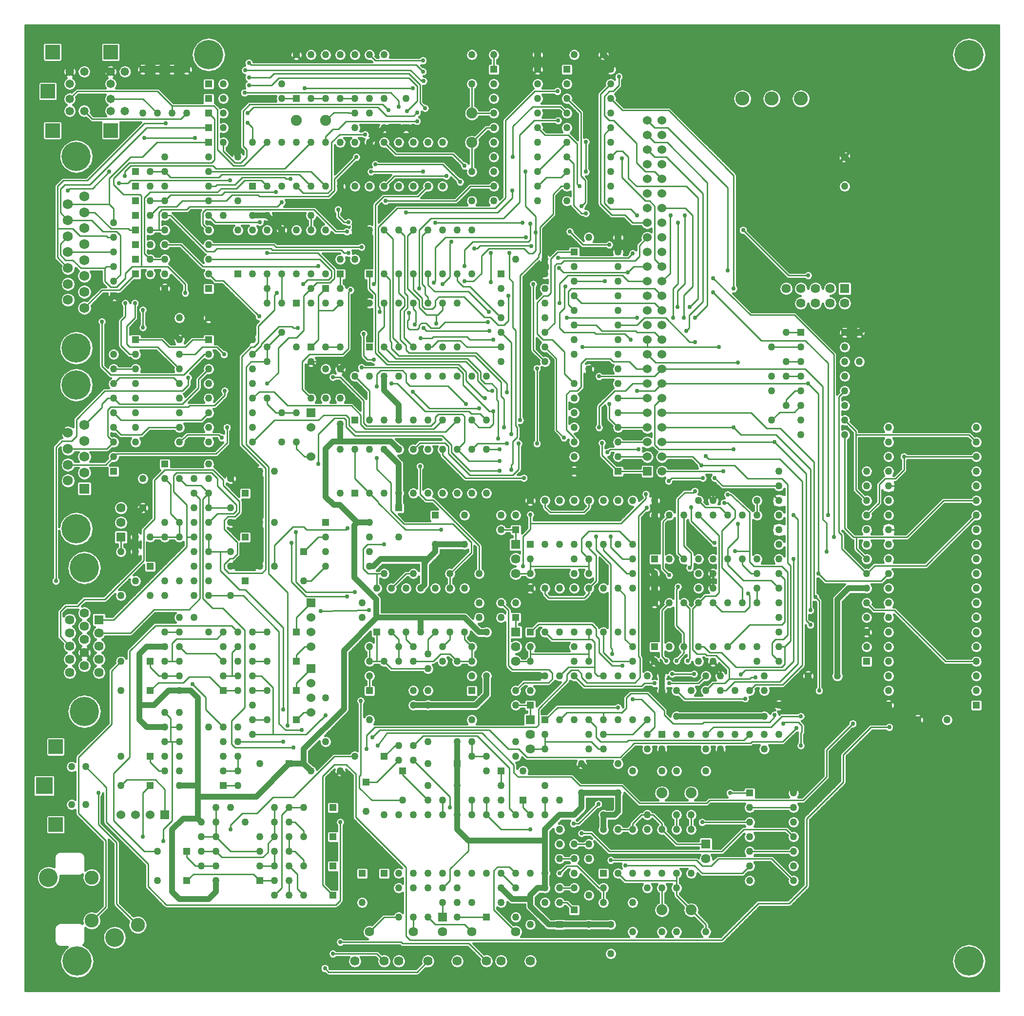
<source format=gtl>
G04*
G04  File:            TOPBOARD-V5.3.1.GTL, Thu Oct 23 15:26:27 2025*
G04  Source:          P-CAD 2006 PCB, Version 19.02.958, (D:\PCAD-2006\Projects\Pentagon-4096\Hardware\TopBoard-v5.3.1.PCB)*
G04  Format:          Gerber Format (RS-274-D), ASCII*
G04*
G04  Format Options:  Absolute Positioning*
G04                   Leading-Zero Suppression*
G04                   Scale Factor 1:1*
G04                   NO Circular Interpolation*
G04                   Inch Units*
G04                   Numeric Format: 4.4 (XXXX.XXXX)*
G04                   G54 NOT Used for Aperture Change*
G04                   Apertures Embedded*
G04*
G04  File Options:    Offset = (0.0mil,0.0mil)*
G04                   Drill Symbol Size = 80.0mil*
G04                   No Pad/Via Holes*
G04*
G04  File Contents:   Pads*
G04                   Vias*
G04                   No Designators*
G04                   No Types*
G04                   No Values*
G04                   No Drill Symbols*
G04                   Top*
G04*
%INTOPBOARD-V5.3.1.GTL*%
%ICAS*%
%MOIN*%
G04*
G04  Aperture MACROs for general use --- invoked via D-code assignment *
G04*
G04  General MACRO for flashed round with rotation and/or offset hole *
%AMROTOFFROUND*
1,1,$1,0.0000,0.0000*
1,0,$2,$3,$4*%
G04*
G04  General MACRO for flashed oval (obround) with rotation and/or offset hole *
%AMROTOFFOVAL*
21,1,$1,$2,0.0000,0.0000,$3*
1,1,$4,$5,$6*
1,1,$4,0-$5,0-$6*
1,0,$7,$8,$9*%
G04*
G04  General MACRO for flashed oval (obround) with rotation and no hole *
%AMROTOVALNOHOLE*
21,1,$1,$2,0.0000,0.0000,$3*
1,1,$4,$5,$6*
1,1,$4,0-$5,0-$6*%
G04*
G04  General MACRO for flashed rectangle with rotation and/or offset hole *
%AMROTOFFRECT*
21,1,$1,$2,0.0000,0.0000,$3*
1,0,$4,$5,$6*%
G04*
G04  General MACRO for flashed rectangle with rotation and no hole *
%AMROTRECTNOHOLE*
21,1,$1,$2,0.0000,0.0000,$3*%
G04*
G04  General MACRO for flashed rounded-rectangle *
%AMROUNDRECT*
21,1,$1,$2-$4,0.0000,0.0000,$3*
21,1,$1-$4,$2,0.0000,0.0000,$3*
1,1,$4,$5,$6*
1,1,$4,$7,$8*
1,1,$4,0-$5,0-$6*
1,1,$4,0-$7,0-$8*
1,0,$9,$10,$11*%
G04*
G04  General MACRO for flashed rounded-rectangle with rotation and no hole *
%AMROUNDRECTNOHOLE*
21,1,$1,$2-$4,0.0000,0.0000,$3*
21,1,$1-$4,$2,0.0000,0.0000,$3*
1,1,$4,$5,$6*
1,1,$4,$7,$8*
1,1,$4,0-$5,0-$6*
1,1,$4,0-$7,0-$8*%
G04*
G04  General MACRO for flashed regular polygon *
%AMREGPOLY*
5,1,$1,0.0000,0.0000,$2,$3+$4*
1,0,$5,$6,$7*%
G04*
G04  General MACRO for flashed regular polygon with no hole *
%AMREGPOLYNOHOLE*
5,1,$1,0.0000,0.0000,$2,$3+$4*%
G04*
G04  General MACRO for target *
%AMTARGET*
6,0,0,$1,$2,$3,4,$4,$5,$6*%
G04*
G04  General MACRO for mounting hole *
%AMMTHOLE*
1,1,$1,0,0*
1,0,$2,0,0*
$1=$1-$2*
$1=$1/2*
21,1,$2+$1,$3,0,0,$4*
21,1,$3,$2+$1,0,0,$4*%
G04*
G04*
G04  D10 : "Ellipse X10.0mil Y10.0mil H0.0mil 0.0deg (0.0mil,0.0mil) Draw"*
G04  Disc: OuterDia=0.0100*
%ADD10C, 0.0100*%
G04  D11 : "Ellipse X15.0mil Y15.0mil H0.0mil 0.0deg (0.0mil,0.0mil) Draw"*
G04  Disc: OuterDia=0.0150*
%ADD11C, 0.0150*%
G04  D12 : "Ellipse X16.0mil Y16.0mil H0.0mil 0.0deg (0.0mil,0.0mil) Draw"*
G04  Disc: OuterDia=0.0160*
%ADD12C, 0.0160*%
G04  D13 : "Ellipse X20.0mil Y20.0mil H0.0mil 0.0deg (0.0mil,0.0mil) Draw"*
G04  Disc: OuterDia=0.0200*
%ADD13C, 0.0200*%
G04  D14 : "Ellipse X25.0mil Y25.0mil H0.0mil 0.0deg (0.0mil,0.0mil) Draw"*
G04  Disc: OuterDia=0.0250*
%ADD14C, 0.0250*%
G04  D15 : "Ellipse X30.0mil Y30.0mil H0.0mil 0.0deg (0.0mil,0.0mil) Draw"*
G04  Disc: OuterDia=0.0300*
%ADD15C, 0.0300*%
G04  D16 : "Ellipse X40.0mil Y40.0mil H0.0mil 0.0deg (0.0mil,0.0mil) Draw"*
G04  Disc: OuterDia=0.0400*
%ADD16C, 0.0400*%
G04  D17 : "Ellipse X5.0mil Y5.0mil H0.0mil 0.0deg (0.0mil,0.0mil) Draw"*
G04  Disc: OuterDia=0.0050*
%ADD17C, 0.0050*%
G04  D18 : "Ellipse X6.0mil Y6.0mil H0.0mil 0.0deg (0.0mil,0.0mil) Draw"*
G04  Disc: OuterDia=0.0060*
%ADD18C, 0.0060*%
G04  D19 : "Ellipse X8.0mil Y8.0mil H0.0mil 0.0deg (0.0mil,0.0mil) Draw"*
G04  Disc: OuterDia=0.0080*
%ADD19C, 0.0080*%
G04  D20 : "Ellipse X9.8mil Y9.8mil H0.0mil 0.0deg (0.0mil,0.0mil) Draw"*
G04  Disc: OuterDia=0.0098*
%ADD20C, 0.0098*%
G04  D21 : "Ellipse X9.8mil Y9.8mil H0.0mil 0.0deg (0.0mil,0.0mil) Draw"*
G04  Disc: OuterDia=0.0098*
%ADD21C, 0.0098*%
G04  D22 : "Ellipse X111.0mil Y111.0mil H0.0mil 0.0deg (0.0mil,0.0mil) Flash"*
G04  Disc: OuterDia=0.1110*
%ADD22C, 0.1110*%
G04  D23 : "Ellipse X128.0mil Y128.0mil H0.0mil 0.0deg (0.0mil,0.0mil) Flash"*
G04  Disc: OuterDia=0.1280*
%ADD23C, 0.1280*%
G04  D24 : "Ellipse X143.0mil Y143.0mil H0.0mil 0.0deg (0.0mil,0.0mil) Flash"*
G04  Disc: OuterDia=0.1430*
%ADD24C, 0.1430*%
G04  D25 : "Ellipse X200.0mil Y200.0mil H0.0mil 0.0deg (0.0mil,0.0mil) Flash"*
G04  Disc: OuterDia=0.2000*
%ADD25C, 0.2000*%
G04  D26 : "Ellipse X215.0mil Y215.0mil H0.0mil 0.0deg (0.0mil,0.0mil) Flash"*
G04  Disc: OuterDia=0.2150*
%ADD26C, 0.2150*%
G04  D27 : "Ellipse X50.0mil Y50.0mil H0.0mil 0.0deg (0.0mil,0.0mil) Flash"*
G04  Disc: OuterDia=0.0500*
%ADD27C, 0.0500*%
G04  D28 : "Ellipse X58.0mil Y58.0mil H0.0mil 0.0deg (0.0mil,0.0mil) Flash"*
G04  Disc: OuterDia=0.0580*
%ADD28C, 0.0580*%
G04  D29 : "Ellipse X60.0mil Y60.0mil H0.0mil 0.0deg (0.0mil,0.0mil) Flash"*
G04  Disc: OuterDia=0.0600*
%ADD29C, 0.0600*%
G04  D30 : "Ellipse X64.0mil Y64.0mil H0.0mil 0.0deg (0.0mil,0.0mil) Flash"*
G04  Disc: OuterDia=0.0640*
%ADD30C, 0.0640*%
G04  D31 : "Ellipse X65.0mil Y65.0mil H0.0mil 0.0deg (0.0mil,0.0mil) Flash"*
G04  Disc: OuterDia=0.0650*
%ADD31C, 0.0650*%
G04  D32 : "Ellipse X69.0mil Y69.0mil H0.0mil 0.0deg (0.0mil,0.0mil) Flash"*
G04  Disc: OuterDia=0.0690*
%ADD32C, 0.0690*%
G04  D33 : "Ellipse X73.0mil Y73.0mil H0.0mil 0.0deg (0.0mil,0.0mil) Flash"*
G04  Disc: OuterDia=0.0730*
%ADD33C, 0.0730*%
G04  D34 : "Ellipse X75.0mil Y75.0mil H0.0mil 0.0deg (0.0mil,0.0mil) Flash"*
G04  Disc: OuterDia=0.0750*
%ADD34C, 0.0750*%
G04  D35 : "Ellipse X79.0mil Y79.0mil H0.0mil 0.0deg (0.0mil,0.0mil) Flash"*
G04  Disc: OuterDia=0.0790*
%ADD35C, 0.0790*%
G04  D36 : "Ellipse X84.0mil Y84.0mil H0.0mil 0.0deg (0.0mil,0.0mil) Flash"*
G04  Disc: OuterDia=0.0840*
%ADD36C, 0.0840*%
G04  D37 : "Ellipse X90.0mil Y90.0mil H0.0mil 0.0deg (0.0mil,0.0mil) Flash"*
G04  Disc: OuterDia=0.0900*
%ADD37C, 0.0900*%
G04  D38 : "Ellipse X96.0mil Y96.0mil H0.0mil 0.0deg (0.0mil,0.0mil) Flash"*
G04  Disc: OuterDia=0.0960*
%ADD38C, 0.0960*%
G04  D39 : "Rectangle X114.0mil Y114.0mil H0.0mil 0.0deg (0.0mil,0.0mil) Flash"*
G04  Square: Side=0.1140, Rotation=0.0, OffsetX=0.0000, OffsetY=0.0000, HoleDia=0.0000*
%ADD39R, 0.1140 X0.1140*%
G04  D40 : "Rectangle X116.0mil Y116.0mil H0.0mil 0.0deg (0.0mil,0.0mil) Flash"*
G04  Square: Side=0.1160, Rotation=0.0, OffsetX=0.0000, OffsetY=0.0000, HoleDia=0.0000*
%ADD40R, 0.1160 X0.1160*%
G04  D41 : "Rectangle X131.0mil Y131.0mil H0.0mil 0.0deg (0.0mil,0.0mil) Flash"*
G04  Square: Side=0.1310, Rotation=0.0, OffsetX=0.0000, OffsetY=0.0000, HoleDia=0.0000*
%ADD41R, 0.1310 X0.1310*%
G04  D42 : "Rectangle X50.0mil Y50.0mil H0.0mil 0.0deg (0.0mil,0.0mil) Flash"*
G04  Square: Side=0.0500, Rotation=0.0, OffsetX=0.0000, OffsetY=0.0000, HoleDia=0.0000*
%ADD42R, 0.0500 X0.0500*%
G04  D43 : "Rectangle X60.0mil Y60.0mil H0.0mil 0.0deg (0.0mil,0.0mil) Flash"*
G04  Square: Side=0.0600, Rotation=0.0, OffsetX=0.0000, OffsetY=0.0000, HoleDia=0.0000*
%ADD43R, 0.0600 X0.0600*%
G04  D44 : "Rectangle X64.0mil Y64.0mil H0.0mil 0.0deg (0.0mil,0.0mil) Flash"*
G04  Square: Side=0.0640, Rotation=0.0, OffsetX=0.0000, OffsetY=0.0000, HoleDia=0.0000*
%ADD44R, 0.0640 X0.0640*%
G04  D45 : "Rectangle X65.0mil Y65.0mil H0.0mil 0.0deg (0.0mil,0.0mil) Flash"*
G04  Square: Side=0.0650, Rotation=0.0, OffsetX=0.0000, OffsetY=0.0000, HoleDia=0.0000*
%ADD45R, 0.0650 X0.0650*%
G04  D46 : "Rectangle X69.0mil Y69.0mil H0.0mil 0.0deg (0.0mil,0.0mil) Flash"*
G04  Square: Side=0.0690, Rotation=0.0, OffsetX=0.0000, OffsetY=0.0000, HoleDia=0.0000*
%ADD46R, 0.0690 X0.0690*%
G04  D47 : "Rectangle X75.0mil Y75.0mil H0.0mil 0.0deg (0.0mil,0.0mil) Flash"*
G04  Square: Side=0.0750, Rotation=0.0, OffsetX=0.0000, OffsetY=0.0000, HoleDia=0.0000*
%ADD47R, 0.0750 X0.0750*%
G04  D48 : "Rectangle X79.0mil Y79.0mil H0.0mil 0.0deg (0.0mil,0.0mil) Flash"*
G04  Square: Side=0.0790, Rotation=0.0, OffsetX=0.0000, OffsetY=0.0000, HoleDia=0.0000*
%ADD48R, 0.0790 X0.0790*%
G04  D49 : "Rectangle X84.0mil Y84.0mil H0.0mil 0.0deg (0.0mil,0.0mil) Flash"*
G04  Square: Side=0.0840, Rotation=0.0, OffsetX=0.0000, OffsetY=0.0000, HoleDia=0.0000*
%ADD49R, 0.0840 X0.0840*%
G04  D50 : "Rectangle X99.0mil Y99.0mil H0.0mil 0.0deg (0.0mil,0.0mil) Flash"*
G04  Square: Side=0.0990, Rotation=0.0, OffsetX=0.0000, OffsetY=0.0000, HoleDia=0.0000*
%ADD50R, 0.0990 X0.0990*%
G04  D51 : "Ellipse X30.0mil Y30.0mil H0.0mil 0.0deg (0.0mil,0.0mil) Flash"*
G04  Disc: OuterDia=0.0300*
%ADD51C, 0.0300*%
G04  D52 : "Ellipse X45.0mil Y45.0mil H0.0mil 0.0deg (0.0mil,0.0mil) Flash"*
G04  Disc: OuterDia=0.0450*
%ADD52C, 0.0450*%
G04*
%FSLAX44Y44*%
%SFA1B1*%
%OFA0.0000B0.0000*%
G04*
G70*
G90*
G01*
D2*
%LNTop*%
D12*
X100750Y175100*
X100850Y175000D1*
D2*
D16*
X100750Y174500*
Y175100D1*
D2*
D10*
X104587Y168800*
X104587D1*
D2*
D12*
X104050Y176150*
X104500Y176600D1*
X104050Y176150D2*
Y176000D1*
X104000Y175950D2*
X104050Y176000D1*
X104000Y175900D2*
Y175950D1*
X103950Y175850D2*
X104000Y175900D1*
X103950Y175550D2*
Y175850D1*
X104000Y175500D2*
X103950Y175550D1*
X104000Y175450D2*
Y175500D1*
X104050Y175400D2*
X104000Y175450D1*
X104050Y174800D2*
Y175400D1*
X103750Y174500D2*
X104050Y174800D1*
D2*
D10*
X104025Y179775*
X103225D1*
X102850Y179400*
Y177700*
X103500Y177050*
D2*
D16*
X103265Y191750*
X103381Y191634D1*
D2*
D10*
X103625Y191075*
X103950Y191400D1*
X102550Y190650D2*
X102975Y191075D1*
X103625*
X103200Y203450D2*
X102850Y203800D1*
X103700Y203450D2*
X103200D1*
X103379Y202910D2*
X102650Y203639D1*
X104250Y202900D2*
X103700Y203450D1*
X103379Y206179D2*
X102850Y206709D1*
Y204560D2*
X103379Y205089D1*
X103700Y205600D2*
X104200Y205100D1*
X102650Y205600D2*
X103700D1*
X103500Y208350D2*
X103350Y208200D1*
X102850Y208300D2*
X103150Y208600D1*
X104850*
X103050Y208900D2*
X102650Y208500D1*
X104700Y208900D2*
X103050D1*
X104011Y215000D2*
X103500Y214488D1*
D2*
D16*
Y217000*
Y216338D1*
D2*
D10*
X105450Y164850*
X106700Y163600D1*
X107000Y167500D2*
X107400Y167900D1*
X107600Y169450D2*
X106500Y168350D1*
X107000Y176000D2*
X106350Y175350D1*
X105500Y178850D2*
X106500D1*
X105500Y177950D2*
X107650D1*
X107000Y184500D2*
Y183500D1*
X106500Y190000D2*
X105954Y189454D1*
X106500Y191000D2*
X106100Y191400D1*
X106500Y191000D2*
X106044Y190544D1*
X106700Y190200D2*
X106500Y190000D1*
Y194000D2*
X106900Y193600D1*
X105700D2*
Y193378D1*
X106100Y194000D2*
X105700Y193600D1*
X106500Y194000D2*
X106100D1*
Y193200D2*
X106300Y193400D1*
X107000Y192500D2*
X106500Y193000D1*
X106300Y195600D2*
X105700Y196200D1*
X107600Y197000D2*
X107000Y197600D1*
X107400Y197700D2*
X107600Y197500D1*
X107000Y199300D2*
X107300Y199600D1*
Y200500*
X105700Y199200D2*
Y199250D1*
X106950Y202450D2*
X106500Y202000D1*
X106300Y201600D2*
X105900Y202000D1*
X106700Y201600D2*
X106300D1*
X107300Y202200D2*
X106700Y201600D1*
X107300Y202550D2*
Y202200D1*
X107750Y203000D2*
X107300Y202550D1*
X105900Y202000D2*
Y202900D1*
X106000Y203000*
X106500*
X105714Y201400D2*
X106900D1*
X107500Y205600D2*
X107600Y205500D1*
X106324Y205600D2*
X107500D1*
X105200Y206724D2*
X106324Y205600D1*
X106700Y205400D2*
X106950Y205150D1*
X105779Y205400D2*
X106700D1*
X106100Y205000D2*
X106500D1*
X106000Y205100D2*
X106100Y205000D1*
X106200Y209500D2*
X105050Y208350D1*
X106200Y209050D2*
Y207269D1*
X106500Y208600D2*
Y209050D1*
X107150Y207950D2*
X106500Y208600D1*
X107650Y208900D2*
X107450Y208700D1*
X106850*
X107650Y209900D2*
X107250Y209500D1*
Y209200*
D2*
D16*
X106161Y216338*
X106295D1*
X105500Y217000D2*
X106161Y216338D1*
D2*
D10*
X108121Y157978*
X108149D1*
X108850Y160600D2*
X110100Y159350D1*
X108600Y163000D2*
X109500D1*
X109900Y164500D2*
Y163700D1*
X110000Y167250D2*
Y165500D1*
X109350Y167900D2*
X110000Y167250D1*
X108500Y167000D2*
X109000Y167500D1*
Y169100D2*
Y169500D1*
X109600Y168500D2*
X109000Y169100D1*
X110000Y168500D2*
X109600D1*
X110400Y170500D2*
X110000D1*
X110500D2*
X110400D1*
D2*
D16*
X109250Y173000*
X108250D1*
X108750Y171500D2*
X110000D1*
X108250Y172000D2*
X108750Y171500D1*
X108250Y173000D2*
Y172000D1*
D2*
D10*
X110400Y172100*
X110000Y172500D1*
X110400Y171500D2*
Y172100D1*
X109000Y175600D2*
Y176000D1*
X109600Y175000D2*
X109000Y175600D1*
X110000Y175000D2*
X109600D1*
X110500Y176000D2*
X110000D1*
X110500Y177250D2*
X110800Y177550D1*
X109000Y184500D2*
X110000D1*
X109300Y185750D2*
X108550Y185000D1*
X110400Y188100D2*
X110000Y188500D1*
X110400Y186100D2*
Y188100D1*
X110600Y188700D2*
X110800Y188900D1*
X110600Y187600D2*
Y188700D1*
D2*
D16*
X110000Y200500*
Y199000D1*
D2*
D10*
X108500Y200050*
Y198850D1*
X109000Y203500D2*
X110000D1*
X109000D2*
X108600Y203900D1*
X108400Y203000D2*
X110200D1*
X110400Y206500D2*
X110000D1*
X109600Y205500D2*
X109000D1*
X109600Y206700D2*
Y205500D1*
X109800Y206900D2*
X109600Y206700D1*
Y205500D2*
X110000D1*
X108400Y207850D2*
X108300Y207950D1*
X108600Y207700D2*
X109000Y208100D1*
X110000Y207500D2*
X110400Y207900D1*
X110000Y207500D2*
X109000D1*
X110000Y209500D2*
X110400Y209100D1*
X110000Y209500D2*
X109000D1*
X110800Y207100D2*
X109600D1*
X108450Y210500D2*
X109450Y211500D1*
X110050Y212800D2*
X108600D1*
X109500Y213500D2*
X108511Y214488D1*
X110500Y214000D2*
Y213500D1*
Y214000D2*
X109500Y215000D1*
D2*
D16*
Y216500*
X108500D1*
X110500D2*
X109500D1*
X113500Y160250D2*
Y161000D1*
X113000Y159750D2*
X113500Y160250D1*
D2*
D10*
X111950Y161450*
X111500Y161000D1*
X113500Y163000D2*
X112500D1*
X113500D2*
X113900Y162600D1*
X111500D2*
Y163000D1*
X113500Y164000D2*
X112500D1*
D2*
D16*
X112250Y167500*
Y166750D1*
Y165250*
X111250*
D2*
D10*
X112800Y173550*
Y172700D1*
X111650Y174950D2*
X111250Y174550D1*
X113050Y174950D2*
X111650D1*
X111450Y176550D2*
X113450D1*
X113000Y183500D2*
Y184500D1*
Y183500D2*
X113800D1*
X111500Y184500D2*
X112000D1*
X111500Y183850D2*
Y184500D1*
X113000Y186500D2*
Y187500D1*
X112450Y188050D2*
X111450D1*
X113000Y187500D2*
X112450Y188050D1*
X113000Y187500D2*
X112600Y187100D1*
X112400D2*
X112000Y187500D1*
X113600Y188500D2*
Y188000D1*
X113200Y188900D2*
X113600Y188500D1*
X113700Y191500D2*
X113900Y191300D1*
X113700Y191500D2*
X111550D1*
X111200Y193600D2*
X112300Y194700D1*
X113000Y193000D2*
X112500Y192500D1*
X111200Y194500D2*
X111600Y194900D1*
Y193400D2*
X111700Y193500D1*
X113400*
X112300Y195300D2*
X113000Y196000D1*
Y197000D2*
X112700D1*
X111300Y195600*
X113550Y197500D2*
X112550D1*
X112050Y197000*
D2*
D16*
X113000Y200250*
X112750Y200500D1*
X113000Y199500D2*
Y200250D1*
D2*
D10*
X113450Y202050*
X113000Y202500D1*
X111400Y201800D2*
Y201200D1*
X113450Y206050D2*
X113000Y206500D1*
X113350Y204050D2*
X112850D1*
X113550Y204250D2*
X113350Y204050D1*
X112600Y206700D2*
X112800Y206900D1*
X112600Y205900D2*
Y206700D1*
X113000Y205500D2*
X112600Y205900D1*
X113450Y208500D2*
X113000D1*
X113550Y208600D2*
X113450Y208500D1*
X113600Y208100D2*
X113850Y208350D1*
X113700Y209100D2*
X113900Y209300D1*
X113000Y207500D2*
X111200D1*
X113500Y209700D2*
X113300Y209900D1*
X113200Y210100D2*
X113400Y210300D1*
X111500Y213500D2*
X111100Y213100D1*
X113400D2*
X113000Y213500D1*
X113350Y214000D2*
X113600Y213750D1*
X116500Y161000D2*
X116050Y161450D1*
X114500Y163000D2*
X116500D1*
X114500Y164500D2*
Y164800D1*
X115300Y165600D2*
X116300D1*
X114550Y170350D2*
X114800Y170100D1*
X115000Y168500D2*
Y169500D1*
X115450Y172850D2*
X114550Y171950D1*
X116600Y175000D2*
X116000D1*
X114600D2*
X115000D1*
X114600D2*
Y176600D1*
X115000Y178000D2*
X114550Y178450D1*
D2*
D16*
X116500Y182500*
X114500D1*
D2*
D10*
X114050Y182350*
Y182650D1*
X114350Y182050D2*
X114050Y182350D1*
X116650Y182050D2*
X114350D1*
X116900Y182300D2*
X116650Y182050D1*
X115500Y180900D2*
X115100D1*
X114500Y180500D2*
X115350D1*
D2*
D16*
X116500Y185500*
X114500D1*
D2*
D10*
X114300Y185900*
X114800D1*
X114050Y185650D2*
X114300Y185900D1*
X114050Y185050D2*
Y185650D1*
X114950Y184150D2*
X114050Y185050D1*
X114950Y183350D2*
Y184150D1*
X114650Y183050D2*
X114950Y183350D1*
X114450Y183050D2*
X114650D1*
D2*
D16*
X114500Y188750*
Y188500D1*
D2*
D10*
X114900Y186300*
X114700Y186100D1*
X114900Y186700D2*
Y186300D1*
X115100Y186200D2*
Y186950D1*
X115250Y190850D2*
X116900Y189200D1*
X116450Y194450D2*
X116000Y194000D1*
X114100Y194200D2*
Y194500D1*
X115900Y196500D2*
X115550Y196150D1*
X116600Y197600D2*
Y197700D1*
X116000Y197000D2*
X116600Y197600D1*
X115900Y197500D2*
X115250Y196850D1*
X116100Y197500D2*
X115900D1*
X116400Y197800D2*
X116100Y197500D1*
D2*
D16*
X116000Y199000*
X115500Y199500D1*
D2*
D10*
X115300Y209100*
X114800Y208600D1*
X114700Y209900D2*
X115400D1*
X115450Y208900D2*
X116600D1*
X114900Y208350D2*
X115450Y208900D1*
X116350Y207900D2*
X116450Y207800D1*
X114600Y207900D2*
X116350D1*
X114200Y207500D2*
X114600Y207900D1*
X116000Y212500D2*
Y211500D1*
X115650Y212850D2*
X116000Y212500D1*
X115200Y210100D2*
X114800D1*
X115600Y210500D2*
X115200Y210100D1*
X115600Y211000D2*
Y210500D1*
X115350Y211250D2*
X115600Y211000D1*
X115800Y214100D2*
X115350Y213650D1*
X115650Y213500D2*
X116050Y213900D1*
X115900Y216800D2*
X115750Y216950D1*
X118500Y161000D2*
Y160000D1*
X119050Y160450D2*
X119500Y160000D1*
X119050Y161450D2*
Y160450D1*
X117500Y160000D2*
X118000Y160500D1*
X117050Y163550D2*
X117500Y164000D1*
X117050Y162950D2*
Y163550D1*
X118500Y163000D2*
Y164000D1*
X118900Y163000D2*
X119500Y162400D1*
X118500Y163000D2*
X118900D1*
X119500Y164400D2*
Y164000D1*
X118500Y166000D2*
X119500D1*
X118000Y165500D2*
X118500Y166000D1*
X117400Y166700D2*
X118800D1*
D2*
D16*
X118500Y169000*
X119500D1*
Y170000D2*
Y169000D1*
D2*
D10*
X118250Y171300*
X119350D1*
X117800Y171750D2*
X118250Y171300D1*
X119000Y172000D2*
X119500Y172500D1*
X119000Y176000D2*
Y176450D1*
Y178000D2*
Y179000D1*
X118950Y181450D2*
X119650Y180750D1*
X117100Y182000D2*
X118400Y180700D1*
X119650Y180450D2*
X118650Y181450D1*
X117500Y183950D2*
X118750Y185200D1*
X119500*
X119700Y185000*
X119000Y190550D2*
X119550Y190000D1*
X119000Y191000D2*
Y190550D1*
X118400Y193500D2*
X117450Y194450D1*
X118000Y193000D2*
X119000D1*
X118000D2*
X117600D1*
X117750Y197450D2*
Y195750D1*
X119900Y197000D2*
X119400Y196500D1*
X118800Y198800D2*
X119100D1*
X118700Y198900D2*
X118800Y198800D1*
X117800Y198900D2*
X118700D1*
X119500Y198650D2*
X119000Y198150D1*
X118450*
X119750Y202100D2*
X119450Y201800D1*
X117650Y201200D2*
X117500Y201050D1*
D2*
D16*
X118000Y205000*
X118250Y204750D1*
X118000Y205500D2*
Y205000D1*
D2*
D10*
X117600Y204350*
X117450Y204500D1*
X117350Y204150D2*
X117250Y204250D1*
X118300Y209000D2*
X118200Y209100D1*
X118600Y209000D2*
X118300D1*
X119450Y208050D2*
X119000Y208500D1*
X118000Y207400D2*
X117700Y207100D1*
X117300Y215400D2*
X117800Y215900D1*
X119000Y214500D2*
X118000D1*
X120950Y155000D2*
X121200Y154750D1*
X121700Y159350D2*
X122000Y159650D1*
X120800Y160700D2*
X121500Y160000D1*
X122400Y168950D2*
X121600D1*
X120800Y168150*
X120700Y172000D2*
X120650D1*
X121000Y172300D2*
X120700Y172000D1*
X121000Y184500D2*
X120500D1*
X122400Y185000D2*
X122500Y185100D1*
D2*
D16*
X121550Y186700*
X121000Y187250D1*
X121950Y186700D2*
X121550D1*
D2*
D10*
X120500Y191550*
Y189500D1*
D2*
D16*
X121000Y190550*
X121500Y191050D1*
X122000*
D2*
D10*
X120850Y192850*
X120500Y192500D1*
X122600Y192650D2*
X122400Y192850D1*
X122600Y192150D2*
Y192650D1*
X122400Y192850D2*
X120850D1*
X122400Y192050D2*
Y192500D1*
X122250Y192650*
X121600*
X122000Y196000D2*
X121500Y196500D1*
X121000Y197500D2*
X122000D1*
Y195450D2*
X121500D1*
X122550Y197400D2*
X122150Y197000D1*
X121500Y200000D2*
X122000Y200500D1*
X120500Y200000D2*
X121500D1*
X122000Y201500D2*
Y202500D1*
X121400Y202300D2*
X121200Y202100D1*
X121400Y202700D2*
Y202300D1*
X120600Y203500D2*
X121400Y202700D1*
X121600Y202200D2*
Y202800D1*
X121300Y201900D2*
X121600Y202200D1*
X120400Y201900D2*
X121300D1*
X120450Y203000D2*
X120500Y203050D1*
X122550Y201250D2*
X122700Y201400D1*
X121850Y206450D2*
Y206900D1*
X122250Y206050D2*
X121850Y206450D1*
X122550Y206050D2*
X122250D1*
X121700Y205400D2*
X122450D1*
X120200Y206900D2*
X121700Y205400D1*
D2*
D16*
X122000Y208500*
Y208000D1*
Y208500D2*
Y208750D1*
D2*
D10*
X121400Y208300*
X121150Y208050D1*
X121600Y208200D2*
Y209000D1*
X121200Y207800D2*
X121600Y208200D1*
X121950Y212050D2*
X121400Y211500D1*
X121500Y212400D2*
X121850D1*
X121000Y211900D2*
X121500Y212400D1*
X121000Y211500D2*
Y211900D1*
X122550Y213550D2*
X121550D1*
X122600Y213500D2*
X122550Y213550D1*
X124000Y157500D2*
X125000Y158500D1*
X123750Y167750D2*
X124500D1*
X123300Y167350D2*
X124150Y166500D1*
X123400Y168250D2*
X123300Y168150D1*
X125000Y169500D2*
X125750Y170250D1*
X125000Y176000D2*
X124500D1*
X125000D2*
X125500Y175500D1*
X124000Y176000D2*
X124500D1*
D2*
D16*
X124450Y179050*
X124500Y179000D1*
X124250Y182500D2*
X124000D1*
D2*
D10*
X124500Y182000*
X125000D1*
X123900D2*
X124500D1*
X123550Y182350D2*
X123900Y182000D1*
X124500Y181000D2*
Y182000D1*
X125000Y184000D2*
X123850D1*
X123550Y183700*
X125450Y186300D2*
Y188200D1*
X124600Y186900D2*
Y186850D1*
X124000Y187500D2*
X124600Y186900D1*
X124500Y189150D2*
Y189900D1*
X123600Y192300D2*
Y193850D1*
X123800Y192100D2*
X123600Y192300D1*
X123400Y192200D2*
Y192850D1*
X124000Y192500D2*
Y194500D1*
X125800Y196700D2*
X125000Y197500D1*
X125300Y196500D2*
X124600Y197200D1*
X125200Y196300D2*
X124400Y197100D1*
X123850Y196650D2*
X123600Y196900D1*
X124300Y196650D2*
X123850D1*
X124500Y195650D2*
X124750Y195900D1*
X125500Y197400D2*
Y197850D1*
D2*
D16*
X123250Y200500*
X124000D1*
D2*
D10*
X125000Y198900*
Y200500D1*
X124600Y198500D2*
X125000Y198900D1*
X124700Y200200D2*
X124600Y200300D1*
X124700Y199900D2*
Y200200D1*
D2*
D16*
X124000Y203500*
X123250Y202750D1*
D2*
D10*
X124000Y201500*
Y202500D1*
X124400Y201100D2*
X124000Y201500D1*
X125400Y202100D2*
X125000Y202500D1*
X124400Y201900D2*
X124300Y201800D1*
X125000Y205500D2*
X125600Y204900D1*
X124950Y207800D2*
X124400Y207250D1*
X125700Y209200D2*
X125000Y208500D1*
D2*
D16*
X124000Y211500*
X125000Y212500D1*
X124000Y210750D2*
Y211500D1*
D2*
D10*
X125800Y210700*
X125000Y211500D1*
X125300Y213700D2*
X124900Y214100D1*
X124550Y213900D2*
X125150Y213300D1*
X124400Y217100D2*
X124000Y217500D1*
X127250Y154750D2*
X128000Y155500D1*
X126150Y156800D2*
X126250Y156700D1*
X127000Y157500D2*
Y158500D1*
X128000D2*
X128500Y158000D1*
X126750Y156950D2*
X126500Y157200D1*
X127000Y170250D2*
X127650Y170900D1*
X126250Y168250D2*
Y168500D1*
D2*
D16*
X128000Y173000*
X127000D1*
D2*
D10*
Y176000*
X128350D1*
X128850Y176500*
D2*
D16*
X127500Y179000*
Y178000D1*
D2*
D10*
X126500Y177500*
Y178000D1*
X128000Y177500D2*
X128500Y178000D1*
D2*
D16*
X127750Y181250*
X127500Y181000D1*
X127750Y182750D2*
Y181250D1*
D2*
D10*
X127000Y182000*
X126500D1*
D2*
D16*
X128500Y184000*
Y183500D1*
D2*
D10*
X126450Y185000*
X128900D1*
X127850Y187050D2*
X127450Y187450D1*
X128350Y187050D2*
X127850D1*
X127000Y190500D2*
X127450Y190950D1*
X128100Y193300D2*
X126950Y194450D1*
X128700Y192900D2*
X128500Y192700D1*
Y192400*
X128200Y192100*
X128250Y197500D2*
X128000D1*
X126500Y195650D2*
Y195100D1*
X126250Y195900D2*
X126500Y195650D1*
X126700Y197100D2*
X126500Y197300D1*
Y197600*
X128350Y198200D2*
X128250Y198100D1*
X127400Y200700D2*
Y200200D1*
X127900Y199700*
X128000Y200900D2*
Y200500D1*
X127600Y200300D2*
Y200850D1*
X127800Y200100D2*
X127600Y200300D1*
X126100Y200000D2*
X126400Y200300D1*
X126600Y200200D2*
X126350Y199950D1*
Y198150*
X126700Y199850D2*
Y199400D1*
X126600Y199300D2*
Y198850D1*
X126700Y199400D2*
X126600Y199300D1*
X128250Y198100D2*
X127500D1*
X128500Y200300D2*
X128300Y200100D1*
X128500Y200700D2*
Y200300D1*
X128300Y200100D2*
X127800D1*
X127000Y200500D2*
Y200100D1*
X127150Y199950*
Y199200*
X126600Y198850D2*
X126725Y198725D1*
X128200Y198800D2*
X128750D1*
X127850Y199150D2*
X128200Y198800D1*
X128550Y199700D2*
X128650D1*
X127900D2*
X128550D1*
Y199100*
X127150Y199200D2*
X127100Y199050D1*
X127700Y198800D2*
X127900Y198600D1*
X127400Y199000D2*
X127550Y199150D1*
X127850*
X126725Y198725D2*
X127275D1*
X127400Y198850*
Y199000*
X126400Y200300D2*
Y200800D1*
X127000Y201450D2*
Y202500D1*
X128000D2*
Y201750D1*
X128450Y201300*
X128500Y202000D2*
X128400Y201900D1*
X127600Y201800D2*
X127800Y201600D1*
Y201100*
X127000Y205500D2*
X126600Y205100D1*
X128000Y205500D2*
X127600Y205100D1*
X128200Y206300D2*
X127400Y205500D1*
X128000Y208500D2*
X127300Y207800D1*
D2*
D16*
X128250Y212500*
X126500D1*
D2*
D10*
X127450Y214200*
X127800Y213850D1*
X127450Y215450D2*
Y214200D1*
X126700Y215900D2*
X127250Y215350D1*
Y214350*
X126550Y213650*
X127000Y213300D2*
X127250Y213550D1*
X127550Y215700D2*
X127700D1*
X127200Y216800D2*
X127650Y216350D1*
X130500Y158000D2*
X131000Y157500D1*
X129500Y161800D2*
Y161000D1*
X130750Y163750D2*
Y163050D1*
D2*
D16*
X130000Y164500*
X130750Y163750D1*
X130000Y165500D2*
Y167500D1*
D2*
D10*
X131000Y165500*
Y166500D1*
X129500Y166000D2*
Y166750D1*
D2*
D16*
X130000Y169000*
Y170500D1*
D2*
D10*
X131000Y169500*
Y170500D1*
X130000Y176000D2*
X131000D1*
X129500Y176500D2*
X130000Y176000D1*
D2*
D16*
X130500Y179000*
X131500Y178000D1*
D2*
D10*
X129500Y177500*
Y178000D1*
X130500Y177500D2*
Y178000D1*
X129500Y182000D2*
Y181000D1*
X130950Y184150D2*
X129700Y185400D1*
X130950Y183450D2*
Y184150D1*
X131000Y190500D2*
X131400Y190900D1*
X129600Y190300D2*
Y190800D1*
X130850Y189050D2*
X129600Y190300D1*
X129400Y190700D2*
Y190200D1*
X129150Y190950D2*
X129400Y190700D1*
X130000Y190500D2*
X130800Y189700D1*
X130000Y190500D2*
X130500Y191000D1*
X130950Y192950D2*
X130800Y193100D1*
X131550Y192950D2*
X130950D1*
X131900Y194000D2*
X131800D1*
X130500Y192750D2*
X130350Y192900D1*
X129350Y194850D2*
X130600Y193600D1*
X131600Y195800D2*
X130700Y196700D1*
X131600Y195300D2*
Y195800D1*
X131400Y195700D2*
X130600Y196500D1*
X131400Y195200D2*
Y195700D1*
X130600Y195800D2*
X130100Y196300D1*
X130600Y195200D2*
Y195800D1*
X130000Y196100D2*
X130400Y195700D1*
X131650Y203750D2*
Y202550D1*
X130000Y202050D2*
Y202500D1*
X130400Y201650D2*
X130000Y202050D1*
X130850Y201650D2*
X130400D1*
X131650Y202550D2*
X131100Y202000D1*
X130500*
Y204150D2*
X131050Y204700D1*
X131550Y204450D2*
X131350Y204250D1*
X131150*
X129500Y204600D2*
X129600Y204700D1*
X130900Y208500D2*
X129900Y207500D1*
X131000Y213500D2*
Y215500D1*
D2*
D16*
X133750Y159750*
X133000Y160500D1*
D2*
D10*
X134000*
X133000Y161500D1*
X134500Y166500D2*
Y166000D1*
X133550Y165950D2*
X134000Y165500D1*
X134150Y168100D2*
X133875Y168375D1*
Y168925*
X134200Y170000D2*
X133500D1*
X134750Y169450D2*
X134200Y170000D1*
D2*
D16*
X133000Y175500*
X133500Y175000D1*
X133000Y176750D2*
Y175500D1*
D2*
D10*
X133750Y175450*
X133500Y175700D1*
D2*
D16*
X132250Y178750*
X132750Y178250D1*
D2*
D10*
X134000Y179000*
Y178000D1*
Y185000D2*
X133000D1*
X134000D2*
Y184000D1*
D2*
D16*
X133000Y187500*
X132250Y186750D1*
D2*
D10*
X134200Y189150*
Y190900D1*
X133800Y189550D2*
X133700Y189450D1*
Y189100*
X133800Y191050D2*
Y189550D1*
X134100Y191350D2*
X133800Y191050D1*
X133200Y193950D2*
X133000Y194150D1*
X132800Y193800D2*
X132700Y193900D1*
Y194650*
X132450Y192250D2*
Y193100D1*
X132200D2*
X132450D1*
X132400Y194500D2*
X132100D1*
X133500Y199300D2*
X133200Y199000D1*
X132800*
X132250Y199550*
X133800Y198850D2*
X134000Y198650D1*
X133550Y202200D2*
X133800Y201950D1*
X134550Y204250D2*
X132150D1*
X133750Y207700D2*
Y208200D1*
X134650Y207150D2*
Y209500D1*
X133800Y210500D2*
Y212600D1*
X132500Y217500D2*
Y216500D1*
D2*
D16*
X137000Y158000*
X136250D1*
X136000Y161500D2*
Y160500D1*
X135500*
D2*
D10*
X137500Y159500*
X137000D1*
D2*
D16*
X136000Y164500*
Y163750D1*
D2*
D10*
Y165500*
Y166500D1*
Y170500D2*
Y170000D1*
X135550Y172750D2*
Y171650D1*
X135400Y171500*
X136850Y172850D2*
X136000Y172000D1*
X137000D2*
X137500Y172500D1*
X137600Y175600D2*
X137000Y175000D1*
X136250Y174550D2*
X136500Y174800D1*
Y175200D2*
X136250Y175450D1*
X136500Y174800D2*
Y175200D1*
X137800Y175400D2*
X137500Y175100D1*
Y174700*
X136500Y177500D2*
X136000Y178000D1*
Y181000D2*
Y180600D1*
X136250Y180350*
X136000Y187000D2*
Y186550D1*
X136350Y186200*
X136775Y191825D2*
X137300Y191300D1*
X137450Y194250D2*
X137700Y194500D1*
X135200Y197300D2*
X136000Y196500D1*
Y197500D2*
X136775Y196725D1*
X137325Y197175D2*
Y195675D1*
X136000Y198500D2*
X136650Y199150D1*
X135450Y200550D2*
Y198400D1*
X137000Y199850D2*
Y198800D1*
X137300Y198500*
X137325Y200175D2*
X137000Y199850D1*
D2*
D16*
X136000Y202500*
Y203500D1*
D2*
D10*
X137250Y202600*
X136950Y202900D1*
X135550Y203650D2*
Y203850D1*
X137100Y203200D2*
X137300Y203400D1*
X136800Y203200D2*
X137100D1*
X136650Y203050D2*
X136800Y203200D1*
X137550Y202400D2*
X137000Y201850D1*
X136400Y203550D2*
Y201200D1*
X137400Y201650D2*
X137325Y201575D1*
X137600Y201300D2*
X137800Y201500D1*
D2*
D16*
X136000Y205250*
X136750Y206000D1*
D2*
D10*
X135350Y205350*
Y206450D1*
Y205350D2*
Y204100D1*
X135650Y205700D2*
X136550Y206600D1*
X137100Y208500D2*
X137500D1*
X136100Y209100D2*
X135500Y208500D1*
X137100Y209100D2*
X136100D1*
X137500Y209500D2*
X137100Y209100D1*
X136550Y207950D2*
X137100Y208500D1*
X136000Y212000D2*
X135500Y212500D1*
X137600Y212000D2*
X136000D1*
X137050Y213950D2*
X137500Y213500D1*
X135300Y215000D2*
X136850D1*
X135150Y213950D2*
X137050D1*
D2*
D16*
X135500Y217500*
Y216500D1*
X139000Y158000D2*
X140500D1*
D2*
D10*
X140000Y160500*
Y159500D1*
X139700Y160500D2*
X140000D1*
X138500Y164250D2*
X139150D1*
X140400Y163000*
D2*
D16*
X138500Y167000*
Y166000D1*
X140750Y165500D2*
X140000D1*
D2*
D10*
X139150Y170500*
X139650Y170000D1*
X140000*
X139800Y170500D2*
X139500Y170800D1*
Y171500D2*
X139000Y172000D1*
X140000Y172500D2*
Y172000D1*
X140600Y175700D2*
X139700Y176600D1*
X140600Y176000D2*
X140000Y176600D1*
X139000Y176500D2*
Y176000D1*
X139400Y175200D2*
Y175600D1*
X139600Y175000D2*
X139400Y175200D1*
X140000Y175000D2*
X139600D1*
X140600Y176850D2*
Y176500D1*
X138850Y174550D2*
X138500Y174900D1*
Y175150*
X138250Y175400*
X139700Y177550D2*
X139500Y177750D1*
Y178250*
X139200Y178550*
X139000Y177550D2*
Y178000D1*
X139400Y177300D2*
X139200Y177500D1*
X139000Y182500D2*
Y182000D1*
X138700Y180350D2*
X139000Y180650D1*
Y181000*
X139500Y181500D2*
X139000Y181000D1*
X140000Y183600D2*
Y184000D1*
X140500Y184550D2*
Y183800D1*
X139000Y184000D2*
Y183750D1*
Y184900D2*
X138500Y184400D1*
Y183500*
X139000Y183750D2*
X139500Y183250D1*
Y184550D2*
Y183650D1*
X138650Y186200D2*
X139000Y186550D1*
Y187000*
X140450Y190500D2*
X140250Y190300D1*
X139900Y190950D2*
Y190100D1*
X140400Y192600D2*
Y193600D1*
X138200Y194500D2*
X138475Y194775D1*
X139700Y193450D2*
X140750Y194500D1*
X138800Y196700D2*
X140450D1*
X138475Y196375D2*
X138800Y196700D1*
X140450D2*
X140650Y196500D1*
X139900Y198600D2*
X139500Y199000D1*
X139350Y198500D2*
X139450Y198400D1*
D2*
D16*
X140500Y206000*
X139250D1*
D2*
D10*
X138800Y206650*
X138500D1*
X138600Y204500D2*
X140400D1*
X138750Y207400D2*
X138500Y207150D1*
X138750Y208900D2*
Y207400D1*
X138200Y208650D2*
X138350Y208500D1*
X138450Y209200D2*
X138750Y208900D1*
X140500Y210500D2*
X140900Y210900D1*
X140050Y212050D2*
X140500Y212500D1*
X140050Y214650D2*
Y213350D1*
X140500Y215500D2*
X139800Y214800D1*
X140400Y215000D2*
X140050Y214650D1*
X140650Y215000D2*
X140400D1*
D2*
D16*
X140500Y216500*
X139750D1*
X140500Y217000D2*
X140000Y217500D1*
X140500Y216500D2*
Y217000D1*
D2*
D10*
X142000Y164900*
Y164500D1*
X143000Y165500D2*
X142600D1*
X143000D2*
X143400D1*
X142450Y166300D2*
X141250Y167500D1*
D2*
D16*
X142500Y167750*
X141500D1*
X143000Y168750D2*
Y168250D1*
X143500Y169250D2*
X143000Y168750D1*
D2*
D10*
X142100Y170400*
X141150Y169450D1*
X141700Y170600D2*
X141600Y170500D1*
X141850Y173800D2*
X143000D1*
X142000Y173400D2*
X142600D1*
X143500Y172500*
Y171500*
X141550Y173500D2*
X141850Y173800D1*
X141550Y172800D2*
Y173500D1*
X141225Y172475D2*
X141550Y172800D1*
X141200Y172500D2*
X141225Y172475D1*
D2*
D16*
X142750Y176750*
X143500Y176000D1*
D2*
D10*
X142800Y174500*
X142600Y174300D1*
X143500Y174500D2*
X142800D1*
X142500Y174900D2*
X142150Y174550D1*
X142400Y176350D2*
X142500Y176250D1*
Y174900*
D2*
D16*
X143500Y182000*
Y181600D1*
Y181000D2*
Y181600D1*
X142750Y182750D2*
X143500Y182000D1*
D2*
D10*
X142000*
X141600D1*
D2*
D12*
X143550Y181500*
X143500Y181600D1*
D2*
D16*
Y184750*
X142750Y184000D1*
D2*
D10*
X142000*
X141100Y184900D1*
D2*
D16*
X143500Y187000*
Y188000D1*
D2*
D10*
X142900Y187150*
Y187450D1*
X143500Y190800D2*
X143800Y190500D1*
X143500Y194500D2*
X142300D1*
X142250Y196000D2*
X143000D1*
Y197000D2*
X143550Y196450D1*
X141750Y196500D2*
X142250Y196000D1*
X142800Y199500D2*
X142300Y199000D1*
Y198500D2*
X142200Y198600D1*
X143500Y198500D2*
X142300D1*
X142150Y203400D2*
X142450Y203700D1*
X142000Y203900D2*
X141700Y203600D1*
X143000Y202000D2*
X141700D1*
X141300Y202400*
X142050Y203000D2*
X143000D1*
X141650Y202600D2*
X142050Y203000D1*
X142000Y206000D2*
X143000D1*
X141450Y206550D2*
X142000Y206000D1*
X142450Y204450D2*
X143000Y205000D1*
X142850Y209500D2*
X143500D1*
X141700Y209050D2*
X142250Y208500D1*
X142850Y207500D2*
X141250Y209100D1*
X143150Y207500D2*
X142850D1*
X143500Y207150D2*
X143150Y207500D1*
X141300Y210900D2*
X141700Y210500D1*
X143000Y212000D2*
X143500Y211500D1*
X143000Y211000D2*
X143500Y210500D1*
X142250Y211450D2*
Y210100D1*
X145000Y160000D2*
Y160500D1*
Y161000*
Y161500*
X144150Y172650D2*
Y172350D1*
X144750Y171750*
X146750*
X146850Y171850*
X145500Y176600D2*
X145450Y176550D1*
X146500Y174500D2*
X144500D1*
X144700Y175150D2*
X146200D1*
X145450Y176550D2*
X145000Y176050D1*
X145900Y176200D2*
X145750Y176050D1*
X146400Y176500D2*
X146100Y176800D1*
X145500Y177950D2*
X145000Y178450D1*
X144050Y182350D2*
X144500Y181900D1*
X145100Y181050D2*
Y181100D1*
X145000Y180950D2*
X145100Y181050D1*
X146000Y182500D2*
X145900Y182400D1*
X145500Y183900D2*
X146000Y183400D1*
X145100Y187100D2*
X145550Y187550D1*
X144650Y188550D2*
X144450Y188350D1*
X146150Y187550D2*
X146250Y187650D1*
X145550Y187550D2*
X146150D1*
X144650Y188550D2*
X146800D1*
X146100Y190000D2*
X146700Y189400D1*
X145900Y197850D2*
X146250D1*
X145875Y198825D2*
X145650Y198600D1*
X145875Y199675D2*
Y198825D1*
X146800Y200600D2*
X145875Y199675D1*
X146450Y200800D2*
X145900Y200250D1*
X145550Y201850D2*
X145050Y201350D1*
X144750Y201500D2*
X145100Y201850D1*
X146100Y201650D2*
X145500Y201050D1*
X144550Y206450D2*
X144600Y206500D1*
X145650Y208500D2*
X146450Y207700D1*
X148100Y163000D2*
X149600Y164500D1*
X147250Y166500D2*
X147050Y166300D1*
D2*
D16*
X148000Y169250*
Y170000D1*
D2*
D11*
Y175500*
Y175000D1*
X147500Y176000D2*
X148000Y175500D1*
D2*
D10*
X149700Y175400*
X149400Y175100D1*
X148600Y174800D2*
Y175500D1*
X147700Y176400*
X147050*
X148050Y176600D2*
X149050Y175600D1*
X147250Y176600D2*
X148050D1*
X148600Y174800D2*
X148300Y174500D1*
X147500*
X149650Y179400D2*
X148100D1*
X149550Y181550D2*
X148500Y182600D1*
D2*
D11*
X147500Y181500*
Y181000D1*
Y181500D2*
Y182000D1*
D2*
D10*
X148100Y182400*
X149500Y181000D1*
X147900Y180700D2*
X147675Y180475D1*
X149200Y184450D2*
Y185400D1*
X148500Y183750D2*
X149200Y184450D1*
X147500Y184100D2*
X147600D1*
X149000Y185850D2*
X148100Y184950D1*
D2*
D11*
X147500Y187500*
Y187000D1*
D2*
D10*
X147700Y187700*
X147500Y187500D1*
X148250Y186850D2*
X148500D1*
X149000Y186350*
X148500Y187400D2*
X148700D1*
X148150Y188000D2*
X147600Y188550D1*
D2*
D16*
X147500Y214125*
Y214500D1*
D2*
D10*
X152700Y159450*
X150600D1*
X150150Y170500D2*
X150050Y170400D1*
X152250Y170500D2*
X150150D1*
X152300Y171750D2*
X152400Y171850D1*
X151475Y171525D2*
X152200Y172250D1*
X151350Y171850D2*
X151700Y172200D1*
Y172350*
X152200Y175600D2*
X152400Y175800D1*
X150100Y174900D2*
X150400D1*
X152250Y174400D2*
X150400D1*
X151525Y176475D2*
X152000Y176000D1*
X152600Y177800D2*
X152300Y177500D1*
X151750*
X152400Y178700D2*
X152200Y178500D1*
X151750Y177500D2*
X151525Y177275D1*
X152600Y182750D2*
X152800Y182550D1*
X152000Y181000D2*
X151450Y181550D1*
X152000Y182000D2*
X152400Y181600D1*
X150100Y182000D2*
X150500D1*
X150300Y182500D2*
X152200D1*
X152600Y182100*
X152000Y187000D2*
X151300Y187700D1*
X152200Y188500D2*
X152600Y188100D1*
X152500Y193500D2*
Y193900D1*
X151500Y192500D2*
X152050Y193050D1*
D2*
D16*
X154000Y169750*
X153500Y169250D1*
D2*
D10*
X155250Y169950*
Y168100D1*
X153500Y171100D2*
X153574Y171174D1*
Y171600D2*
Y171174D1*
Y171600D2*
X153324Y171850D1*
X153850Y178800D2*
X154150Y178500D1*
X154700Y182000D2*
X155200Y181500D1*
X154750Y180150D2*
X154500Y180400D1*
X154400Y180500D2*
X154500Y180400D1*
X155000Y185725D2*
X155250Y185475D1*
X155750Y184600D2*
Y184500D1*
X155250Y185475D2*
Y183500D1*
X153100Y194500D2*
X153500D1*
X153050Y193050D2*
X153500Y193500D1*
D2*
D16*
X157250Y178000*
X158000D1*
X157000Y177750D2*
X157250Y178000D1*
D2*
D10*
X158000Y182000*
X158550Y182550D1*
D2*
D16*
X156750Y181000*
X158000D1*
D2*
D10*
X157100Y184500*
X156500Y185100D1*
X156300Y184650D2*
X156100Y184850D1*
X156300Y183700D2*
Y184650D1*
X157300Y184500D2*
X157100D1*
X157300D2*
Y183700D1*
X158850Y188100D2*
Y186850D1*
X158000Y187000D2*
X157250Y187750D1*
Y191500D2*
Y191750D1*
X156100Y194100D2*
X156500Y194500D1*
D2*
D16*
X157500Y198500*
X156500D1*
X157750Y198750D2*
X157500Y198500D1*
X160000Y172000D2*
X161500D1*
X159500Y172500D2*
X160000Y172000D1*
X159500Y173000D2*
Y172500D1*
D2*
D10*
X160000Y185000*
X160150Y185150D1*
X159500Y185000D2*
X160000D1*
Y188000D2*
X159500D1*
X160150Y187850D2*
X160000Y188000D1*
X159950Y188500D2*
X159250D1*
X160550Y190000D2*
Y189100D1*
D2*
D16*
X100750Y180750*
Y175100D1*
D2*
D10*
X104500Y180250*
X104025Y179775D1*
X103950Y191400D2*
Y192550D1*
X102850Y203800D2*
Y204560D1*
Y206709D2*
Y208300D1*
X102650Y208500D2*
Y205600D1*
X106500Y168350D2*
Y165100D1*
X105450Y167000D2*
Y164850D1*
X105950Y163750D2*
Y159200D1*
X106700Y163600D2*
Y159400D1*
X106000Y167387D2*
Y165000D1*
X106350Y175350D2*
Y171700D1*
X106100Y191400D2*
Y193200D1*
X106500Y192000D2*
X107000Y191500D1*
X106500Y195000D2*
X106900Y195400D1*
X106950Y205150D2*
Y202450D1*
X106100Y204000D2*
X106099Y203999D1*
X106500Y204000D2*
X106100D1*
X107000Y197600D2*
Y199300D1*
X107400Y198950D2*
Y197700D1*
X105700Y196200D2*
Y199200D1*
X106200Y209050D2*
X107650Y210500D1*
X106500Y206969D2*
X106200Y207269D1*
X106500Y206000D2*
Y206969D1*
Y209050D2*
X107550Y210100D1*
D2*
D16*
X110500Y164500*
Y160250D1*
D2*
D10*
X108500Y167000*
Y164000D1*
X110500Y165100D2*
X109900Y164500D1*
X108850Y162150D2*
Y160600D1*
D2*
D16*
X110250Y174000*
X109250Y173000D1*
X108750Y177000D2*
X110000D1*
X108250Y176500D2*
X108750Y177000D1*
X108250Y173000D2*
Y176500D1*
D2*
D10*
X110400Y170500*
Y171500D1*
X109550Y174550D2*
X109000Y174000D1*
X110500Y176000D2*
Y177250D1*
X109300Y188400D2*
Y185750D1*
X110000Y189100D2*
X109300Y188400D1*
X108400Y191500D2*
X108900Y192000D1*
X108550Y185000D2*
Y182900D1*
D2*
D16*
X110000Y201000*
Y200500D1*
Y201000D2*
Y201500D1*
D2*
D10*
X110300Y197500*
X109800Y198000D1*
X109600Y207100D2*
X109000Y206500D1*
D2*
D16*
X112250Y165250*
X112500Y165000D1*
D2*
D10*
Y162000*
X113500D1*
X112100D2*
X111500Y162600D1*
X112500Y162000D2*
X112100D1*
X113500Y164000D2*
Y165000D1*
Y166000*
D2*
D16*
X111750Y174000*
X112250Y173500D1*
D2*
D10*
X112600Y180300*
X113250Y179650D1*
X111900Y174450D2*
X112800Y173550D1*
X111650Y179550D2*
X112400Y180300D1*
X113800Y182200D2*
Y183500D1*
X113600Y186100D2*
X113000Y185500D1*
X111500Y184500D2*
Y186700D1*
X112300Y194700D2*
Y195300D1*
X111600Y194900D2*
Y195400D1*
X113000Y198000D2*
X111900D1*
X111400Y197500*
X112600Y203000D2*
X111100Y204500D1*
X113400Y210300D2*
Y213100D1*
X111700Y207100D2*
X111500Y206900D1*
X113600Y213750D2*
Y211000D1*
X114500Y164800D2*
X115300Y165600D1*
X114550Y171950D2*
Y170350D1*
X115450Y178150D2*
Y172850D1*
X114600Y176600D2*
X115000Y177000D1*
D2*
D16*
X116500Y189000*
X114750D1*
X116500Y185500D2*
Y182500D1*
Y189000D2*
Y185500D1*
X114750Y189000D2*
X114500Y188750D1*
D2*
D10*
X114800Y185900*
X115100Y186200D1*
X114050Y182650D2*
X114450Y183050D1*
X116900Y189200D2*
Y182300D1*
X114250Y192000D2*
Y190950D1*
D2*
D16*
X116000Y198000*
Y199000D1*
X115250Y198000D2*
X114750Y197500D1*
X116000Y198000D2*
X115250D1*
D2*
D10*
X116400Y198950*
Y197800D1*
X115350Y213650D2*
Y211250D1*
X117500Y163000D2*
Y162000D1*
Y165000D2*
Y164000D1*
Y165000D2*
Y166000D1*
X118500Y162000D2*
X119050Y161450D1*
X119500Y162400D2*
Y162000D1*
X118900Y165000D2*
X119500Y164400D1*
X118500Y165000D2*
X118900D1*
X118000Y160500D2*
Y165500D1*
X119650Y171000D2*
X117400D1*
Y174200*
X119000Y176450D2*
X119550Y177000D1*
X119000Y174000D2*
Y174500D1*
X118400Y180700D2*
Y171600D1*
X118100Y172700D2*
Y178300D1*
X117800Y178050D2*
Y171750D1*
X117100Y189300D2*
Y182000D1*
X117500Y182500D2*
Y183950D1*
X118000Y200500D2*
Y202500D1*
X119400Y196500D2*
Y194600D1*
X118450Y198150D2*
X117750Y197450D1*
X119500Y201000D2*
Y198650D1*
X117500Y201050D2*
Y200050D1*
X117200Y215950D2*
X117450Y216200D1*
D2*
D16*
X122000Y168500*
X122500Y168000D1*
Y159000*
D2*
D10*
X122000Y159650*
Y165000D1*
X120800Y168150D2*
Y160700D1*
D2*
D16*
X122250Y176750*
Y172750D1*
X122000Y192250D2*
Y191050D1*
D2*
D10*
X121600Y192650*
X120500Y191550D1*
D2*
D16*
X121000Y187250*
Y190550D1*
D2*
D10*
X122250Y203950*
X122050Y204150D1*
X122550Y203950D2*
X122250D1*
X121600Y202800D2*
X120450Y203950D1*
X120500Y201000D2*
X121000Y201500D1*
X120500Y200000D2*
Y201000D1*
Y198000D2*
Y200000D1*
X122550Y201250D2*
Y197400D1*
X121550Y213550D2*
X121000Y213000D1*
X121400Y211500D2*
Y208300D1*
X121850Y212400D2*
X122400Y212950D1*
X124500Y156000D2*
X125000Y155500D1*
X123300Y168150D2*
Y167350D1*
X123050Y165350D2*
Y168300D1*
D2*
D16*
X124450Y180250*
Y179050D1*
D2*
D10*
X124700Y171300*
X124200Y170800D1*
X124000Y176000D2*
Y177000D1*
X124500Y176000D2*
Y178000D1*
X124000Y175000D2*
Y174000D1*
X125200Y171100D2*
X124550Y170250D1*
X124350Y171500D2*
X123800Y170950D1*
Y170000*
D2*
D16*
X124750Y183000*
X124250Y182500D1*
D2*
D10*
X123700Y191900*
X123400Y192200D1*
X125450Y188200D2*
X124500Y189150D1*
X123550Y183700D2*
Y182350D1*
D2*
D16*
X123250Y202750*
Y200500D1*
D2*
D10*
X124600Y197200*
Y198500D1*
X124400Y197100D2*
Y201100D1*
X123600Y196900D2*
Y198400D1*
D2*
D16*
X125000Y194550*
Y195500D1*
D2*
D10*
X124500Y194800*
Y195650D1*
X125600Y204900D2*
Y198150D1*
X125400Y197950D2*
Y202100D1*
X125500Y197850D2*
X125400Y197950D1*
X125500Y195000D2*
X125900D1*
X124600Y205700D2*
X125900Y207000D1*
X128000Y166500D2*
X126250Y168250D1*
X127000Y177000D2*
X126500Y177500D1*
X128000Y176500D2*
Y177500D1*
D2*
D16*
X128500Y183500*
X128000Y183000D1*
X127750Y182750*
D2*
D10*
X127450Y187450*
Y189350D1*
X127800Y201100D2*
X128000Y200900D1*
X127600Y200850D2*
X127000Y201450D1*
X126100Y198000D2*
Y200000D1*
X126350Y198150D2*
X127000Y197500D1*
X126500Y197600D2*
X126100Y198000D1*
X128750Y200950D2*
X128500Y200700D1*
X128700Y197950D2*
X128250Y197500D1*
X126400Y201200D2*
X126600Y201000D1*
Y200200*
X126400Y205100D2*
Y201200D1*
X126600Y205100D2*
Y201500D1*
X127400Y200700*
X127600Y205100D2*
Y201800D1*
X128500Y204300D2*
Y202000D1*
X126500Y195100D2*
X126750Y194850D1*
X126700Y216200D2*
X127450Y215450D1*
X126800Y216450D2*
X127550Y215700D1*
D2*
D16*
X128750Y213000*
X128250Y212500D1*
X130000Y169000D2*
Y167500D1*
Y165500D2*
Y164500D1*
D2*
D10*
X130750Y163050*
X129500Y161800D1*
X131000Y177000D2*
X130500Y177500D1*
X131000Y177000D2*
Y176000D1*
X130000Y192500D2*
X129200Y191700D1*
X129500Y182000D2*
X130950Y183450D1*
X131500Y182000D2*
Y183900D1*
X129400Y190200D2*
X130850Y188750D1*
X131000Y192500D2*
X131475Y192025D1*
X130500Y191000D2*
Y192750D1*
X131900Y195000D2*
X131600Y195300D1*
X130400Y195700D2*
Y194900D1*
X130650Y197500D2*
X130200Y197950D1*
X130500Y203050D2*
Y204150D1*
X130850Y198000D2*
X130650Y198200D1*
X131850Y199550D2*
X130450Y200950D1*
X131800Y194000D2*
X130600Y195200D1*
X129500Y202300D2*
Y204600D1*
X131000Y211500D2*
Y209500D1*
X130500Y209900D2*
X129700Y210700D1*
X134000Y161500D2*
X133550Y161950D1*
X133000Y167500D2*
Y168500D1*
X133550Y168700D2*
Y165950D1*
X132750Y161950D2*
X132500Y161700D1*
Y159000*
X133550Y161950D2*
X132750D1*
D2*
D16*
Y177000*
X133000Y176750D1*
X132750Y178250D2*
Y177000D1*
X132250Y181000D2*
Y178750D1*
D2*
D10*
X133500Y179500*
X133000Y180000D1*
X134000Y174000D2*
X134550Y174550D1*
X133500Y170000D2*
X132200Y171300D1*
X133500Y175700D2*
Y179500D1*
X133800Y188750D2*
X134200Y189150D1*
X134500Y182500D2*
Y184550D1*
X134000Y192100D2*
X134100Y192000D1*
Y191350*
X132225Y192025D2*
X132450Y192250D1*
X132700Y194650D2*
X132350Y195000D1*
X133400Y194400D2*
Y195000D1*
X134900Y203900D2*
X134550Y204250D1*
X132300Y201950D2*
Y203950D1*
X133550D2*
Y202200D1*
X133800Y201950D2*
Y198850D1*
X133000Y194150D2*
Y195100D1*
X133500Y201000D2*
Y199300D1*
X133700Y197800D2*
X133000Y198500D1*
X132600Y207000D2*
X133300Y207700D1*
Y213000*
X134250Y207400D2*
X133150Y206300D1*
X132750Y206700D2*
X133750Y207700D1*
X134250Y212000D2*
Y207400D1*
D2*
D16*
X136000Y161500*
Y163750D1*
X137000Y165500D2*
X136000Y164500D1*
D2*
D10*
X137000Y161500*
X137500Y162000D1*
X136000Y170500D2*
Y171000D1*
X137500Y174700D2*
X135550Y172750D1*
D2*
D16*
X136000Y203500*
Y205250D1*
D2*
D10*
X135350Y204100*
X135150Y203900D1*
X135550Y203850D2*
X135650Y203950D1*
X135200Y201800D2*
Y197300D1*
X136850Y204000D2*
X136400Y203550D1*
X136650Y199150D2*
Y203050D1*
X135850Y198000D2*
X136500D1*
X135450Y198400D2*
X135850Y198000D1*
X136500D2*
X137325Y197175D1*
X135900Y201000D2*
X135450Y200550D1*
X136200Y201000D2*
X135900D1*
X136400Y201200D2*
X136200Y201000D1*
X137000Y201850D2*
Y200500D1*
X137325Y201575D2*
Y200175D1*
X137600Y200400D2*
Y201300D1*
X136550Y206600D2*
Y207950D1*
X136800Y213000D2*
X135250D1*
X135500Y209500D2*
X137500Y211500D1*
X136900Y213000D2*
X136800D1*
D2*
D16*
X139375Y168125*
X138500Y169000D1*
D2*
D10*
X138300Y164900*
X139650Y166250D1*
X138200Y162000D2*
X139700Y160500D1*
D2*
D16*
X140000Y165500*
Y164500D1*
D2*
D10*
Y176600*
Y178000D1*
X139000Y177000D2*
Y176500D1*
X139500Y170800D2*
Y171500D1*
X139700Y176600D2*
Y177550D1*
X139400Y175600D2*
Y177300D1*
X140500Y176950D2*
X140600Y176850D1*
D2*
D16*
X140000Y188000*
X139000Y189000D1*
D2*
D10*
Y182500*
Y183000D1*
X138500Y183500D2*
X139000Y183000D1*
X139500Y183650D2*
X140500Y182650D1*
X138475Y194775D2*
Y196375D1*
D2*
D16*
X139250Y216000*
Y206000D1*
X139750Y216500D2*
X139250Y216000D1*
D2*
D10*
X140050Y207350*
Y212050D1*
X140450Y206950D2*
X140050Y207350D1*
X139800Y207300D2*
X140550Y206550D1*
X139800Y214800D2*
Y207300D1*
X138200Y208650D2*
Y211400D1*
X138800Y211550D2*
Y209500D1*
X138450Y213550D2*
Y209200D1*
X140050Y213350D2*
X140400Y213000D1*
X140700*
D2*
D16*
X143000Y168250*
X142500Y167750D1*
D2*
D10*
X142600Y165500*
X142000Y164900D1*
D2*
D16*
X143500Y180000*
Y181000D1*
X142750Y179500D2*
Y176750D1*
X143250Y180000D2*
X142750Y179500D1*
X143500Y180000D2*
X143250D1*
D2*
D10*
X142000Y171000*
X143000Y172000D1*
X141475Y180525D2*
Y177525D1*
X142000Y177000*
X143500Y171500D2*
X143000Y171000D1*
D2*
D16*
X143500Y186000*
Y187000D1*
X142750Y184000D2*
Y182750D1*
X143500Y186000D2*
Y184750D1*
D2*
D10*
X141300Y183000*
X142000D1*
X142400Y185950D2*
X142950Y186500D1*
X141200Y185450D2*
X142900Y187150D1*
X142000Y195000D2*
X143000D1*
Y197500D2*
Y198000D1*
X142450Y203700D2*
Y204450D1*
X141500Y194500D2*
X142000Y195000D1*
X141850Y198000D2*
X141450Y198400D1*
X141700Y210500D2*
Y209050D1*
X143500Y212500D2*
X143000Y213000D1*
X141250Y209100D2*
Y210400D1*
X141050Y216000D2*
Y215400D1*
X142300Y206500D2*
X141850Y206950D1*
X142250Y210100D2*
X142850Y209500D1*
X146000Y159000D2*
X145000Y160000D1*
X146200Y162050D2*
X146750Y161500D1*
X146350Y162400D2*
X146750Y162000D1*
X146000Y164500D2*
Y165500D1*
X145000Y164500D2*
Y165500D1*
X146100Y176800D2*
Y179600D1*
X146500Y180000*
X145500D2*
X145900Y179600D1*
X145000Y174000D2*
X145550Y173450D1*
X145500Y177000D2*
Y176600D1*
Y177000D2*
Y177950D1*
X145000Y178450D2*
Y180950D1*
X145900Y179600D2*
Y176200D1*
X146500Y177000D2*
X146850D1*
X144050Y185550D2*
Y182350D1*
X144500Y186000D2*
X144050Y185550D1*
X145100Y183400D2*
Y187100D1*
X145500Y183000D2*
X145100Y183400D1*
X145500Y186000D2*
Y183900D1*
X146000Y186550D2*
Y185600D1*
Y183400D2*
Y182500D1*
X145900Y197850D2*
X144250Y199500D1*
X145050Y201350D2*
Y200250D1*
X144750Y199500D2*
Y201500D1*
X145500Y201050D2*
Y199500D1*
X144300Y210500D2*
X146800Y208000D1*
X145600Y207000D2*
X146100Y206500D1*
X147350Y162000D2*
X147850Y162500D1*
X148100Y179400D2*
X147500Y180000D1*
X148350Y174000D2*
X148000D1*
X148950Y174600D2*
X148350Y174000D1*
X149500Y181000D2*
Y180000D1*
X148900Y192000D2*
X149400Y191500D1*
X148500Y183000D2*
Y183750D1*
Y182600D2*
Y183000D1*
X149500D2*
Y182600D1*
X148500Y186000D2*
X147950Y186550D1*
X148950Y189400D2*
X149850Y188500D1*
X149000Y186350D2*
Y185850D1*
X148100Y184950D2*
Y182400D1*
D2*
D16*
X148625Y213000*
X147500Y214125D1*
D2*
D10*
X152000Y177000*
X152400D1*
Y175800D2*
Y177000D1*
X152800Y177400D2*
X152400Y177000D1*
X150500Y180000D2*
Y181000D1*
X151525Y177275D2*
Y176475D1*
X150500Y186000D2*
Y187000D1*
X150100Y193000D2*
X151150Y191950D1*
X152100*
X152600Y188100D2*
Y182750D1*
X153900Y165250D2*
Y160650D1*
X155250Y168100D2*
X153650Y166500D1*
D2*
D16*
X154000Y173000*
Y175000D1*
Y173000D2*
Y169750D1*
D2*
D10*
X154750Y174000*
Y180150D1*
X153500Y171100D2*
Y170250D1*
X153800Y197950D2*
X155350Y196400D1*
X154000Y195000D2*
X154700Y194300D1*
X153050Y199700D2*
X155750Y197000D1*
X153800Y196000D2*
X155000Y194800D1*
D2*
D16*
X157000Y173000*
Y177750D1*
D2*
D10*
X158300Y171500*
X156400Y169600D1*
X158000Y180000D2*
X158500Y179500D1*
X158850Y186850D2*
X158000Y186000D1*
X157250Y191750D2*
X156500Y192500D1*
X157250Y187750D2*
Y191500D1*
X158000Y182000D2*
X156300Y183700D1*
X156500Y185100D2*
Y191500D1*
X157300Y183700D2*
X158000Y183000D1*
D2*
D16*
X156500Y210500*
X157750Y209250D1*
X161500Y172000D2*
Y170750D1*
D2*
D10*
X160150Y185150*
Y187850D1*
X160550Y189100D2*
X159950Y188500D1*
D2*
D16*
X100750Y191750*
Y180750D1*
Y199250D2*
Y191750D1*
Y153750D2*
Y174500D1*
D2*
D10*
X102550Y181500*
Y190650D1*
X104100Y169450D2*
Y165600D1*
D2*
D16*
X103500Y219250*
Y217000D1*
D2*
D10*
X102650Y203639*
Y205600D1*
X107600Y176700D2*
Y169450D1*
X110500Y170500D2*
Y165100D1*
X108600Y203900D2*
Y207700D1*
X108400Y203000D2*
Y207850D1*
D2*
D16*
X112250Y173500*
Y167500D1*
D2*
D10*
X112600Y187100*
Y180300D1*
X112400D2*
Y187100D1*
D2*
D16*
X111500Y216500*
Y219250D1*
X114750Y197500D2*
Y189000D1*
D2*
D10*
X115550Y196150*
Y190850D1*
X115250Y196850D2*
Y190850D1*
D2*
D16*
X115000Y219250*
Y210500D1*
D2*
D10*
X118650Y181450*
Y184100D1*
X118950Y184850D2*
Y181450D1*
D2*
D16*
X119000Y219250*
Y217500D1*
D2*
D10*
X123400Y173300*
Y168250D1*
D2*
D16*
X124000Y205500*
Y203500D1*
D2*
D10*
X124600Y200300*
Y205700D1*
X124400Y207250D2*
Y201900D1*
X126500Y157200D2*
Y161900D1*
X127400Y205500D2*
Y201500D1*
D2*
D16*
X128750Y219250*
Y213000D1*
X132250Y186750D2*
Y181000D1*
D2*
D10*
X133200Y192000*
Y193950D1*
X132800Y191250D2*
Y193800D1*
X132500Y159000D2*
X134000Y157500D1*
Y198650D2*
Y192100D1*
X133700Y191550D2*
Y197800D1*
X135450Y190900D2*
Y196050D1*
X137450Y191850D2*
Y194250D1*
X136775Y196725D2*
Y191825D1*
D2*
D16*
X135500Y217500*
Y219250D1*
D2*
D10*
X135650Y203950*
Y205700D1*
D2*
D16*
X139000Y189000*
Y196000D1*
D2*
D10*
X140500Y182650*
Y176950D1*
X139500Y183250D2*
Y181500D1*
X139700Y192000D2*
Y193450D1*
D2*
D16*
X140000Y217500*
Y219250D1*
D2*
D10*
X142400Y176350*
Y185950D1*
X143500Y193500D2*
Y190800D1*
Y203500D2*
Y207150D1*
X144550Y206450D2*
Y202550D1*
X145550Y206500D2*
Y201850D1*
X145100D2*
Y206000D1*
X146100Y206500D2*
Y201650D1*
X146800Y208000D2*
Y200600D1*
X146450Y200800D2*
Y207700D1*
X147900Y184600D2*
Y180700D1*
D2*
D16*
X147500Y214500*
Y219250D1*
D2*
D10*
X147100Y208750*
Y200350D1*
X148500Y202750D2*
Y208400D1*
X148900Y201500D2*
Y209250D1*
X152800Y182550D2*
Y177400D1*
X152400Y181600D2*
Y178700D1*
X152600Y182100D2*
Y177800D1*
X155350Y196400D2*
Y186000D1*
X154700Y182000D2*
Y194300D1*
X154400Y189650D2*
Y180500D1*
X153600Y188300D2*
Y175750D1*
X153300Y185700D2*
Y175850D1*
X155750Y197000D2*
Y184600D1*
X153850Y188850D2*
Y178800D1*
X154150Y189150D2*
Y179500D1*
X155000Y194800D2*
Y185725D1*
X156100Y184850D2*
Y194100D1*
X156400Y169600D2*
Y167750D1*
D2*
D16*
X100750Y219250*
Y199250D1*
X134750Y202250D2*
Y189250D1*
D2*
D10*
X134300Y192500*
Y202400D1*
D2*
D16*
X157750Y209250*
Y198750D1*
X166750Y170250D2*
Y219250D1*
D2*
D10*
X105023Y158273*
X105000D1*
X107400Y167900D2*
X109350D1*
D2*
D12*
X100750Y174500*
X103750D1*
D2*
D10*
X107650Y177950*
X109250Y179550D1*
D2*
D16*
X105750Y180750*
X100750D1*
D2*
D10*
X108550Y182900*
X105900Y180250D1*
X104500*
D2*
D16*
X108000Y183500*
Y184500D1*
X100750Y191750D2*
X103265D1*
D2*
D10*
X105954Y189454*
X103381D1*
X106044Y190544D2*
X103381D1*
X107000Y191500D2*
X108400D1*
X105700Y193378D2*
X104501Y192179D1*
X103950Y192550D2*
X105900Y194500D1*
X106500Y196000D2*
X108000D1*
Y197000D2*
X107600D1*
X107950Y200500D2*
Y199500D1*
X107400Y198950*
D2*
D16*
X104750Y199250*
X100750D1*
D2*
D10*
X106900Y201400*
X108000Y202500D1*
X108400Y203000D2*
X107750D1*
X105900Y202900D2*
X104250D1*
X107600Y205500D2*
X108000D1*
X104499Y206724D2*
X105200D1*
X105000Y206179D2*
X105779Y205400D1*
X103379Y206179D2*
X105000D1*
X104200Y205100D2*
X106000D1*
X105050Y208350D2*
X103500D1*
X106200Y207269D2*
X103379D1*
X108300Y207950D2*
X107150D1*
X107650Y210500D2*
X108450D1*
X105045Y213100D2*
X104484Y213661D1*
X108511Y214488D2*
X106295D1*
D2*
D16*
X103500Y217000*
X105500D1*
X103500Y219250D2*
X100750D1*
X111000Y159750D2*
X113000D1*
X110500Y160250D2*
X111000Y159750D1*
D2*
D10*
X116500Y161000*
X117500D1*
X116050Y161450D2*
X111950D1*
X116700Y162600D2*
X117050Y162950D1*
X113900Y162600D2*
X116700D1*
X113500Y164000D2*
X114500Y163000D1*
D2*
D16*
X112250Y167500*
X111000D1*
X116250Y166750D2*
X112250D1*
D2*
D10*
X115000Y167500*
X114000D1*
X116300Y165600D2*
X117400Y166700D1*
D2*
D16*
X119500Y169000*
X120000Y168500D1*
D2*
D10*
X114800Y170100*
X118800D1*
X115000Y168500D2*
X114000D1*
X110500Y170500D2*
X111000D1*
X115000D2*
X118100D1*
X119500Y172500D2*
X120000D1*
X117000Y172000D2*
X116000D1*
X112800Y172700D2*
X114000Y171500D1*
X110400D2*
X111000D1*
X117400Y174200D2*
X116600Y175000D1*
X117000Y176000D2*
X116000D1*
X119000Y174500D2*
X120000Y175500D1*
X114600Y175000D2*
X114000D1*
X111250Y174550D2*
X109550D1*
X110000Y175000D2*
X111000D1*
X113450Y176550D2*
X114000Y176000D1*
X110500D2*
X111000D1*
X113950Y179650D2*
X115450Y178150D1*
X113250Y179650D2*
X113950D1*
X117000Y178000D2*
X116000D1*
X113550Y177550D2*
X114000Y178000D1*
X111000D2*
X110000D1*
X110800Y177550D2*
X113550D1*
X114500Y180500D2*
X113000D1*
X120000Y181500D2*
X119500D1*
X121000Y182500D2*
X120000Y181500D1*
X115100Y180900D2*
X113800Y182200D1*
Y183500D2*
X114500D1*
X120500Y184500D2*
X119500Y183500D1*
X111000Y184500D2*
X110000D1*
X111000D2*
Y185500D1*
X113000Y186500D2*
X114500D1*
X111450Y188050D2*
X111000Y188500D1*
X114700Y186100D2*
X113600D1*
Y188000D2*
X114900Y186700D1*
X110800Y188900D2*
X113200D1*
X114000Y188050D2*
Y188400D1*
X115100Y186950D2*
X114000Y188050D1*
X111500Y186700D2*
X110600Y187600D1*
X115550Y190850D2*
X117100Y189300D1*
X119550Y190000D2*
X120000D1*
X113300Y189100D2*
X110000D1*
X111550Y191500D2*
X111000Y191000D1*
X114250Y190950D2*
X113500Y190200D1*
X120500Y192500D2*
X117500D1*
X117450Y194450D2*
X116450D1*
X117000Y193600D2*
Y194000D1*
X117600Y193000D2*
X117000Y193600D1*
X119400Y194600D2*
X120000Y194000D1*
X113400Y193500D2*
X114100Y194200D1*
X117000Y197500D2*
Y196500D1*
X115900*
X112050Y197000D2*
X111000D1*
X114050D2*
X113550Y197500D1*
X111400D2*
X110300D1*
D2*
D16*
X115500Y199500*
X113000D1*
X112750Y200500D2*
X110000D1*
D2*
D10*
X117500Y200050*
X116400Y198950D1*
X114000Y202050D2*
X113450D1*
X117000Y201500D2*
Y202500D1*
X121200Y202100D2*
X119750D1*
X113000Y203500D2*
X120600D1*
X120000Y201500D2*
X120400Y201900D1*
X110200Y203000D2*
X111400Y201800D1*
X120450Y203000D2*
X112600D1*
D2*
D16*
X118000Y205500*
X117000Y206500D1*
X116000*
D2*
D10*
X117450Y204500*
X113000D1*
X116500Y206050D2*
X113450D1*
X112850Y204050D2*
X110400Y206500D1*
X117250Y204250D2*
X113550D1*
X111100Y204500D2*
X110000D1*
X111500Y206900D2*
X109800D1*
X112800D2*
X120200D1*
X120000Y205500D2*
Y206500D1*
X114800Y208600D2*
X113550D1*
X118200Y209100D2*
X115300D1*
X121150Y208050D2*
X119450D1*
X116600Y208900D2*
X117000Y208500D1*
X113850Y208350D2*
X114900D1*
X117700Y207100D2*
X111700D1*
X114100Y208100D2*
X117600D1*
X113900Y207900D2*
X114100Y208100D1*
X110400Y207900D2*
X113900D1*
X119200Y209300D2*
X120000Y208500D1*
X113900Y209300D2*
X119200D1*
X110400Y209100D2*
X113700D1*
X120000Y209500D2*
X121000Y208500D1*
X113000Y209500D2*
X120000D1*
X116450Y207800D2*
X121200D1*
X113000Y207500D2*
X114200D1*
X111200D2*
X110800Y207100D1*
X118200Y209700D2*
X113500D1*
X114000Y210900D2*
Y211500D1*
X114800Y210100D2*
X114000Y210900D1*
X115750Y215400D2*
X117300D1*
X120000Y214500D2*
X121000D1*
X110500Y214000D2*
X113350D1*
D2*
D16*
X110500Y216500*
X111500D1*
Y219250D2*
X115000D1*
X119000D2*
X115000D1*
D2*
D10*
X126250Y156700*
X130800D1*
X125000Y158500D2*
X126000D1*
X128500Y158000D2*
X130500D1*
X132000Y158500D2*
X130000D1*
X122000Y156800D2*
X126150D1*
X129500Y161000D2*
X129000Y160500D1*
X132000Y165500D2*
Y166500D1*
X129000Y165500D2*
Y166500D1*
X124150D2*
X126250D1*
X131000Y169500D2*
X132000D1*
X127650Y170900D2*
X131350D1*
X121600Y169500D2*
X123000D1*
X125750Y170250D2*
X126000D1*
X123050Y168300D2*
X122400Y168950D1*
X131700Y171100D2*
X125200D1*
X132200Y171300D2*
X124700D1*
D2*
D16*
X132000Y173750*
X131250Y173000D1*
X128000*
D2*
D10*
X125500Y175500*
X128000D1*
X128850Y176500D2*
X129500D1*
D2*
D16*
X124500Y179000*
X127500D1*
X131500Y178000D2*
X132000D1*
X127500Y179000D2*
X130500D1*
D2*
D10*
X125500Y178000*
X126000Y177500D1*
D2*
D16*
X122950Y181750*
X124450Y180250D1*
D2*
D10*
X126500Y182000*
X125500Y181000D1*
D2*
D16*
X123150Y185500*
X124000D1*
X123150D2*
X122950Y185300D1*
X128500Y184000D2*
X130500D1*
D2*
D10*
X129700Y185400*
X126350D1*
X124000Y187500D2*
X123000Y188500D1*
D2*
D16*
X126000Y187500*
Y186500D1*
X125450Y191050D2*
X126000Y190500D1*
X122000Y191050D2*
X125450D1*
D2*
D10*
X129000Y190500*
Y190100D1*
X131400Y190900D2*
X133400D1*
X132000Y190500D2*
X132900D1*
X129200Y191700D2*
X123050D1*
X128400Y191900D2*
X123700D1*
D2*
D16*
X125000Y190500*
X126000Y189500D1*
D2*
D10*
X128950Y191450*
X123000D1*
X129600Y190800D2*
X128950Y191450D1*
X132900Y189050D2*
X130850D1*
X127450Y190950D2*
X129150D1*
X130800Y189700D2*
X132900D1*
X128200Y192100D2*
X123800D1*
X130800Y193100D2*
X127800D1*
X132000Y192500D2*
X131550Y192950D1*
X123400Y192850D2*
X122750Y193500D1*
D2*
D16*
X126000Y193550*
X125000Y194550D1*
X126000Y192500D2*
Y193550D1*
D2*
D10*
X130400Y194900*
X132200Y193100D1*
X131500Y193300D2*
X128100D1*
X130350Y192900D2*
X128700D1*
X126750Y194850D2*
X129350D1*
D2*
D16*
X122000Y196000*
X123000Y197000D1*
D2*
D10*
X130700Y196700*
X125800D1*
X130600Y196500D2*
X125300D1*
X130100Y196300D2*
X125200D1*
X131200Y196900D2*
X126000D1*
X133000Y195100D2*
X131200Y196900D1*
X133000Y197500D2*
X130650D1*
X123450Y196100D2*
X130000D1*
X126000Y197750D2*
Y197500D1*
Y196900D2*
X125500Y197400D1*
X124750Y195900D2*
X126250D1*
X131300Y197100D2*
X126700D1*
D2*
D16*
X123000Y200250*
X123250Y200500D1*
D2*
D10*
X130650Y198200*
X128350D1*
X129000Y200050D2*
Y200500D1*
X128650Y199700D2*
X129000Y200050D1*
X128750Y198800D2*
X129150Y199200D1*
X132100*
X132250Y199550D2*
X131850D1*
X127900Y198600D2*
X132200D1*
X128450Y201300D2*
X130750D1*
X126000Y201200D2*
Y202500D1*
X129000Y201800D2*
X129500Y202300D1*
D2*
D16*
X124000Y205500*
X123000D1*
Y204750D2*
Y205500D1*
D2*
D10*
X126000*
X126400Y205100D1*
X133150Y206300D2*
X128200D1*
X126500Y206700D2*
X132750D1*
X129200Y205000D2*
X128500Y204300D1*
X129900Y207500D2*
X125100D1*
X132500Y208500D2*
X130900D1*
X127300Y207800D2*
X124950D1*
X129250Y209200D2*
X125700D1*
X127650Y209500D2*
X124100D1*
D2*
D16*
X126500Y212500*
X125000D1*
D2*
D10*
X123700Y212050*
X121950D1*
X132000Y212500D2*
X132500D1*
X131000Y211500D2*
X132000Y212500D1*
X129700Y210700D2*
X125800D1*
X125450Y214900D2*
X126000Y214350D1*
X123000Y214500D2*
X122000D1*
X123000Y213500D2*
X122600D1*
X131000D2*
X132500D1*
X125150Y213300D2*
X127000D1*
X126000Y214350D2*
Y213950D1*
X127650Y217100D2*
X124400D1*
D2*
D16*
X137000Y158000*
X139000D1*
X135000Y159250D2*
Y159750D1*
Y160000D2*
Y159750D1*
X135500Y160500D2*
X135000Y160000D1*
Y159750D2*
X133750D1*
D2*
D10*
X137000Y160500*
X138000D1*
X145000Y161000D2*
X141500D1*
X141000Y161500*
X137000Y162500D2*
X138000D1*
X139000Y163500D2*
X138000D1*
X137950Y164900D2*
X138300D1*
X144000D2*
Y164500D1*
X145000Y163500D2*
X144000Y164500D1*
X142000D2*
X141000D1*
D2*
D16*
X138500Y167000*
X141000D1*
X138000Y165500D2*
X137000D1*
X138500Y166000D2*
X138000Y165500D1*
X141000Y165750D2*
X140750Y165500D1*
X141000Y167000D2*
Y165750D1*
D2*
D10*
X134500Y166000*
X135000Y165500D1*
X141250Y167500D2*
X138400D1*
D2*
D16*
X144000Y169250*
Y170000D1*
Y169250D2*
X143500D1*
D2*
D10*
X136000Y170000*
X135000D1*
X137800Y168100D2*
X134150D1*
X136000Y170500D2*
X139150D1*
X141600D2*
X139800D1*
X141150Y169450D2*
X134750D1*
D2*
D16*
X144000Y173500*
X144500Y173000D1*
D2*
D10*
X135000*
X134000D1*
X135000D2*
Y172000D1*
X143000Y173800D2*
X144150Y172650D1*
X141000Y172850D2*
X136850D1*
X137500Y172500D2*
X140000D1*
X141200*
D2*
D16*
X143500Y176000*
X144000Y175500D1*
Y175000D2*
Y175500D1*
D2*
D10*
X138700Y174300*
X138000Y175000D1*
X142600Y174300D2*
X138700D1*
X142000Y176000D2*
X140600D1*
X135000D2*
X134000D1*
X139000Y176500D2*
X135000D1*
Y176000D2*
Y176500D1*
X142150Y174550D2*
X138850D1*
X139400Y175600D2*
X137600D1*
X141300Y175700D2*
X140600D1*
X144000Y176350D2*
X144300Y176050D1*
X134550Y174550D2*
X136250D1*
Y175450D2*
X133750D1*
X138250Y175400D2*
X137800D1*
X139200Y178550D2*
X135550D1*
X135000Y178000*
X139200Y177500D2*
X136500D1*
X135000Y182000D2*
X134000D1*
X141000Y181000D2*
X141475Y180525D1*
X135000Y182000D2*
Y182500D1*
X139000D2*
X135000D1*
X136250Y180350D2*
X138700D1*
X141100Y184900D2*
X139000D1*
X134500Y184550D2*
X135000Y185050D1*
Y185450D2*
X141200D1*
X135000Y185050D2*
Y185450D1*
D2*
D16*
Y187500*
Y187000D1*
X143500Y188000D2*
X140000D1*
D2*
D10*
X136350Y186200*
X138650D1*
X141000Y190000D2*
X143000D1*
X141000Y191000D2*
X143000D1*
X142400Y190500D2*
X140450D1*
X138000Y191000D2*
Y191300D1*
X137450Y191850*
X141000Y193000D2*
X143000D1*
X141000Y194000D2*
X143000D1*
X144000D2*
X143500Y193500D1*
X137700Y194500D2*
X138200D1*
X140750D2*
X141500D1*
X138550Y197500D2*
X143000D1*
X144000Y196000D2*
X143500Y195500D1*
X139700*
X140650Y196500D2*
X141750D1*
X138000Y200000D2*
X137600Y200400D1*
X142300Y199000D2*
X141000D1*
X143500Y200500D2*
X144000Y200000D1*
X138500Y200500D2*
X143500D1*
X144250Y199500D2*
X142800D1*
X142200Y198600D2*
X139900D1*
X139500Y199000D2*
X138000D1*
X137300Y198500D2*
X139350D1*
X137500Y199500D2*
X142300D1*
X139450Y198400D2*
X141450D1*
D2*
D16*
X135000Y202500*
X134750Y202250D1*
X136000Y202500D2*
X135000D1*
D2*
D10*
X135150Y203900*
X134900D1*
X134300Y202400D2*
X135550Y203650D1*
X140100Y202000D2*
X138000D1*
X144000Y203000D2*
X143500Y203500D1*
X144550Y202550D2*
X144000Y202000D1*
X137300Y203400D2*
X142150D1*
X141700Y203600D2*
X136900D1*
X141650Y202600D2*
X137250D1*
X141300Y202400D2*
X137550D1*
X137800Y201500D2*
X143500D1*
D2*
D16*
X141000Y205500*
X140500Y206000D1*
X141000Y205000D2*
Y205500D1*
X136750Y206000D2*
X139250D1*
D2*
D10*
X135050Y204400*
X135000Y204450D1*
Y204850D2*
Y205950D1*
X134850Y204700D2*
X135000Y204850D1*
X140550Y206550D2*
X141450D1*
X137700Y205400D2*
X138600Y204500D1*
X143500Y209500D2*
X144000Y209000D1*
X140900Y210900D2*
X141300D1*
X143500Y211500D2*
X144350D1*
X143500Y210500D2*
X144300D1*
X138200Y211400D2*
X137600Y212000D1*
X137950Y210050D2*
X137500Y210500D1*
X144400Y212500D2*
X143500D1*
X141050Y215400D2*
X140650Y215000D1*
X137500Y214500D2*
X138450Y213550D1*
X141300Y213700D2*
X140500Y214500D1*
X144450Y213700D2*
X141300D1*
D2*
D16*
X140000Y219250*
X135500D1*
D2*
D10*
X147000Y158000*
Y157500D1*
X153900Y160650D2*
X152700Y159450D1*
X146750Y161500D2*
X149500D1*
X147850Y162500D2*
X151500D1*
X149600Y164500D2*
X152500D1*
X150000Y163000D2*
X153000D1*
X152500Y164500D2*
X153000Y164000D1*
X156400Y167750D2*
X153900Y165250D1*
X153650Y166500D2*
X147250D1*
X148650Y167000D2*
X150000D1*
Y166000D2*
X153000D1*
D2*
D16*
X153500Y169250*
X153000D1*
X148000*
X157000Y173000D2*
X154000D1*
X152000D2*
X154000D1*
D2*
D10*
X145550Y173450*
X149700D1*
X152200Y172250D2*
X153500D1*
X147525Y171525D2*
X151475D1*
X146850Y171850D2*
X151350D1*
X152400D2*
X153324D1*
D2*
D11*
X147500Y176000*
X147000Y175500D1*
D2*
D10*
X150000Y174800*
X150100Y174900D1*
X148600Y174800D2*
X150000D1*
X147000Y175000D2*
X146500Y174500D1*
X147050Y176400D2*
X146950Y176500D1*
X146400*
X149050Y175600D2*
X152200D1*
X153600Y175750D2*
X152250Y174400D1*
X153300Y175850D2*
X152050Y174600D1*
X148950*
X153000Y176000D2*
X152400Y175400D1*
X149700*
X152200Y178500D2*
X150000D1*
Y179750D2*
X149650Y179400D1*
D2*
D16*
X156000Y180250*
X156750Y181000D1*
D2*
D10*
X149500Y182600*
X150100Y182000D1*
X151450Y181550D2*
X149550D1*
X150000Y182800D2*
X150300Y182500D1*
X149900Y180650D2*
X150000Y180550D1*
X147675Y180475D2*
X146975D1*
X149000Y183550D2*
X150000D1*
X146000Y185600D2*
X147500Y184100D1*
D2*
D11*
X147000Y188000*
X147500Y187500D1*
D2*
D10*
X151300Y187700*
X147700D1*
X146950Y186550D2*
X146500Y187000D1*
X147950Y186550D2*
X146950D1*
X149850Y188500D2*
X152200D1*
X148700Y187400D2*
X150000Y186200D1*
X152000Y188000D2*
X148150D1*
X149400Y191500D2*
X151800D1*
X146700Y189400D2*
X148950D1*
X151800Y191500D2*
X154150Y189150D1*
X147200Y189850D2*
X147000Y190050D1*
X147200Y189850D2*
X152050D1*
X152500Y193900D2*
X153100Y194500D1*
X152050Y193050D2*
X153050D1*
X152500Y196500D2*
X153500D1*
X152500Y195500D2*
X153500D1*
X151500Y197500D2*
X153500D1*
X152500Y198500D2*
X153500D1*
X150050Y199700D2*
X153050D1*
X147100Y200350D2*
X146250Y199500D1*
X152650Y202400D2*
X154000D1*
D2*
D16*
X154500Y212500*
X153000D1*
X156500Y210500D2*
X154500Y212500D1*
D2*
D14*
X148250Y215250*
X146750D1*
Y213750*
X148250*
Y215250*
X146750Y213750D2*
X148250D1*
X146750Y213937D2*
X148250D1*
X146750Y214125D2*
X148250D1*
X146750Y214312D2*
X148250D1*
X146750Y214500D2*
X148250D1*
X146750Y214687D2*
X148250D1*
X146750Y214875D2*
X148250D1*
X146750Y215062D2*
X148250D1*
D2*
D16*
X162000Y170250*
X166750D1*
X161500Y170750D2*
X162000Y170250D1*
D2*
D10*
X159550Y171500*
X158300D1*
X163400Y176000D2*
X165500D1*
X158500Y179500D2*
X159900D1*
X158550Y182550D2*
X162050D1*
X159000Y181500D2*
X159500Y182000D1*
X163250Y187000D2*
X165500D1*
X159250Y188500D2*
X158850Y188100D1*
X160550Y190000D2*
X165500D1*
X165000Y191500D2*
X165500Y191000D1*
X106500Y165100D2*
X108600Y163000D1*
X104100Y165600D2*
X105950Y163750D1*
X106000Y165000D2*
X108850Y162150D1*
X105950Y159200D2*
X105023Y158273D1*
X106700Y159400D2*
X108121Y157978D1*
X104587Y168800D2*
X106000Y167387D1*
X109350Y178450D2*
X107600Y176700D1*
D2*
D16*
X108000Y183500*
Y183000D1*
Y186000D2*
X108500Y186500D1*
X108000Y184500D2*
Y186000D1*
D2*
D10*
X106099Y203999*
X103379D1*
D2*
D16*
X106500Y201000*
X104750Y199250D1*
D2*
D10*
X104499Y200185*
X105714Y201400D1*
X104850Y208600D2*
X108750Y212500D1*
X108600Y212800D2*
X104700Y208900D1*
D2*
D16*
X111250Y165250*
X110500Y164500D1*
X118500Y169000D2*
X116250Y166750D1*
D2*
D10*
X117500Y162000*
X116500D1*
D2*
D16*
X111000Y174000*
X110250D1*
X111000D2*
X111750D1*
D2*
D10*
X116000Y171000*
X117400D1*
X120650Y172000D2*
X119650Y171000D1*
X119000Y179000D2*
X120000Y180000D1*
X119550Y177000D2*
X120000D1*
X117000Y174000D2*
X116000D1*
X114000D2*
X115000D1*
X114000D2*
X113050Y174950D1*
X111000Y177000D2*
X111450Y176550D1*
X118100Y178300D2*
X115500Y180900D1*
X115350Y180500D2*
X117800Y178050D1*
X117500Y192500D2*
X116000Y191000D1*
X111000Y185500D2*
X110400Y186100D1*
X114000Y188400D2*
X113300Y189100D1*
X116450Y199600D2*
X114000Y202050D1*
X110600Y195400D2*
X111000Y195000D1*
X117000Y201500D2*
Y200500D1*
X116600Y197700D2*
X117800Y198900D1*
X118000Y198500D2*
X117000Y197500D1*
X120000Y201500D2*
X119500Y201000D1*
X117750Y195750D2*
X117000Y195000D1*
D2*
D16*
X110000Y199000*
X111000Y198000D1*
D2*
D10*
X120450Y203950*
X117000D1*
X120000Y197500D2*
X120500Y198000D1*
X115400Y209900D2*
X117000Y211500D1*
X113600Y211000D2*
X114700Y209900D1*
X120000Y211500D2*
X118200Y209700D1*
X115750Y215950D2*
X117200D1*
X130800Y156700D2*
X132000Y155500D1*
X124500Y167750D2*
X126000Y169250D1*
X129000Y159500D2*
Y158500D1*
X126500Y161900D2*
X123050Y165350D1*
X129500Y166750D2*
X127000Y169250D1*
X132000Y165500D2*
X133000Y164500D1*
D2*
D16*
X124500Y179000*
X122250Y176750D1*
D2*
D10*
X126000Y177500*
Y177000D1*
Y176000*
X129000Y177000D2*
X129500Y177500D1*
D2*
D16*
X132000Y175000*
Y173750D1*
X122950Y185300D2*
Y181750D1*
X123150Y185500D2*
X121950Y186700D1*
X128000Y183000D2*
X124750D1*
D2*
D10*
X129000Y190100*
X130550Y188550D1*
X129000Y192500D2*
X128400Y191900D1*
X126350Y185400D2*
X125450Y186300D1*
X123000Y188500D2*
Y190500D1*
X124600Y186850D2*
X126450Y185000D1*
X131500Y183900D2*
X128350Y187050D1*
D2*
D16*
X126000Y189500*
Y187500D1*
D2*
D10*
X123050Y191700*
X122600Y192150D1*
X123000Y191450D2*
X122400Y192050D1*
X131475Y192025D2*
X132225D1*
D2*
D16*
X123000Y197000*
Y200250D1*
D2*
D10*
X132350Y195000*
X131900D1*
X132100Y194500D2*
X131400Y195200D1*
X133400Y195000D2*
X131300Y197100D1*
X132150Y204250D2*
X131650Y203750D1*
X130750Y201300D2*
X132150Y199900D1*
X133000Y199500D2*
X130850Y201650D1*
X124000Y194500D2*
X123000Y195500D1*
X123600Y193850D2*
X122000Y195450D1*
X130450Y200950D2*
X128750D1*
X130200Y197950D2*
X128700D1*
X132450Y198000D2*
X130850D1*
X125600Y198150D2*
X126000Y197750D1*
X126400Y200800D2*
X126000Y201200D1*
D2*
D16*
X122000Y208000*
X123000Y207000D1*
X122000Y208750D2*
X124000Y210750D1*
D2*
D10*
X121600Y209000*
X123100Y210500D1*
X125900Y207000D2*
X132600D1*
X124400Y210000D2*
X129000D1*
X122400Y212950D2*
X127250D1*
X130200Y208800D2*
X129000Y210000D1*
D2*
D16*
X136250Y158000*
X135000Y159250D1*
D2*
D10*
X138000Y159000*
X137500Y159500D1*
X143400Y165500D2*
X144000Y164900D1*
Y159000D2*
Y160500D1*
D2*
D16*
X139375Y168125*
X141125D1*
X141500Y167750D2*
X141125Y168125D1*
D2*
D10*
X138400Y167500*
X137800Y168100D1*
X137500Y162000D2*
X138200D1*
D2*
D16*
X144000Y174000*
Y175000D1*
Y174000D2*
Y173500D1*
D2*
D10*
X140000Y171000*
X142000D1*
X135000Y176500D2*
Y177000D1*
X144500Y180000D2*
X144000Y179500D1*
Y176350*
D2*
D16*
X138000Y189000*
X135000D1*
X138000D2*
X139000D1*
X135000Y187500D2*
Y189000D1*
X134750Y189250D2*
X135000Y189000D1*
D2*
D10*
X141000*
X143000D1*
X141000Y192000D2*
X143000D1*
X141000D2*
X140400Y192600D1*
X141600Y182000D2*
X140000Y183600D1*
X141000Y189000D2*
X140950Y188950D1*
X140500Y183800D2*
X141300Y183000D1*
X135000Y182500D2*
Y183000D1*
X139900Y190100D2*
X141000Y189000D1*
X135000Y185450D2*
Y186050D1*
D2*
D16*
X141000Y205000*
Y204000D1*
D2*
D10*
X138000*
X136850D1*
X144000Y198000D2*
X143500Y198500D1*
X138000Y201000D2*
X138500Y200500D1*
X144000Y195000D2*
X143500Y194500D1*
X137325Y195675D2*
X138000Y195000D1*
X143500Y201500D2*
X144000Y201000D1*
X141850Y206950D2*
X140450D1*
X135350Y206450D2*
X134650Y207150D1*
X133800Y212600D2*
X135150Y213950D1*
X135250Y213000D2*
X134250Y212000D1*
X138500Y206650D2*
X137950Y207200D1*
Y210050*
X140700Y213000D2*
X142250Y211450D1*
X146000Y159000D2*
X147000Y158000D1*
X146750Y162000D2*
X147350D1*
D2*
D16*
X153000Y169250*
Y167000D1*
D2*
D10*
X150000Y165000*
X146750D1*
X149500Y161500D2*
X150000Y162000D1*
X151500Y162500D2*
X153000Y161000D1*
X150400Y174400D2*
X150000Y174000D1*
D2*
D16*
X156000Y175000*
Y180250D1*
D2*
D10*
X150000Y171000*
X149600Y170600D1*
X146850Y177000D2*
X147250Y176600D1*
X147500Y174500D2*
X147000Y174000D1*
X157050Y171750D2*
X155250Y169950D1*
X150000Y178500D2*
X148500Y177000D1*
X150000Y180550D2*
Y179750D1*
X146975Y180475D2*
X146500Y180000D1*
X147000Y171000D2*
X147525Y171525D1*
X153200Y171450D2*
X152250Y170500D1*
X152050Y189850D2*
X153600Y188300D1*
X146500Y186000D2*
X147900Y184600D1*
X153000Y186000D2*
X153300Y185700D1*
X152100Y191950D2*
X154400Y189650D1*
X151700Y191000D2*
X153850Y188850D1*
X150000Y183550D2*
Y182800D1*
Y186200D2*
Y183550D1*
X150800Y197950D2*
X147500Y201250D1*
X150800Y197950D2*
X153800D1*
X147500Y202200D2*
X150050Y199700D1*
D2*
D16*
X152500Y213000*
X148625D1*
X153000Y212500D2*
X152500Y213000D1*
D2*
D10*
X159900Y179500*
X163400Y176000D1*
X162050Y182550D2*
X165500Y186000D1*
X160750Y184500D2*
X163250Y187000D1*
D2*
D16*
X108000Y183000*
X105750Y180750D1*
D2*
D10*
X106350Y171700*
X104100Y169450D1*
X127800Y193100D2*
X125900Y195000D1*
D2*
D16*
X123000Y207000*
Y205500D1*
D2*
D10*
X153000Y183000*
Y176000D1*
X150600Y159450D2*
X148100Y156950D1*
X149550Y205500D2*
X152650Y202400D1*
X121200Y154750D2*
X127250D1*
X148100Y156950D2*
X126750D1*
X110100Y159350D2*
X121700D1*
D2*
D16*
X130750Y163750*
X136000D1*
D2*
D10*
X147000Y163500*
X145000D1*
X140400Y163000D2*
X148100D1*
X133000Y164500D2*
X135000D1*
X141500Y162050D2*
X146200D1*
X140500Y162400D2*
X146350D1*
X147050Y166300D2*
X142450D1*
D2*
D16*
X144000Y169250*
X148000D1*
D2*
D10*
X149600Y170600*
X141700D1*
X131350Y170900D2*
X133550Y168700D1*
X150050Y170400D2*
X142100D1*
D2*
D16*
X145000Y172250*
X151000D1*
D2*
D10*
X135400Y171500*
X124350D1*
D2*
D11*
X147000Y175500*
X144000D1*
D2*
D16*
X133500Y175000*
X136000D1*
D2*
D10*
X123950Y179500*
X120650Y179450D1*
X114550Y178450D2*
X109350D1*
X109250Y179550D2*
X111650D1*
D2*
D16*
X132250Y181000*
X135000D1*
D2*
D10*
X119650Y180750*
X123000D1*
X122450Y180450D2*
X119650D1*
D2*
D11*
X147500Y181500*
X143550D1*
D2*
D10*
X119700Y185000*
X122400D1*
D2*
D11*
X143500Y188000*
X147000D1*
D2*
D16*
X135000Y187500*
X133000D1*
D2*
D10*
X130550Y188550*
X134550D1*
X130850Y188750D2*
X133800D1*
X144000Y190000D2*
X146100D1*
X113500Y190200D2*
X106700D1*
X143800Y190500D2*
X148900D1*
X144000Y193000D2*
X150100D1*
X122750Y193500D2*
X118400D1*
X106900Y193600D2*
X111200D1*
X112500Y192500D2*
X107000D1*
X105900Y194500D2*
X111200D1*
X106300Y193400D2*
X111600D1*
X121500Y196500D2*
X120000D1*
X143550Y196450D2*
X149200D1*
X147900Y197500D2*
X143000D1*
X106900Y195400D2*
X110600D1*
X111300Y195600D2*
X106300D1*
X107600Y197500D2*
X109500D1*
X111000Y196000*
X122150Y197000D2*
X119900D1*
D2*
D16*
X118250Y204750*
X123000D1*
D2*
D10*
X135000Y204450*
X131550D1*
X123450Y204350D2*
X117600D1*
X122050Y204150D2*
X117350D1*
X131050Y204700D2*
X134850D1*
X134450Y206000D2*
X128500D1*
X134700Y205000D2*
X129200D1*
X109000Y208100D2*
X113600D1*
X113300Y209900D2*
X107650D1*
X142250Y208500D2*
X145650D1*
X114450Y208900D2*
X107650D1*
X109450Y211500D2*
X113000D1*
X107550Y210100D2*
X113200D1*
X108600Y211800D2*
X112050D1*
X108750Y212500D2*
X113000D1*
X111100Y213100D2*
X105045D1*
X124900Y214100D2*
X115800D1*
X116050Y213900D2*
X124550D1*
X117800Y215900D2*
X126700D1*
X115450Y214900D2*
X125450D1*
X119550Y215200D2*
X126950D1*
X109500Y215000D2*
X104011D1*
X117450Y216200D2*
X126700D1*
X126800Y216450D2*
X115500D1*
X115900Y216800D2*
X127200D1*
D2*
D16*
X147500Y219250*
X140000D1*
X128750D2*
X135500D1*
X128750D2*
X119000D1*
X159500Y173000D2*
X157000D1*
D2*
D10*
X155200Y181500*
X159000D1*
X157300Y184500D2*
X160750D1*
X157250Y191500D2*
X165000D1*
X121500Y156000D2*
X124500D1*
D2*
D16*
X122250Y172750*
X119500Y170000D1*
D2*
D10*
X144000Y189000*
X148200D1*
X144000Y192000D2*
X148900D1*
X108900D2*
X111000D1*
D2*
D16*
X106500Y201000*
X110000D1*
D2*
D10*
X109800Y198000*
X108000D1*
X133300Y213000D2*
X135300Y215000D1*
X144350Y211500D2*
X147100Y208750D1*
X144000Y207000D2*
X145600D1*
X148500Y208400D2*
X144400Y212500D1*
X148900Y209250D2*
X144450Y213700D1*
X118800Y166700D2*
X121600Y169500D1*
X133875Y168925D2*
X131700Y171100D1*
D2*
D16*
X122500Y159000*
X117250Y153750D1*
D2*
D10*
X106500Y178850*
X111500Y183850D1*
D2*
D16*
X117250Y153750*
X100750D1*
X144500Y173000D2*
X152000D1*
D2*
D10*
X144000Y191000*
X151700D1*
X144000Y196000D2*
X153800D1*
D2*
D16*
X111500Y219250*
X103500D1*
X166750D2*
X147500D1*
D2*
D10*
X144000Y195000*
X154000D1*
D2*
D11*
X135591Y203373*
X134525Y202306D1*
Y192740*
X134534Y192734*
X134606Y192626*
X134631Y192500*
X134606Y192373*
X134534Y192265*
X134426Y192193*
X134300Y192168*
X134237Y192181*
X134290Y192127*
X134314Y192068*
X134325Y192044*
Y191305*
X134314Y191281*
X134290Y191222*
X134283Y191214*
X134326Y191206*
X134434Y191134*
X134506Y191026*
X134531Y190900*
X134506Y190773*
X134434Y190665*
X134425Y190659*
Y189105*
X134414Y189081*
X134390Y189022*
X134143Y188775*
X134309*
X134315Y188784*
X134423Y188856*
X134550Y188881*
X134676Y188856*
X134784Y188784*
X134856Y188676*
X134881Y188550*
X134856Y188423*
X134784Y188315*
X134676Y188243*
X134550Y188218*
X134423Y188243*
X134315Y188315*
X134309Y188325*
X130505*
X130481Y188335*
X130422Y188359*
X128809Y189972*
X128785Y190031*
X128775Y190055*
Y190055*
Y190139*
X128693Y190193*
X128599Y190334*
X128566Y190500*
X128599Y190665*
X128639Y190725*
X128360*
X128400Y190665*
X128433Y190500*
X128400Y190334*
X128306Y190193*
X128165Y190099*
X128000Y190066*
X127834Y190099*
X127693Y190193*
X127599Y190334*
X127566Y190500*
X127599Y190665*
X127639Y190725*
X127543*
X127414Y190596*
X127433Y190500*
X127400Y190334*
X127306Y190193*
X127165Y190099*
X127000Y190066*
X126834Y190099*
X126693Y190193*
X126599Y190334*
X126566Y190500*
X126599Y190665*
X126693Y190806*
X126834Y190900*
X127000Y190933*
X127096Y190914*
X127322Y191140*
X127381Y191164*
X127405Y191175*
X128906*
X128856Y191225*
X125805*
X126121Y190909*
X126165Y190900*
X126306Y190806*
X126400Y190665*
X126433Y190500*
X126400Y190334*
X126306Y190193*
X126165Y190099*
X126000Y190066*
X125954Y190075*
X126212Y189817*
X126317Y189712*
X126375Y189574*
Y187703*
X126400Y187665*
X126433Y187500*
X126400Y187334*
X126375Y187296*
Y186876*
X126376Y186876*
X126414Y186818*
X126425Y186767*
Y186232*
X126414Y186181*
X126376Y186123*
X126318Y186085*
X126267Y186075*
X125993*
X126443Y185625*
X128123*
X128085Y185681*
X128075Y185732*
Y186267*
X128085Y186318*
X128123Y186376*
X128181Y186414*
X128232Y186425*
X128656*
X128256Y186825*
X127805*
X127781Y186835*
X127722Y186859*
X127339Y187242*
X127306Y187193*
X127165Y187099*
X127000Y187066*
X126834Y187099*
X126693Y187193*
X126599Y187334*
X126566Y187500*
X126599Y187665*
X126693Y187806*
X126834Y187900*
X127000Y187933*
X127165Y187900*
X127225Y187860*
Y189109*
X127215Y189115*
X127143Y189223*
X127118Y189350*
X127143Y189476*
X127215Y189584*
X127323Y189656*
X127450Y189681*
X127576Y189656*
X127684Y189584*
X127756Y189476*
X127781Y189350*
X127756Y189223*
X127684Y189115*
X127675Y189109*
Y187778*
X127693Y187806*
X127834Y187900*
X128000Y187933*
X128165Y187900*
X128306Y187806*
X128400Y187665*
X128433Y187500*
X128400Y187334*
X128360Y187275*
X128394*
X128418Y187264*
X128477Y187240*
X131690Y184027*
X131714Y183968*
X131725Y183944*
Y182360*
X131806Y182306*
X131900Y182165*
X131933Y182000*
X131900Y181834*
X131806Y181693*
X131665Y181599*
X131500Y181566*
X131334Y181599*
X131193Y181693*
X131099Y181834*
X131066Y182000*
X131099Y182165*
X131193Y182306*
X131275Y182360*
Y183806*
X131175Y183906*
Y183405*
X131164Y183381*
X131140Y183322*
X129914Y182096*
X129933Y182000*
X129900Y181834*
X129806Y181693*
X129725Y181639*
Y181360*
X129806Y181306*
X129900Y181165*
X129933Y181000*
X129900Y180834*
X129806Y180693*
X129665Y180599*
X129500Y180566*
X129334Y180599*
X129193Y180693*
X129099Y180834*
X129066Y181000*
X129099Y181165*
X129193Y181306*
X129275Y181360*
Y181639*
X129193Y181693*
X129099Y181834*
X129066Y182000*
X129099Y182165*
X129193Y182306*
X129334Y182400*
X129500Y182433*
X129596Y182414*
X130725Y183543*
Y183639*
X130665Y183599*
X130500Y183566*
X130334Y183599*
X130296Y183625*
X128875*
Y183574*
Y183425*
X128817Y183287*
X128317Y182787*
X128125Y182594*
Y181203*
X128193Y181306*
X128334Y181400*
X128500Y181433*
X128665Y181400*
X128806Y181306*
X128900Y181165*
X128933Y181000*
X128900Y180834*
X128806Y180693*
X128665Y180599*
X128500Y180566*
X128334Y180599*
X128193Y180693*
X128099Y180834*
X128066Y181000*
X128079Y181066*
X128070Y181044*
X128067Y181037*
X127909Y180878*
X127900Y180834*
X127806Y180693*
X127665Y180599*
X127500Y180566*
X127334Y180599*
X127193Y180693*
X127099Y180834*
X127066Y181000*
X127099Y181165*
X127193Y181306*
X127334Y181400*
X127375Y181408*
Y181796*
X127306Y181693*
X127165Y181599*
X127000Y181566*
X126834Y181599*
X126693Y181693*
X126639Y181775*
X126593*
X125914Y181096*
X125933Y181000*
X125900Y180834*
X125806Y180693*
X125665Y180599*
X125500Y180566*
X125334Y180599*
X125193Y180693*
X125099Y180834*
X125066Y181000*
X125099Y181165*
X125193Y181306*
X125334Y181400*
X125500Y181433*
X125596Y181414*
X126372Y182190*
X126431Y182214*
X126455Y182225*
X126639*
X126693Y182306*
X126834Y182400*
X127000Y182433*
X127165Y182400*
X127306Y182306*
X127375Y182203*
Y182625*
X124905*
X124505Y182225*
X124639*
X124693Y182306*
X124834Y182400*
X125000Y182433*
X125165Y182400*
X125306Y182306*
X125400Y182165*
X125433Y182000*
X125400Y181834*
X125306Y181693*
X125165Y181599*
X125000Y181566*
X124834Y181599*
X124725Y181672*
Y181360*
X124806Y181306*
X124900Y181165*
X124933Y181000*
X124900Y180834*
X124806Y180693*
X124665Y180599*
X124636Y180593*
X124662Y180567*
X124767Y180462*
X124825Y180324*
Y179375*
X130574*
X130712Y179317*
X131075Y178954*
X131066Y179000*
X131099Y179165*
X131193Y179306*
X131334Y179400*
X131500Y179433*
X131665Y179400*
X131806Y179306*
X131900Y179165*
X131933Y179000*
X131900Y178834*
X131806Y178693*
X131665Y178599*
X131500Y178566*
X131454Y178575*
X131655Y178375*
X131796*
X131834Y178400*
X132000Y178433*
X132165Y178400*
X132306Y178306*
X132400Y178165*
X132433Y178000*
X132400Y177834*
X132306Y177693*
X132165Y177599*
X132000Y177566*
X131834Y177599*
X131796Y177625*
X131425*
X131287Y177682*
X131182Y177787*
X130924Y178045*
X130933Y178000*
X130900Y177834*
X130806Y177693*
X130725Y177639*
Y177593*
X130903Y177414*
X131000Y177433*
X131165Y177400*
X131306Y177306*
X131400Y177165*
X131433Y177000*
X131400Y176834*
X131306Y176693*
X131225Y176639*
Y176360*
X131306Y176306*
X131400Y176165*
X131433Y176000*
X131400Y175834*
X131306Y175693*
X131165Y175599*
X131000Y175566*
X130834Y175599*
X130693Y175693*
X130639Y175775*
X130360*
X130306Y175693*
X130165Y175599*
X130000Y175566*
X129834Y175599*
X129693Y175693*
X129599Y175834*
X129566Y176000*
X129585Y176096*
X129406Y176275*
X129327*
X129400Y176165*
X129433Y176000*
X129400Y175834*
X129306Y175693*
X129165Y175599*
X129000Y175566*
X128834Y175599*
X128693Y175693*
X128599Y175834*
X128583Y175915*
X128477Y175809*
X128418Y175785*
X128394Y175775*
X128327*
X128400Y175665*
X128433Y175500*
X128400Y175334*
X128306Y175193*
X128165Y175099*
X128000Y175066*
X127834Y175099*
X127693Y175193*
X127639Y175275*
X125455*
X125431Y175285*
X125372Y175309*
X125096Y175585*
X125000Y175566*
X124834Y175599*
X124693Y175693*
X124639Y175775*
X124360*
X124306Y175693*
X124165Y175599*
X124000Y175566*
X123834Y175599*
X123693Y175693*
X123599Y175834*
X123566Y176000*
X123599Y176165*
X123693Y176306*
X123775Y176360*
Y176639*
X123693Y176693*
X123599Y176834*
X123566Y177000*
X123599Y177165*
X123693Y177306*
X123834Y177400*
X124000Y177433*
X124165Y177400*
X124275Y177327*
Y177575*
X124232*
X124181Y177585*
X124123Y177623*
X124085Y177681*
X124075Y177732*
Y178044*
X122625Y176594*
Y172824*
Y172675*
X122567Y172537*
X120954Y170924*
X121000Y170933*
X121165Y170900*
X121306Y170806*
X121400Y170665*
X121433Y170500*
X121400Y170334*
X121306Y170193*
X121165Y170099*
X121000Y170066*
X120834Y170099*
X120693Y170193*
X120599Y170334*
X120566Y170500*
X120575Y170545*
X119875Y169844*
Y169155*
X120121Y168909*
X120165Y168900*
X120306Y168806*
X120400Y168665*
X120408Y168626*
X121472Y169690*
X121531Y169714*
X121555Y169725*
X122639*
X122693Y169806*
X122834Y169900*
X123000Y169933*
X123165Y169900*
X123175Y169894*
Y173059*
X123165Y173065*
X123093Y173173*
X123068Y173300*
X123093Y173426*
X123165Y173534*
X123273Y173606*
X123400Y173631*
X123526Y173606*
X123634Y173534*
X123706Y173426*
X123731Y173300*
X123706Y173173*
X123634Y173065*
X123625Y173059*
Y172203*
X123693Y172306*
X123834Y172400*
X124000Y172433*
X124165Y172400*
X124306Y172306*
X124400Y172165*
X124433Y172000*
X124400Y171834*
X124327Y171725*
X130672*
X130599Y171834*
X130566Y172000*
X130599Y172165*
X130693Y172306*
X130834Y172400*
X131000Y172433*
X131165Y172400*
X131306Y172306*
X131400Y172165*
X131433Y172000*
X131400Y171834*
X131327Y171725*
X134505*
Y172337*
X134515Y172388*
X134553Y172446*
X134611Y172484*
X134662Y172495*
X134775*
Y172575*
X134732*
X134681Y172585*
X134623Y172623*
X134585Y172681*
X134575Y172732*
Y172775*
X134360*
X134306Y172693*
X134165Y172599*
X134000Y172566*
X133834Y172599*
X133693Y172693*
X133599Y172834*
X133566Y173000*
X133599Y173165*
X133693Y173306*
X133834Y173400*
X134000Y173433*
X134165Y173400*
X134306Y173306*
X134360Y173225*
X134575*
Y173267*
X134585Y173318*
X134623Y173376*
X134681Y173414*
X134732Y173425*
X135267*
X135318Y173414*
X135376Y173376*
X135414Y173318*
X135425Y173267*
Y172943*
X137060Y174578*
X137000Y174566*
X136834Y174599*
X136698Y174690*
X136690Y174672*
X136377Y174359*
X136318Y174335*
X136294Y174325*
X135278*
X135306Y174306*
X135400Y174165*
X135433Y174000*
X135400Y173834*
X135306Y173693*
X135165Y173599*
X135000Y173566*
X134834Y173599*
X134693Y173693*
X134599Y173834*
X134566Y174000*
X134599Y174165*
X134693Y174306*
X134721Y174325*
X134643*
X134414Y174096*
X134433Y174000*
X134400Y173834*
X134306Y173693*
X134165Y173599*
X134000Y173566*
X133834Y173599*
X133693Y173693*
X133599Y173834*
X133566Y174000*
X133599Y174165*
X133693Y174306*
X133834Y174400*
X134000Y174433*
X134096Y174414*
X134422Y174740*
X134481Y174764*
X134505Y174775*
X135639*
X135599Y174834*
X135566Y175000*
X135599Y175165*
X135639Y175225*
X133705*
X133681Y175235*
X133622Y175259*
X133309Y175572*
X133285Y175631*
X133275Y175655*
Y175655*
Y175744*
Y178672*
X133165Y178599*
X133000Y178566*
X132834Y178599*
X132693Y178693*
X132599Y178834*
X132566Y179000*
X132599Y179165*
X132693Y179306*
X132834Y179400*
X133000Y179433*
X133165Y179400*
X133275Y179327*
Y179406*
X133096Y179585*
X133000Y179566*
X132834Y179599*
X132693Y179693*
X132599Y179834*
X132566Y180000*
X132599Y180165*
X132693Y180306*
X132834Y180400*
X133000Y180433*
X133165Y180400*
X133306Y180306*
X133400Y180165*
X133433Y180000*
X133414Y179903*
X133690Y179627*
X133714Y179568*
X133725Y179544*
Y179423*
X133732Y179425*
X134267*
X134318Y179414*
X134376Y179376*
X134414Y179318*
X134425Y179267*
Y178732*
X134414Y178681*
X134376Y178623*
X134318Y178585*
X134267Y178575*
X134225*
Y178495*
X134337*
X134388Y178484*
X134446Y178446*
X134484Y178388*
X134495Y178337*
Y177662*
X134484Y177611*
X134446Y177553*
X134388Y177515*
X134337Y177505*
X133725*
Y177411*
X133806Y177466*
X134000Y177504*
X134193Y177466*
X134356Y177356*
X134466Y177193*
X134504Y177000*
X134466Y176806*
X134356Y176643*
X134193Y176533*
X134023Y176500*
X134193Y176466*
X134356Y176356*
X134444Y176225*
X134639*
X134693Y176306*
X134775Y176360*
Y176455*
Y176544*
Y176639*
X134693Y176693*
X134599Y176834*
X134566Y177000*
X134599Y177165*
X134693Y177306*
X134834Y177400*
X135000Y177433*
X135165Y177400*
X135306Y177306*
X135400Y177165*
X135433Y177000*
X135400Y176834*
X135327Y176725*
X137672*
X137599Y176834*
X137566Y177000*
X137599Y177165*
X137672Y177275*
X136455*
X136431Y177285*
X136372Y177309*
X136096Y177585*
X136000Y177566*
X135834Y177599*
X135693Y177693*
X135599Y177834*
X135566Y178000*
X135599Y178165*
X135693Y178306*
X135721Y178325*
X135643*
X135425Y178106*
Y177732*
X135414Y177681*
X135376Y177623*
X135318Y177585*
X135267Y177575*
X134732*
X134681Y177585*
X134623Y177623*
X134585Y177681*
X134575Y177732*
Y178267*
X134585Y178318*
X134623Y178376*
X134681Y178414*
X134732Y178425*
X135106*
X135422Y178740*
X135481Y178764*
X135505Y178775*
X139244*
X139268Y178764*
X139327Y178740*
X139690Y178377*
X139714Y178320*
X139834Y178400*
X140000Y178433*
X140165Y178400*
X140275Y178327*
Y180672*
X140165Y180599*
X140000Y180566*
X139834Y180599*
X139693Y180693*
X139599Y180834*
X139566Y181000*
X139599Y181165*
X139693Y181306*
X139834Y181400*
X140000Y181433*
X140165Y181400*
X140275Y181327*
Y182556*
X139725Y183106*
Y181455*
X139714Y181431*
X139690Y181372*
X139414Y181096*
X139433Y181000*
X139400Y180834*
X139306Y180693*
X139225Y180639*
Y180605*
X139214Y180581*
X139190Y180522*
X138827Y180159*
X138768Y180135*
X138744Y180125*
X136205*
X136181Y180135*
X136122Y180159*
X135809Y180472*
X135785Y180531*
X135775Y180555*
Y180555*
Y180639*
X135693Y180693*
X135599Y180834*
X135566Y181000*
X135599Y181165*
X135693Y181306*
X135834Y181400*
X136000Y181433*
X136165Y181400*
X136306Y181306*
X136400Y181165*
X136433Y181000*
X136400Y180834*
X136306Y180693*
X136257Y180660*
X136343Y180575*
X136958*
X136834Y180599*
X136693Y180693*
X136599Y180834*
X136566Y181000*
X136599Y181165*
X136693Y181306*
X136834Y181400*
X137000Y181433*
X137165Y181400*
X137306Y181306*
X137400Y181165*
X137433Y181000*
X137400Y180834*
X137306Y180693*
X137165Y180599*
X137041Y180575*
X137958*
X137834Y180599*
X137693Y180693*
X137599Y180834*
X137566Y181000*
X137599Y181165*
X137693Y181306*
X137834Y181400*
X138000Y181433*
X138165Y181400*
X138306Y181306*
X138400Y181165*
X138433Y181000*
X138400Y180834*
X138306Y180693*
X138165Y180599*
X138041Y180575*
X138606*
X138712Y180680*
X138693Y180693*
X138599Y180834*
X138566Y181000*
X138599Y181165*
X138693Y181306*
X138834Y181400*
X139000Y181433*
X139096Y181414*
X139275Y181593*
Y181672*
X139165Y181599*
X139000Y181566*
X138834Y181599*
X138693Y181693*
X138599Y181834*
X138566Y182000*
X138599Y182165*
X138672Y182275*
X138327*
X138400Y182165*
X138433Y182000*
X138400Y181834*
X138306Y181693*
X138165Y181599*
X138000Y181566*
X137834Y181599*
X137693Y181693*
X137599Y181834*
X137566Y182000*
X137599Y182165*
X137672Y182275*
X135327*
X135400Y182165*
X135433Y182000*
X135400Y181834*
X135306Y181693*
X135165Y181599*
X135000Y181566*
X134834Y181599*
X134693Y181693*
X134639Y181775*
X134444*
X134356Y181643*
X134193Y181533*
X134000Y181495*
X133806Y181533*
X133643Y181643*
X133533Y181806*
X133495Y182000*
X133533Y182193*
X133643Y182356*
X133806Y182466*
X133976Y182500*
X133806Y182533*
X133643Y182643*
X133533Y182806*
X133495Y183000*
X133533Y183193*
X133643Y183356*
X133806Y183466*
X134000Y183504*
X134193Y183466*
X134275Y183411*
Y183505*
X133662*
X133611Y183515*
X133553Y183553*
X133515Y183611*
X133505Y183662*
Y184337*
X133515Y184388*
X133553Y184446*
X133611Y184484*
X133662Y184495*
X133775*
Y184575*
X133732*
X133681Y184585*
X133623Y184623*
X133585Y184681*
X133575Y184732*
Y184775*
X133360*
X133306Y184693*
X133165Y184599*
X133000Y184566*
X132834Y184599*
X132693Y184693*
X132599Y184834*
X132566Y185000*
X132599Y185165*
X132693Y185306*
X132834Y185400*
X133000Y185433*
X133165Y185400*
X133306Y185306*
X133360Y185225*
X133575*
Y185267*
X133585Y185318*
X133623Y185376*
X133681Y185414*
X133732Y185425*
X134267*
X134318Y185414*
X134376Y185376*
X134414Y185318*
X134425Y185267*
Y184793*
X134775Y185143*
Y185405*
Y185494*
Y185809*
X134765Y185815*
X134693Y185923*
X134668Y186050*
X134693Y186176*
X134765Y186284*
X134873Y186356*
X135000Y186381*
X135126Y186356*
X135234Y186284*
X135306Y186176*
X135331Y186050*
X135306Y185923*
X135234Y185815*
X135225Y185809*
Y185675*
X141106*
X141998Y186566*
X141834Y186599*
X141693Y186693*
X141599Y186834*
X141566Y187000*
X141599Y187165*
X141693Y187306*
X141834Y187400*
X142000Y187433*
X142165Y187400*
X142306Y187306*
X142400Y187165*
X142433Y187001*
X142658Y187226*
X142593Y187323*
X142568Y187450*
X142593Y187576*
X142665Y187684*
X142773Y187756*
X142900Y187781*
X143026Y187756*
X143134Y187684*
X143206Y187576*
X143231Y187450*
X143206Y187323*
X143195Y187308*
X143334Y187400*
X143500Y187433*
X143665Y187400*
X143806Y187306*
X143900Y187165*
X143933Y187000*
X143900Y186834*
X143806Y186693*
X143665Y186599*
X143500Y186566*
X143334Y186599*
X143225Y186671*
X143256Y186626*
X143281Y186500*
X143256Y186373*
X143225Y186328*
X143334Y186400*
X143500Y186433*
X143665Y186400*
X143806Y186306*
X143900Y186165*
X143933Y186000*
X143900Y185834*
X143806Y185693*
X143665Y185599*
X143500Y185566*
X143334Y185599*
X143193Y185693*
X143099Y185834*
X143066Y186000*
X143099Y186165*
X143151Y186244*
X143076Y186193*
X142950Y186168*
X142939Y186170*
X142625Y185856*
Y176443*
X142690Y176377*
X142714Y176318*
X142725Y176294*
Y175327*
X142834Y175400*
X143000Y175433*
X143165Y175400*
X143306Y175306*
X143400Y175165*
X143433Y175000*
X143400Y174834*
X143382Y174808*
X143500Y174831*
X143617Y174808*
X143599Y174834*
X143566Y175000*
X143599Y175165*
X143693Y175306*
X143834Y175400*
X144000Y175433*
X144165Y175400*
X144306Y175306*
X144378Y175198*
X144393Y175276*
X144465Y175384*
X144573Y175456*
X144700Y175481*
X144826Y175456*
X144934Y175384*
X144940Y175375*
X145959*
X145965Y175384*
X146073Y175456*
X146200Y175481*
X146326Y175456*
X146434Y175384*
X146506Y175276*
X146531Y175150*
X146506Y175023*
X146434Y174915*
X146326Y174843*
X146200Y174818*
X146073Y174843*
X145965Y174915*
X145959Y174925*
X144940*
X144934Y174915*
X144826Y174843*
X144700Y174818*
X144573Y174843*
X144465Y174915*
X144427Y174972*
X144400Y174834*
X144382Y174808*
X144500Y174831*
X144626Y174806*
X144734Y174734*
X144740Y174725*
X146406*
X146585Y174903*
X146566Y175000*
X146599Y175165*
X146693Y175306*
X146834Y175400*
X147000Y175433*
X147165Y175400*
X147306Y175306*
X147400Y175165*
X147433Y175000*
X147400Y174834*
X147306Y174693*
X147165Y174599*
X147000Y174566*
X146903Y174585*
X146627Y174309*
X146568Y174285*
X146544Y174275*
X146327*
X146400Y174165*
X146433Y174000*
X146400Y173834*
X146306Y173693*
X146278Y173675*
X146721*
X146693Y173693*
X146599Y173834*
X146566Y174000*
X146599Y174165*
X146693Y174306*
X146834Y174400*
X147000Y174433*
X147096Y174414*
X147372Y174690*
X147431Y174714*
X147455Y174725*
X147672*
X147599Y174834*
X147566Y175000*
X147599Y175165*
X147693Y175306*
X147834Y175400*
X148000Y175433*
X148165Y175400*
X148306Y175306*
X148375Y175203*
Y175406*
X147908Y175873*
X147900Y175834*
X147806Y175693*
X147665Y175599*
X147500Y175566*
X147334Y175599*
X147193Y175693*
X147099Y175834*
X147066Y176000*
X147099Y176165*
X147105Y176175*
X147005*
X146981Y176185*
X146922Y176209*
X146856Y176275*
X146827*
X146900Y176165*
X146933Y176000*
X146900Y175834*
X146806Y175693*
X146665Y175599*
X146500Y175566*
X146334Y175599*
X146193Y175693*
X146099Y175834*
X146069Y175988*
X146056Y175923*
X145984Y175815*
X145876Y175743*
X145750Y175718*
X145623Y175743*
X145515Y175815*
X145443Y175923*
X145418Y176050*
X145443Y176176*
X145515Y176284*
X145623Y176356*
X145675Y176366*
Y176456*
X145613Y176395*
X145326Y176076*
X145331Y176050*
X145306Y175923*
X145234Y175815*
X145126Y175743*
X145000Y175718*
X144873Y175743*
X144765Y175815*
X144693Y175923*
X144668Y176050*
X144693Y176176*
X144765Y176284*
X144873Y176356*
X144994Y176380*
X145245Y176658*
X145193Y176693*
X145099Y176834*
X145066Y177000*
X145099Y177165*
X145193Y177306*
X145275Y177360*
Y177856*
X144809Y178322*
X144785Y178381*
X144775Y178405*
Y178405*
Y178494*
Y179672*
X144665Y179599*
X144500Y179566*
X144403Y179585*
X144225Y179406*
Y177327*
X144334Y177400*
X144500Y177433*
X144665Y177400*
X144806Y177306*
X144900Y177165*
X144933Y177000*
X144900Y176834*
X144806Y176693*
X144665Y176599*
X144500Y176566*
X144334Y176599*
X144225Y176672*
Y176443*
X144289Y176379*
X144300Y176381*
X144426Y176356*
X144534Y176284*
X144606Y176176*
X144631Y176050*
X144606Y175923*
X144534Y175815*
X144426Y175743*
X144300Y175718*
X144173Y175743*
X144065Y175815*
X143993Y175923*
X143968Y176050*
X143970Y176060*
X143908Y176122*
X143933Y176000*
X143900Y175834*
X143806Y175693*
X143665Y175599*
X143500Y175566*
X143334Y175599*
X143193Y175693*
X143099Y175834*
X143066Y176000*
X143099Y176165*
X143193Y176306*
X143334Y176400*
X143500Y176433*
X143665Y176400*
X143775Y176327*
Y176394*
Y176576*
X143767Y176575*
X143232*
X143181Y176585*
X143123Y176623*
X143085Y176681*
X143075Y176732*
Y177267*
X143085Y177318*
X143123Y177376*
X143181Y177414*
X143232Y177425*
X143767*
X143775Y177423*
Y179455*
Y179544*
Y179544*
X143785Y179568*
X143809Y179627*
X144085Y179903*
X144066Y180000*
X144099Y180165*
X144193Y180306*
X144334Y180400*
X144500Y180433*
X144665Y180400*
X144775Y180327*
Y180905*
Y180994*
Y180994*
X144784Y181018*
X144768Y181100*
X144793Y181226*
X144865Y181334*
X144973Y181406*
X145100Y181431*
X145226Y181406*
X145334Y181334*
X145406Y181226*
X145431Y181100*
X145406Y180973*
X145334Y180865*
X145226Y180793*
X145225Y180793*
Y180327*
X145334Y180400*
X145500Y180433*
X145665Y180400*
X145806Y180306*
X145900Y180165*
X145933Y180000*
X145914Y179903*
X146000Y179818*
X146085Y179903*
X146066Y180000*
X146099Y180165*
X146193Y180306*
X146334Y180400*
X146500Y180433*
X146596Y180414*
X146847Y180665*
X146906Y180689*
X146930Y180700*
X147189*
X147099Y180834*
X147066Y181000*
X147099Y181165*
X147193Y181306*
X147334Y181400*
X147500Y181433*
X147665Y181400*
X147675Y181394*
Y181605*
X147665Y181599*
X147500Y181566*
X147334Y181599*
X147193Y181693*
X147099Y181834*
X147066Y182000*
X147099Y182165*
X147193Y182306*
X147334Y182400*
X147500Y182433*
X147665Y182400*
X147675Y182394*
Y182605*
X147665Y182599*
X147500Y182566*
X147334Y182599*
X147193Y182693*
X147099Y182834*
X147066Y183000*
X147099Y183165*
X147193Y183306*
X147334Y183400*
X147500Y183433*
X147665Y183400*
X147675Y183394*
Y183783*
X147600Y183768*
X147473Y183793*
X147365Y183865*
X147293Y183973*
X147290Y183991*
X145809Y185472*
X145785Y185531*
X145775Y185555*
Y185555*
Y185644*
Y185672*
X145725Y185639*
Y183993*
X146190Y183527*
X146214Y183468*
X146225Y183444*
Y183327*
X146334Y183400*
X146500Y183433*
X146665Y183400*
X146806Y183306*
X146900Y183165*
X146933Y183000*
X146900Y182834*
X146806Y182693*
X146665Y182599*
X146500Y182566*
X146334Y182599*
X146225Y182672*
Y182455*
X146221Y182447*
X146231Y182400*
X146215Y182321*
X146334Y182400*
X146500Y182433*
X146665Y182400*
X146806Y182306*
X146900Y182165*
X146933Y182000*
X146900Y181834*
X146806Y181693*
X146665Y181599*
X146500Y181566*
X146334Y181599*
X146193Y181693*
X146099Y181834*
X146066Y182000*
X146094Y182138*
X146026Y182093*
X145900Y182068*
X145773Y182093*
X145665Y182165*
X145593Y182273*
X145568Y182400*
X145593Y182526*
X145638Y182594*
X145500Y182566*
X145334Y182599*
X145193Y182693*
X145099Y182834*
X145066Y183000*
X145085Y183096*
X144909Y183272*
X144885Y183331*
X144875Y183355*
Y183355*
Y183444*
Y185796*
X144806Y185693*
X144665Y185599*
X144500Y185566*
X144403Y185585*
X144275Y185456*
Y183360*
X144334Y183400*
X144500Y183433*
X144665Y183400*
X144806Y183306*
X144900Y183165*
X144933Y183000*
X144900Y182834*
X144806Y182693*
X144665Y182599*
X144500Y182566*
X144334Y182599*
X144275Y182639*
Y182443*
X144489Y182229*
X144500Y182231*
X144626Y182206*
X144734Y182134*
X144806Y182026*
X144831Y181900*
X144806Y181773*
X144734Y181665*
X144626Y181593*
X144500Y181568*
X144373Y181593*
X144265Y181665*
X144193Y181773*
X144168Y181900*
X144170Y181910*
X143868Y182212*
X143900Y182165*
X143933Y182000*
X143900Y181834*
X143806Y181693*
X143665Y181599*
X143500Y181566*
X143334Y181599*
X143193Y181693*
X143099Y181834*
X143066Y182000*
X143099Y182165*
X143193Y182306*
X143334Y182400*
X143500Y182433*
X143665Y182400*
X143806Y182306*
X143854Y182235*
X143835Y182281*
X143825Y182305*
Y182305*
Y182394*
Y182589*
X143818Y182585*
X143767Y182575*
X143232*
X143181Y182585*
X143123Y182623*
X143085Y182681*
X143075Y182732*
Y183267*
X143085Y183318*
X143123Y183376*
X143181Y183414*
X143232Y183425*
X143767*
X143818Y183414*
X143825Y183410*
Y185505*
Y185594*
Y185594*
X143835Y185618*
X143859Y185677*
X144085Y185903*
X144066Y186000*
X144099Y186165*
X144193Y186306*
X144334Y186400*
X144500Y186433*
X144665Y186400*
X144806Y186306*
X144875Y186203*
Y187055*
Y187144*
Y187144*
X144885Y187168*
X144909Y187227*
X145422Y187740*
X145481Y187764*
X145505Y187775*
X145943*
X145943Y187776*
X146015Y187884*
X146123Y187956*
X146250Y187981*
X146376Y187956*
X146484Y187884*
X146556Y187776*
X146581Y187650*
X146556Y187523*
X146495Y187432*
X146500Y187433*
X146665Y187400*
X146806Y187306*
X146900Y187165*
X146933Y187000*
X146914Y186903*
X147043Y186775*
X147139*
X147099Y186834*
X147066Y187000*
X147099Y187165*
X147193Y187306*
X147334Y187400*
X147500Y187433*
X147665Y187400*
X147806Y187306*
X147900Y187165*
X147933Y187000*
X147900Y186834*
X147860Y186775*
X147933*
X147918Y186850*
X147943Y186976*
X148015Y187084*
X148123Y187156*
X148250Y187181*
X148256Y187180*
X148193Y187273*
X148168Y187400*
X148193Y187526*
X148265Y187634*
X148373Y187706*
X148500Y187731*
X148626Y187706*
X148734Y187634*
X148740Y187625*
X148744*
X148781Y187609*
X148819Y187595*
X148823Y187592*
X148827Y187590*
X148855Y187562*
X150123Y186392*
X150127Y186390*
X150155Y186362*
X150185Y186334*
X150187Y186330*
X150190Y186327*
X150198Y186309*
X150275Y186360*
Y186639*
X150193Y186693*
X150099Y186834*
X150066Y187000*
X150099Y187165*
X150193Y187306*
X150334Y187400*
X150500Y187433*
X150665Y187400*
X150806Y187306*
X150900Y187165*
X150933Y187000*
X150900Y186834*
X150806Y186693*
X150725Y186639*
Y186360*
X150806Y186306*
X150900Y186165*
X150933Y186000*
X150900Y185834*
X150806Y185693*
X150665Y185599*
X150500Y185566*
X150334Y185599*
X150225Y185672*
Y183594*
Y183327*
X150334Y183400*
X150500Y183433*
X150665Y183400*
X150806Y183306*
X150900Y183165*
X150933Y183000*
X150900Y182834*
X150827Y182725*
X151672*
X151599Y182834*
X151566Y183000*
X151599Y183165*
X151693Y183306*
X151834Y183400*
X152000Y183433*
X152165Y183400*
X152306Y183306*
X152375Y183203*
Y183796*
X152306Y183693*
X152165Y183599*
X152000Y183566*
X151834Y183599*
X151693Y183693*
X151599Y183834*
X151566Y184000*
X151599Y184165*
X151693Y184306*
X151834Y184400*
X152000Y184433*
X152165Y184400*
X152306Y184306*
X152375Y184203*
Y184593*
X152000Y184500*
X151600Y184600*
X151500Y185000*
X151600Y185400*
X152000Y185500*
X152375Y185406*
Y185796*
X152306Y185693*
X152165Y185599*
X152000Y185566*
X151834Y185599*
X151693Y185693*
X151599Y185834*
X151566Y186000*
X151599Y186165*
X151693Y186306*
X151834Y186400*
X152000Y186433*
X152165Y186400*
X152306Y186306*
X152375Y186203*
Y186593*
X152000Y186500*
X151600Y186600*
X151500Y187000*
X151600Y187400*
X152000Y187500*
X152375Y187406*
Y187796*
X152306Y187693*
X152165Y187599*
X152000Y187566*
X151834Y187599*
X151693Y187693*
X151639Y187775*
X148105*
X148081Y187785*
X148022Y187809*
X147610Y188220*
X147600Y188218*
X147473Y188243*
X147365Y188315*
X147293Y188423*
X147268Y188550*
X147293Y188676*
X147359Y188775*
X147040*
X147106Y188676*
X147131Y188550*
X147106Y188423*
X147034Y188315*
X146926Y188243*
X146800Y188218*
X146673Y188243*
X146565Y188315*
X146559Y188325*
X144776*
X144756Y188223*
X144684Y188115*
X144576Y188043*
X144450Y188018*
X144323Y188043*
X144215Y188115*
X144143Y188223*
X144118Y188350*
X144143Y188476*
X144201Y188563*
X144185Y188552*
X144000Y188515*
X143814Y188552*
X143657Y188657*
X143552Y188814*
X143515Y189000*
X143552Y189185*
X143657Y189342*
X143814Y189447*
X144000Y189484*
X144185Y189447*
X144342Y189342*
X144420Y189225*
X146426*
X146393Y189273*
X146368Y189400*
X146370Y189410*
X146006Y189775*
X144420*
X144342Y189657*
X144185Y189552*
X144000Y189515*
X143814Y189552*
X143657Y189657*
X143552Y189814*
X143515Y190000*
X143552Y190185*
X143650Y190331*
X143331Y190650*
X143185Y190552*
X143000Y190515*
X142814Y190552*
X142706Y190624*
X142731Y190500*
X142706Y190375*
X142814Y190447*
X143000Y190484*
X143185Y190447*
X143342Y190342*
X143447Y190185*
X143484Y190000*
X143447Y189814*
X143342Y189657*
X143185Y189552*
X143000Y189515*
X142814Y189552*
X142657Y189657*
X142579Y189775*
X141360*
X141306Y189693*
X141165Y189599*
X141000Y189566*
X140834Y189599*
X140693Y189693*
X140599Y189834*
X140566Y190000*
X140599Y190165*
X140672Y190275*
X140576*
X140556Y190173*
X140484Y190065*
X140376Y189993*
X140333Y189985*
X140893Y189425*
X141267*
X141318Y189414*
X141376Y189376*
X141414Y189318*
X141425Y189267*
Y189225*
X142525*
Y189317*
X142535Y189368*
X142573Y189426*
X142631Y189464*
X142682Y189475*
X143317*
X143368Y189464*
X143426Y189426*
X143464Y189368*
X143475Y189317*
Y188682*
X143464Y188631*
X143426Y188573*
X143368Y188535*
X143317Y188525*
X142682*
X142631Y188535*
X142573Y188573*
X142535Y188631*
X142525Y188682*
Y188775*
X141425*
Y188732*
X141414Y188681*
X141376Y188623*
X141318Y188585*
X141267Y188575*
X140732*
X140681Y188585*
X140623Y188623*
X140585Y188681*
X140575Y188732*
Y189106*
X139709Y189972*
X139685Y190031*
X139675Y190055*
Y190055*
Y190144*
Y190709*
X139665Y190715*
X139593Y190823*
X139568Y190950*
X139593Y191076*
X139665Y191184*
X139773Y191256*
X139900Y191281*
X140026Y191256*
X140134Y191184*
X140206Y191076*
X140231Y190950*
X140206Y190823*
X140134Y190715*
X140125Y190709*
Y190606*
X140250Y190631*
X140260Y190629*
X140322Y190690*
X140381Y190714*
X140405Y190725*
X140672*
X140599Y190834*
X140566Y191000*
X140599Y191165*
X140693Y191306*
X140834Y191400*
X141000Y191433*
X141165Y191400*
X141306Y191306*
X141360Y191225*
X142579*
X142657Y191342*
X142814Y191447*
X143000Y191484*
X143185Y191447*
X143275Y191387*
Y191612*
X143185Y191552*
X143000Y191515*
X142814Y191552*
X142657Y191657*
X142579Y191775*
X141360*
X141306Y191693*
X141165Y191599*
X141000Y191566*
X140834Y191599*
X140693Y191693*
X140599Y191834*
X140566Y192000*
X140585Y192096*
X140209Y192472*
X140185Y192531*
X140175Y192555*
Y192555*
Y192644*
Y193359*
X140165Y193365*
X140093Y193473*
X140085Y193516*
X139925Y193356*
Y192240*
X139934Y192234*
X140006Y192126*
X140031Y192000*
X140006Y191873*
X139934Y191765*
X139826Y191693*
X139700Y191668*
X139573Y191693*
X139465Y191765*
X139393Y191873*
X139368Y192000*
X139393Y192126*
X139465Y192234*
X139475Y192240*
Y193405*
Y193494*
Y193494*
X139485Y193518*
X139509Y193577*
X140622Y194690*
X140679Y194714*
X140599Y194834*
X140566Y195000*
X140599Y195165*
X140672Y195275*
X139940*
X139934Y195265*
X139826Y195193*
X139700Y195168*
X139573Y195193*
X139465Y195265*
X139393Y195373*
X139368Y195500*
X139393Y195626*
X139465Y195734*
X139573Y195806*
X139700Y195831*
X139826Y195806*
X139934Y195734*
X139940Y195725*
X140672*
X140599Y195834*
X140566Y196000*
X140599Y196165*
X140672Y196275*
X140605*
X140581Y196285*
X140522Y196309*
X140356Y196475*
X138893*
X138787Y196368*
X138834Y196400*
X139000Y196433*
X139165Y196400*
X139306Y196306*
X139400Y196165*
X139433Y196000*
X139400Y195834*
X139306Y195693*
X139165Y195599*
X139000Y195566*
X138834Y195599*
X138700Y195689*
Y194730*
X138689Y194706*
X138665Y194647*
X138327Y194309*
X138309Y194301*
X138400Y194165*
X138433Y194000*
X138400Y193834*
X138306Y193693*
X138165Y193599*
X138000Y193566*
X137834Y193599*
X137693Y193693*
X137675Y193721*
Y193278*
X137693Y193306*
X137834Y193400*
X138000Y193433*
X138165Y193400*
X138306Y193306*
X138400Y193165*
X138433Y193000*
X138400Y192834*
X138306Y192693*
X138165Y192599*
X138000Y192566*
X137834Y192599*
X137693Y192693*
X137675Y192721*
Y192278*
X137693Y192306*
X137834Y192400*
X138000Y192433*
X138165Y192400*
X138306Y192306*
X138400Y192165*
X138433Y192000*
X138400Y191834*
X138306Y191693*
X138165Y191599*
X138042Y191575*
X138190Y191427*
X138214Y191368*
X138215Y191366*
X138306Y191306*
X138400Y191165*
X138433Y191000*
X138400Y190834*
X138306Y190693*
X138165Y190599*
X138000Y190566*
X137834Y190599*
X137693Y190693*
X137599Y190834*
X137566Y191000*
X137599Y191162*
X137534Y191065*
X137426Y190993*
X137300Y190968*
X137173Y190993*
X137065Y191065*
X136993Y191173*
X136968Y191300*
X136970Y191310*
X136584Y191697*
X136560Y191756*
X136550Y191780*
Y191780*
Y191869*
Y196631*
X136096Y197085*
X136000Y197066*
X135834Y197099*
X135693Y197193*
X135599Y197334*
X135566Y197500*
X135599Y197665*
X135693Y197806*
X135712Y197819*
X135425Y198106*
Y197393*
X135903Y196914*
X136000Y196933*
X136165Y196900*
X136306Y196806*
X136400Y196665*
X136433Y196500*
X136400Y196334*
X136306Y196193*
X136165Y196099*
X136000Y196066*
X135834Y196099*
X135761Y196147*
X135781Y196050*
X135756Y195923*
X135684Y195815*
X135675Y195809*
Y191140*
X135684Y191134*
X135756Y191026*
X135781Y190900*
X135756Y190773*
X135684Y190665*
X135576Y190593*
X135450Y190568*
X135323Y190593*
X135215Y190665*
X135143Y190773*
X135118Y190900*
X135143Y191026*
X135215Y191134*
X135225Y191140*
Y195809*
X135215Y195815*
X135143Y195923*
X135118Y196050*
X135143Y196176*
X135215Y196284*
X135323Y196356*
X135450Y196381*
X135576Y196356*
X135598Y196341*
X135566Y196500*
X135585Y196596*
X135009Y197172*
X134985Y197231*
X134975Y197255*
Y197255*
Y197344*
Y201559*
X134965Y201565*
X134893Y201673*
X134868Y201800*
X134893Y201926*
X134965Y202034*
X135073Y202106*
X135200Y202131*
X135326Y202106*
X135434Y202034*
X135506Y201926*
X135531Y201800*
X135506Y201673*
X135434Y201565*
X135425Y201559*
Y200843*
X135742Y201160*
X135693Y201193*
X135599Y201334*
X135566Y201500*
X135599Y201665*
X135693Y201806*
X135834Y201900*
X136000Y201933*
X136165Y201900*
X136175Y201894*
Y202105*
X136165Y202099*
X136000Y202066*
X135834Y202099*
X135693Y202193*
X135599Y202334*
X135566Y202500*
X135599Y202665*
X135693Y202806*
X135834Y202900*
X136000Y202933*
X136165Y202900*
X136175Y202894*
Y203105*
X136165Y203099*
X136000Y203066*
X135834Y203099*
X135693Y203193*
X135599Y203334*
X135591Y203373*
X138165Y190400D2*
X138306Y190306D1*
X138400Y190165*
X138433Y190000*
X138400Y189834*
X138306Y189693*
X138165Y189599*
X138000Y189566*
X137834Y189599*
X137693Y189693*
X137599Y189834*
X137566Y190000*
X137599Y190165*
X137693Y190306*
X137834Y190400*
X138000Y190433*
X138165Y190400*
Y189400D2*
X138306Y189306D1*
X138400Y189165*
X138433Y189000*
X138400Y188834*
X138306Y188693*
X138165Y188599*
X138000Y188566*
X137834Y188599*
X137693Y188693*
X137599Y188834*
X137566Y189000*
X137599Y189165*
X137693Y189306*
X137834Y189400*
X138000Y189433*
X138165Y189400*
X132165Y187900D2*
X132306Y187806D1*
X132400Y187665*
X132433Y187500*
X132400Y187334*
X132306Y187193*
X132165Y187099*
X132000Y187066*
X131834Y187099*
X131693Y187193*
X131599Y187334*
X131566Y187500*
X131599Y187665*
X131693Y187806*
X131834Y187900*
X132000Y187933*
X132165Y187900*
X131165D2*
X131306Y187806D1*
X131400Y187665*
X131433Y187500*
X131400Y187334*
X131306Y187193*
X131165Y187099*
X131000Y187066*
X130834Y187099*
X130693Y187193*
X130599Y187334*
X130566Y187500*
X130599Y187665*
X130693Y187806*
X130834Y187900*
X131000Y187933*
X131165Y187900*
X130165D2*
X130306Y187806D1*
X130400Y187665*
X130433Y187500*
X130400Y187334*
X130306Y187193*
X130165Y187099*
X130000Y187066*
X129834Y187099*
X129693Y187193*
X129599Y187334*
X129566Y187500*
X129599Y187665*
X129693Y187806*
X129834Y187900*
X130000Y187933*
X130165Y187900*
X129165D2*
X129306Y187806D1*
X129400Y187665*
X129433Y187500*
X129400Y187334*
X129306Y187193*
X129165Y187099*
X129000Y187066*
X128834Y187099*
X128693Y187193*
X128599Y187334*
X128566Y187500*
X128599Y187665*
X128693Y187806*
X128834Y187900*
X129000Y187933*
X129165Y187900*
X141165Y187400D2*
X141306Y187306D1*
X141400Y187165*
X141433Y187000*
X141400Y186834*
X141306Y186693*
X141165Y186599*
X141000Y186566*
X140834Y186599*
X140693Y186693*
X140599Y186834*
X140566Y187000*
X140599Y187165*
X140693Y187306*
X140834Y187400*
X141000Y187433*
X141165Y187400*
X140165D2*
X140306Y187306D1*
X140400Y187165*
X140433Y187000*
X140400Y186834*
X140306Y186693*
X140165Y186599*
X140000Y186566*
X139834Y186599*
X139693Y186693*
X139599Y186834*
X139566Y187000*
X139599Y187165*
X139693Y187306*
X139834Y187400*
X140000Y187433*
X140165Y187400*
X138165D2*
X138306Y187306D1*
X138400Y187165*
X138433Y187000*
X138400Y186834*
X138306Y186693*
X138165Y186599*
X138000Y186566*
X137834Y186599*
X137693Y186693*
X137599Y186834*
X137566Y187000*
X137599Y187165*
X137693Y187306*
X137834Y187400*
X138000Y187433*
X138165Y187400*
X137165D2*
X137306Y187306D1*
X137400Y187165*
X137433Y187000*
X137400Y186834*
X137306Y186693*
X137165Y186599*
X137000Y186566*
X136834Y186599*
X136693Y186693*
X136599Y186834*
X136566Y187000*
X136599Y187165*
X136693Y187306*
X136834Y187400*
X137000Y187433*
X137165Y187400*
X135165D2*
X135306Y187306D1*
X135400Y187165*
X135433Y187000*
X135400Y186834*
X135306Y186693*
X135165Y186599*
X135000Y186566*
X134834Y186599*
X134693Y186693*
X134599Y186834*
X134566Y187000*
X134599Y187165*
X134693Y187306*
X134834Y187400*
X135000Y187433*
X135165Y187400*
X139165D2*
X139306Y187306D1*
X139400Y187165*
X139433Y187000*
X139400Y186834*
X139306Y186693*
X139225Y186639*
Y186505*
X139214Y186481*
X139190Y186422*
X138777Y186009*
X138718Y185985*
X138694Y185975*
X136305*
X136281Y185985*
X136222Y186009*
X135809Y186422*
X135785Y186481*
X135775Y186505*
Y186505*
Y186594*
Y186639*
X135693Y186693*
X135599Y186834*
X135566Y187000*
X135599Y187165*
X135693Y187306*
X135834Y187400*
X136000Y187433*
X136165Y187400*
X136306Y187306*
X136400Y187165*
X136433Y187000*
X136400Y186834*
X136306Y186693*
X136227Y186640*
X136443Y186425*
X138556*
X138772Y186640*
X138693Y186693*
X138599Y186834*
X138566Y187000*
X138599Y187165*
X138693Y187306*
X138834Y187400*
X139000Y187433*
X139165Y187400*
X134165Y186400D2*
X134306Y186306D1*
X134400Y186165*
X134433Y186000*
X134400Y185834*
X134306Y185693*
X134165Y185599*
X134000Y185566*
X133834Y185599*
X133693Y185693*
X133599Y185834*
X133566Y186000*
X133599Y186165*
X133693Y186306*
X133834Y186400*
X134000Y186433*
X134165Y186400*
X133165D2*
X133306Y186306D1*
X133400Y186165*
X133433Y186000*
X133400Y185834*
X133306Y185693*
X133165Y185599*
X133000Y185566*
X132834Y185599*
X132693Y185693*
X132599Y185834*
X132566Y186000*
X132599Y186165*
X132693Y186306*
X132834Y186400*
X133000Y186433*
X133165Y186400*
X130665D2*
X130806Y186306D1*
X130900Y186165*
X130933Y186000*
X130900Y185834*
X130806Y185693*
X130665Y185599*
X130500Y185566*
X130334Y185599*
X130193Y185693*
X130099Y185834*
X130066Y186000*
X130099Y186165*
X130193Y186306*
X130334Y186400*
X130500Y186433*
X130665Y186400*
X146665Y181400D2*
X146806Y181306D1*
X146900Y181165*
X146933Y181000*
X146900Y180834*
X146806Y180693*
X146665Y180599*
X146500Y180566*
X146334Y180599*
X146193Y180693*
X146099Y180834*
X146066Y181000*
X146099Y181165*
X146193Y181306*
X146334Y181400*
X146500Y181433*
X146665Y181400*
X143665D2*
X143806Y181306D1*
X143900Y181165*
X143933Y181000*
X143900Y180834*
X143806Y180693*
X143665Y180599*
X143500Y180566*
X143334Y180599*
X143193Y180693*
X143099Y180834*
X143066Y181000*
X143099Y181165*
X143193Y181306*
X143334Y181400*
X143500Y181433*
X143665Y181400*
X135165D2*
X135306Y181306D1*
X135400Y181165*
X135433Y181000*
X135400Y180834*
X135306Y180693*
X135165Y180599*
X135000Y180566*
X134834Y180599*
X134693Y180693*
X134599Y180834*
X134566Y181000*
X134599Y181165*
X134693Y181306*
X134834Y181400*
X135000Y181433*
X135165Y181400*
X130665D2*
X130806Y181306D1*
X130900Y181165*
X130933Y181000*
X130900Y180834*
X130806Y180693*
X130665Y180599*
X130500Y180566*
X130334Y180599*
X130193Y180693*
X130099Y180834*
X130066Y181000*
X130099Y181165*
X130193Y181306*
X130334Y181400*
X130500Y181433*
X130665Y181400*
X126665D2*
X126806Y181306D1*
X126900Y181165*
X126933Y181000*
X126900Y180834*
X126806Y180693*
X126665Y180599*
X126500Y180566*
X126334Y180599*
X126193Y180693*
X126099Y180834*
X126066Y181000*
X126099Y181165*
X126193Y181306*
X126334Y181400*
X126500Y181433*
X126665Y181400*
X143665Y180400D2*
X143806Y180306D1*
X143900Y180165*
X143933Y180000*
X143900Y179834*
X143806Y179693*
X143665Y179599*
X143500Y179566*
X143334Y179599*
X143193Y179693*
X143099Y179834*
X143066Y180000*
X143099Y180165*
X143193Y180306*
X143334Y180400*
X143500Y180433*
X143665Y180400*
X134165D2*
X134306Y180306D1*
X134400Y180165*
X134433Y180000*
X134400Y179834*
X134306Y179693*
X134165Y179599*
X134000Y179566*
X133834Y179599*
X133693Y179693*
X133599Y179834*
X133566Y180000*
X133599Y180165*
X133693Y180306*
X133834Y180400*
X134000Y180433*
X134165Y180400*
X131665D2*
X131806Y180306D1*
X131900Y180165*
X131933Y180000*
X131900Y179834*
X131806Y179693*
X131665Y179599*
X131500Y179566*
X131334Y179599*
X131193Y179693*
X131099Y179834*
X131066Y180000*
X131099Y180165*
X131193Y180306*
X131334Y180400*
X131500Y180433*
X131665Y180400*
X131165Y175400D2*
X131306Y175306D1*
X131400Y175165*
X131433Y175000*
X131400Y174834*
X131306Y174693*
X131165Y174599*
X131000Y174566*
X130834Y174599*
X130693Y174693*
X130599Y174834*
X130566Y175000*
X130599Y175165*
X130693Y175306*
X130834Y175400*
X131000Y175433*
X131165Y175400*
X132165D2*
X132306Y175306D1*
X132400Y175165*
X132433Y175000*
X132400Y174834*
X132375Y174796*
Y173824*
Y173675*
X132317Y173537*
X131567Y172787*
X131462Y172682*
X131324Y172625*
X128203*
X128165Y172599*
X128000Y172566*
X127834Y172599*
X127796Y172625*
X127203*
X127165Y172599*
X127000Y172566*
X126834Y172599*
X126693Y172693*
X126599Y172834*
X126566Y173000*
X126599Y173165*
X126693Y173306*
X126834Y173400*
X127000Y173433*
X127165Y173400*
X127203Y173375*
X127796*
X127834Y173400*
X128000Y173433*
X128165Y173400*
X128203Y173375*
X131094*
X131301Y173581*
X131267Y173575*
X130732*
X130681Y173585*
X130623Y173623*
X130585Y173681*
X130575Y173732*
Y174267*
X130585Y174318*
X130623Y174376*
X130681Y174414*
X130732Y174425*
X131267*
X131318Y174414*
X131376Y174376*
X131414Y174318*
X131425Y174267*
Y173732*
X131418Y173698*
X131625Y173905*
Y174796*
X131599Y174834*
X131566Y175000*
X131599Y175165*
X131693Y175306*
X131834Y175400*
X132000Y175433*
X132165Y175400*
X124165D2*
X124306Y175306D1*
X124400Y175165*
X124433Y175000*
X124400Y174834*
X124306Y174693*
X124225Y174639*
Y174425*
X124267*
X124318Y174414*
X124376Y174376*
X124414Y174318*
X124425Y174267*
Y173732*
X124414Y173681*
X124376Y173623*
X124318Y173585*
X124267Y173575*
X123732*
X123681Y173585*
X123623Y173623*
X123585Y173681*
X123575Y173732*
Y174267*
X123585Y174318*
X123623Y174376*
X123681Y174414*
X123732Y174425*
X123775*
Y174639*
X123693Y174693*
X123599Y174834*
X123566Y175000*
X123599Y175165*
X123693Y175306*
X123834Y175400*
X124000Y175433*
X124165Y175400*
X128165Y174400D2*
X128306Y174306D1*
X128400Y174165*
X128433Y174000*
X128400Y173834*
X128306Y173693*
X128165Y173599*
X128000Y173566*
X127834Y173599*
X127693Y173693*
X127599Y173834*
X127566Y174000*
X127599Y174165*
X127693Y174306*
X127834Y174400*
X128000Y174433*
X128165Y174400*
X127165D2*
X127306Y174306D1*
X127400Y174165*
X127433Y174000*
X127400Y173834*
X127306Y173693*
X127165Y173599*
X127000Y173566*
X126834Y173599*
X126693Y173693*
X126599Y173834*
X126566Y174000*
X126599Y174165*
X126693Y174306*
X126834Y174400*
X127000Y174433*
X127165Y174400*
X120351Y168738D2*
X120520D1*
X120239Y168851D2*
X120633D1*
X120066Y168963D2*
X120745D1*
X119953Y169076D2*
X120858D1*
X119875Y169188D2*
X120970D1*
X119875Y169301D2*
X121083D1*
X119875Y169413D2*
X121195D1*
X119875Y169526D2*
X121308D1*
X119875Y169638D2*
X121420D1*
X119875Y169751D2*
X122656D1*
X119894Y169863D2*
X122779D1*
X120006Y169976D2*
X123175D1*
X120119Y170088D2*
X120888D1*
X121111D2*
X123175D1*
X120231Y170201D2*
X120688D1*
X121311D2*
X123175D1*
X120344Y170313D2*
X120613D1*
X121386D2*
X123175D1*
X120456Y170426D2*
X120581D1*
X121418D2*
X123175D1*
X120569Y170538D2*
X120574D1*
X121425D2*
X123175D1*
X121403Y170651D2*
X123175D1*
X121334Y170763D2*
X123175D1*
X121201Y170876D2*
X123175D1*
X121019Y170988D2*
X123175D1*
X121131Y171101D2*
X123175D1*
X121244Y171213D2*
X123175D1*
X121356Y171326D2*
X123175D1*
X121469Y171438D2*
X123175D1*
X121581Y171551D2*
X123175D1*
X121694Y171663D2*
X123175D1*
X121806Y171776D2*
X123175D1*
X124361D2*
X130638D1*
X131361D2*
X134505D1*
X121919Y171888D2*
X123175D1*
X124411D2*
X130588D1*
X131411D2*
X134505D1*
X122031Y172001D2*
X123175D1*
X124433D2*
X130566D1*
X131433D2*
X134505D1*
X122144Y172113D2*
X123175D1*
X124410D2*
X130589D1*
X131410D2*
X134505D1*
X122256Y172226D2*
X123175D1*
X123625D2*
X123640D1*
X124359D2*
X130640D1*
X131359D2*
X134505D1*
X122369Y172338D2*
X123175D1*
X123625D2*
X123742D1*
X124257D2*
X130742D1*
X131257D2*
X134505D1*
X122481Y172451D2*
X123175D1*
X123625D2*
X134561D1*
X122578Y172563D2*
X123175D1*
X123625D2*
X134775D1*
X122625Y172676D2*
X123175D1*
X123625D2*
X126719D1*
X131448D2*
X133719D1*
X134280D2*
X134588D1*
X122625Y172788D2*
X123175D1*
X123625D2*
X126629D1*
X131569D2*
X133629D1*
X122625Y172901D2*
X123175D1*
X123625D2*
X126586D1*
X131681D2*
X133586D1*
X122625Y173013D2*
X123175D1*
X123625D2*
X126569D1*
X131794D2*
X133569D1*
X135425D2*
X135495D1*
X122625Y173126D2*
X123125D1*
X123674D2*
X126591D1*
X131906D2*
X133591D1*
X135425D2*
X135608D1*
X122625Y173238D2*
X123080D1*
X123719D2*
X126648D1*
X132019D2*
X133648D1*
X134351D2*
X134575D1*
X135425D2*
X135720D1*
X122625Y173351D2*
X123078D1*
X123721D2*
X126760D1*
X132131D2*
X133760D1*
X134239D2*
X134607D1*
X135392D2*
X135833D1*
X122625Y173463D2*
X123118D1*
X123681D2*
X131183D1*
X132244D2*
X135945D1*
X122625Y173576D2*
X123228D1*
X123571D2*
X123725D1*
X124274D2*
X126951D1*
X127048D2*
X127951D1*
X128048D2*
X130725D1*
X131274D2*
X131296D1*
X132333D2*
X133951D1*
X134048D2*
X134951D1*
X135048D2*
X136058D1*
X122625Y173688D2*
X123583D1*
X124416D2*
X126700D1*
X127299D2*
X127700D1*
X128299D2*
X130583D1*
X132375D2*
X133700D1*
X134299D2*
X134700D1*
X135299D2*
X136170D1*
X146299D2*
X146700D1*
X122625Y173801D2*
X123575D1*
X124425D2*
X126621D1*
X127378D2*
X127621D1*
X128378D2*
X130575D1*
X131425D2*
X131521D1*
X132375D2*
X133621D1*
X134378D2*
X134621D1*
X135378D2*
X136283D1*
X146378D2*
X146621D1*
X122625Y173913D2*
X123575D1*
X124425D2*
X126583D1*
X127416D2*
X127583D1*
X128416D2*
X130575D1*
X131425D2*
X131625D1*
X132375D2*
X133583D1*
X134416D2*
X134583D1*
X135416D2*
X136395D1*
X146416D2*
X146583D1*
X122625Y174026D2*
X123575D1*
X124425D2*
X126571D1*
X127428D2*
X127571D1*
X128428D2*
X130575D1*
X131425D2*
X131625D1*
X132375D2*
X133571D1*
X134428D2*
X134571D1*
X135428D2*
X136508D1*
X146428D2*
X146571D1*
X122625Y174138D2*
X123575D1*
X124425D2*
X126594D1*
X127405D2*
X127594D1*
X128405D2*
X130575D1*
X131425D2*
X131625D1*
X132375D2*
X133594D1*
X134457D2*
X134594D1*
X135405D2*
X136620D1*
X146405D2*
X146594D1*
X122625Y174251D2*
X123575D1*
X124425D2*
X126656D1*
X127343D2*
X127656D1*
X128343D2*
X130575D1*
X131425D2*
X131625D1*
X132375D2*
X133656D1*
X134569D2*
X134656D1*
X135343D2*
X136733D1*
X146343D2*
X146656D1*
X122625Y174363D2*
X123615D1*
X124384D2*
X126779D1*
X127220D2*
X127779D1*
X128220D2*
X130615D1*
X131384D2*
X131625D1*
X132375D2*
X133779D1*
X136382D2*
X136845D1*
X146682D2*
X146779D1*
X122625Y174476D2*
X123775D1*
X124225D2*
X131625D1*
X132375D2*
X134158D1*
X136494D2*
X136958D1*
X146794D2*
X147158D1*
X122625Y174588D2*
X123775D1*
X124225D2*
X130888D1*
X131111D2*
X131625D1*
X132375D2*
X134270D1*
X136607D2*
X136888D1*
X147111D2*
X147270D1*
X122625Y174701D2*
X123688D1*
X124311D2*
X130688D1*
X131311D2*
X131625D1*
X132375D2*
X134383D1*
X147311D2*
X147398D1*
X122625Y174813D2*
X123613D1*
X124386D2*
X130613D1*
X131386D2*
X131613D1*
X132386D2*
X135613D1*
X143386D2*
X143412D1*
X143587D2*
X143613D1*
X144386D2*
X144412D1*
X144587D2*
X146495D1*
X147386D2*
X147613D1*
X122625Y174926D2*
X123581D1*
X124418D2*
X130581D1*
X131418D2*
X131581D1*
X132418D2*
X135581D1*
X143418D2*
X143581D1*
X144418D2*
X144458D1*
X146441D2*
X146581D1*
X147418D2*
X147581D1*
X122625Y175038D2*
X123574D1*
X124425D2*
X130574D1*
X131425D2*
X131574D1*
X132425D2*
X135574D1*
X143425D2*
X143574D1*
X146509D2*
X146574D1*
X147425D2*
X147574D1*
X122625Y175151D2*
X123596D1*
X124403D2*
X127756D1*
X128243D2*
X130596D1*
X131403D2*
X131596D1*
X132403D2*
X135596D1*
X143403D2*
X143596D1*
X146531D2*
X146596D1*
X147403D2*
X147596D1*
X122625Y175263D2*
X123665D1*
X124334D2*
X127646D1*
X128353D2*
X130665D1*
X131334D2*
X131665D1*
X132334D2*
X133617D1*
X143334D2*
X143665D1*
X144334D2*
X144391D1*
X146508D2*
X146665D1*
X147334D2*
X147665D1*
X148334D2*
X148375D1*
X122625Y175376D2*
X123798D1*
X124201D2*
X125305D1*
X128408D2*
X130798D1*
X131201D2*
X131798D1*
X132201D2*
X133505D1*
X142725D2*
X142798D1*
X143201D2*
X143798D1*
X144201D2*
X144460D1*
X144939D2*
X145960D1*
X146439D2*
X146798D1*
X147201D2*
X147798D1*
X148201D2*
X148375D1*
X122625Y175488D2*
X125192D1*
X128431D2*
X133392D1*
X142725D2*
X148292D1*
X122625Y175601D2*
X123831D1*
X124168D2*
X124831D1*
X128413D2*
X128831D1*
X129168D2*
X129831D1*
X130168D2*
X130831D1*
X131168D2*
X133297D1*
X142725D2*
X143331D1*
X143668D2*
X146331D1*
X146668D2*
X147331D1*
X147668D2*
X148180D1*
X122625Y175713D2*
X123680D1*
X124319D2*
X124680D1*
X128368D2*
X128680D1*
X129319D2*
X129680D1*
X130319D2*
X130680D1*
X131319D2*
X133275D1*
X142725D2*
X143180D1*
X143819D2*
X146180D1*
X146819D2*
X147180D1*
X147819D2*
X148067D1*
X122625Y175826D2*
X123604D1*
X128494D2*
X128604D1*
X129395D2*
X129604D1*
X131395D2*
X133275D1*
X142725D2*
X143104D1*
X143895D2*
X144058D1*
X144541D2*
X144758D1*
X145241D2*
X145508D1*
X145991D2*
X146104D1*
X146895D2*
X147104D1*
X147895D2*
X147955D1*
X122625Y175938D2*
X123578D1*
X129421D2*
X129578D1*
X131421D2*
X133275D1*
X142725D2*
X143078D1*
X143921D2*
X143990D1*
X144609D2*
X144690D1*
X145309D2*
X145440D1*
X146059D2*
X146078D1*
X146921D2*
X147078D1*
X122625Y176051D2*
X123576D1*
X129423D2*
X129576D1*
X131423D2*
X133275D1*
X142725D2*
X143076D1*
X143923D2*
X143968D1*
X144631D2*
X144668D1*
X145331D2*
X145418D1*
X146923D2*
X147076D1*
X122625Y176163D2*
X123599D1*
X129400D2*
X129517D1*
X131400D2*
X133275D1*
X142725D2*
X143099D1*
X144608D2*
X144691D1*
X145405D2*
X145441D1*
X146900D2*
X147099D1*
X122625Y176276D2*
X123673D1*
X131326D2*
X133275D1*
X134410D2*
X134673D1*
X142725D2*
X143173D1*
X144539D2*
X144760D1*
X145506D2*
X145510D1*
X122625Y176388D2*
X123775D1*
X131225D2*
X133275D1*
X134308D2*
X134775D1*
X142679D2*
X143317D1*
X143682D2*
X143775D1*
X144279D2*
X145002D1*
X145607D2*
X145675D1*
X122625Y176501D2*
X123775D1*
X131225D2*
X133275D1*
X134030D2*
X134775D1*
X142625D2*
X143775D1*
X144225D2*
X145103D1*
X122644Y176613D2*
X123775D1*
X131225D2*
X133275D1*
X134313D2*
X134775D1*
X142625D2*
X143138D1*
X144225D2*
X144312D1*
X144687D2*
X145204D1*
X122756Y176726D2*
X123671D1*
X131328D2*
X133275D1*
X134412D2*
X134671D1*
X135328D2*
X137671D1*
X142625D2*
X143076D1*
X144828D2*
X145171D1*
X122869Y176838D2*
X123598D1*
X131401D2*
X133275D1*
X134472D2*
X134598D1*
X135401D2*
X137598D1*
X142625D2*
X143075D1*
X144901D2*
X145098D1*
X122981Y176951D2*
X123576D1*
X131423D2*
X133275D1*
X134495D2*
X134576D1*
X135423D2*
X137576D1*
X142625D2*
X143075D1*
X144923D2*
X145076D1*
X123094Y177063D2*
X123579D1*
X131420D2*
X133275D1*
X134491D2*
X134579D1*
X135420D2*
X137579D1*
X142625D2*
X143075D1*
X144920D2*
X145079D1*
X123206Y177176D2*
X123606D1*
X131393D2*
X133275D1*
X134469D2*
X134606D1*
X135393D2*
X137606D1*
X142625D2*
X143075D1*
X144893D2*
X145106D1*
X123319Y177288D2*
X123681D1*
X131318D2*
X133275D1*
X134402D2*
X134681D1*
X135318D2*
X136421D1*
X142625D2*
X143079D1*
X144818D2*
X145181D1*
X123431Y177401D2*
X123839D1*
X124160D2*
X124275D1*
X131160D2*
X133275D1*
X134290D2*
X134839D1*
X135160D2*
X136280D1*
X142625D2*
X143161D1*
X144225D2*
X144339D1*
X144660D2*
X145275D1*
X123544Y177513D2*
X124275D1*
X130804D2*
X133275D1*
X134381D2*
X136167D1*
X142625D2*
X143775D1*
X144225D2*
X145275D1*
X123656Y177626D2*
X124122D1*
X130725D2*
X131422D1*
X132205D2*
X133275D1*
X134487D2*
X134622D1*
X135377D2*
X135794D1*
X142625D2*
X143775D1*
X144225D2*
X145275D1*
X123769Y177738D2*
X124075D1*
X130836D2*
X131230D1*
X132336D2*
X133275D1*
X134495D2*
X134575D1*
X135425D2*
X135663D1*
X142625D2*
X143775D1*
X144225D2*
X145275D1*
X123881Y177851D2*
X124075D1*
X130903D2*
X131118D1*
X132403D2*
X133275D1*
X134495D2*
X134575D1*
X135425D2*
X135596D1*
X142625D2*
X143775D1*
X144225D2*
X145275D1*
X123994Y177963D2*
X124075D1*
X130926D2*
X131005D1*
X132426D2*
X133275D1*
X134495D2*
X134575D1*
X135425D2*
X135573D1*
X142625D2*
X143775D1*
X144225D2*
X145167D1*
X132418Y178076D2*
X133275D1*
X134495D2*
X134575D1*
X135425D2*
X135581D1*
X142625D2*
X143775D1*
X144225D2*
X145055D1*
X132384Y178188D2*
X133275D1*
X134495D2*
X134575D1*
X135507D2*
X135615D1*
X142625D2*
X143775D1*
X144225D2*
X144942D1*
X132309Y178301D2*
X133275D1*
X134495D2*
X134581D1*
X135619D2*
X135690D1*
X142625D2*
X143775D1*
X144225D2*
X144830D1*
X131616Y178413D2*
X131902D1*
X132097D2*
X133275D1*
X134467D2*
X134680D1*
X139654D2*
X139902D1*
X140097D2*
X140275D1*
X142625D2*
X143775D1*
X144225D2*
X144775D1*
X131503Y178526D2*
X133275D1*
X134225D2*
X135208D1*
X139541D2*
X140275D1*
X142625D2*
X143775D1*
X144225D2*
X144775D1*
X131724Y178638D2*
X132775D1*
X133224D2*
X133275D1*
X134386D2*
X135320D1*
X139429D2*
X140275D1*
X142625D2*
X143775D1*
X144225D2*
X144775D1*
X131845Y178751D2*
X132654D1*
X134425D2*
X135448D1*
X139301D2*
X140275D1*
X142625D2*
X143775D1*
X144225D2*
X144775D1*
X131906Y178863D2*
X132593D1*
X134425D2*
X140275D1*
X142625D2*
X143775D1*
X144225D2*
X144775D1*
X131053Y178976D2*
X131071D1*
X131928D2*
X132571D1*
X134425D2*
X140275D1*
X142625D2*
X143775D1*
X144225D2*
X144775D1*
X130941Y179088D2*
X131084D1*
X131915D2*
X132584D1*
X134425D2*
X140275D1*
X142625D2*
X143775D1*
X144225D2*
X144775D1*
X130828Y179201D2*
X131123D1*
X131876D2*
X132623D1*
X134425D2*
X140275D1*
X142625D2*
X143775D1*
X144225D2*
X144775D1*
X130716Y179313D2*
X131204D1*
X131795D2*
X132704D1*
X134415D2*
X140275D1*
X142625D2*
X143775D1*
X144225D2*
X144775D1*
X124825Y179426D2*
X131465D1*
X131534D2*
X132965D1*
X133034D2*
X133255D1*
X133725D2*
X140275D1*
X142625D2*
X143775D1*
X144244D2*
X144775D1*
X124825Y179538D2*
X133142D1*
X133725D2*
X140275D1*
X142625D2*
X143775D1*
X144357D2*
X144775D1*
X124825Y179651D2*
X131256D1*
X131743D2*
X132756D1*
X133666D2*
X133756D1*
X134243D2*
X140275D1*
X142625D2*
X143256D1*
X143743D2*
X143833D1*
X144743D2*
X144775D1*
X124825Y179763D2*
X131146D1*
X131853D2*
X132646D1*
X133554D2*
X133646D1*
X134353D2*
X140275D1*
X142625D2*
X143146D1*
X143853D2*
X143945D1*
X124825Y179876D2*
X131091D1*
X131908D2*
X132591D1*
X133441D2*
X133591D1*
X134408D2*
X140275D1*
X142625D2*
X143091D1*
X143908D2*
X144058D1*
X145941D2*
X146058D1*
X124825Y179988D2*
X131068D1*
X131931D2*
X132568D1*
X133431D2*
X133568D1*
X134431D2*
X140275D1*
X142625D2*
X143068D1*
X143931D2*
X144068D1*
X145931D2*
X146068D1*
X124825Y180101D2*
X131086D1*
X131913D2*
X132586D1*
X133413D2*
X133586D1*
X134413D2*
X140275D1*
X142625D2*
X143086D1*
X143913D2*
X144086D1*
X145913D2*
X146086D1*
X124825Y180213D2*
X131131D1*
X131868D2*
X132631D1*
X133368D2*
X133631D1*
X134368D2*
X136067D1*
X138882D2*
X140275D1*
X142625D2*
X143131D1*
X143868D2*
X144131D1*
X145868D2*
X146131D1*
X124824Y180326D2*
X131223D1*
X131776D2*
X132723D1*
X133276D2*
X133723D1*
X134276D2*
X135955D1*
X138994D2*
X140275D1*
X142625D2*
X143223D1*
X143776D2*
X144223D1*
X145776D2*
X146223D1*
X124777Y180438D2*
X135842D1*
X139107D2*
X140275D1*
X142625D2*
X144775D1*
X145225D2*
X146620D1*
X124678Y180551D2*
X135776D1*
X139202D2*
X140275D1*
X142625D2*
X144775D1*
X145225D2*
X146733D1*
X124761Y180663D2*
X125238D1*
X125761D2*
X126238D1*
X126761D2*
X127238D1*
X127761D2*
X128238D1*
X128761D2*
X129238D1*
X129761D2*
X130238D1*
X130761D2*
X134738D1*
X135261D2*
X135738D1*
X136261D2*
X136738D1*
X137261D2*
X137738D1*
X138261D2*
X138695D1*
X139261D2*
X139738D1*
X140261D2*
X140275D1*
X142625D2*
X143238D1*
X143761D2*
X144775D1*
X145225D2*
X146238D1*
X146761D2*
X146845D1*
X124861Y180776D2*
X125138D1*
X125861D2*
X126138D1*
X126861D2*
X127138D1*
X127861D2*
X128138D1*
X128861D2*
X129138D1*
X129861D2*
X130138D1*
X130861D2*
X134638D1*
X135361D2*
X135638D1*
X136361D2*
X136638D1*
X137361D2*
X137638D1*
X138361D2*
X138638D1*
X139361D2*
X139638D1*
X142625D2*
X143138D1*
X143861D2*
X144775D1*
X145225D2*
X146138D1*
X146861D2*
X147138D1*
X124911Y180888D2*
X125088D1*
X125911D2*
X126088D1*
X126911D2*
X127088D1*
X127919D2*
X128088D1*
X128911D2*
X129088D1*
X129911D2*
X130088D1*
X130911D2*
X134588D1*
X135411D2*
X135588D1*
X136411D2*
X136588D1*
X137411D2*
X137588D1*
X138411D2*
X138588D1*
X139411D2*
X139588D1*
X142625D2*
X143088D1*
X143911D2*
X144775D1*
X145349D2*
X146088D1*
X146911D2*
X147088D1*
X124933Y181001D2*
X125066D1*
X125933D2*
X126066D1*
X126933D2*
X127066D1*
X128031D2*
X128066D1*
X128933D2*
X129066D1*
X129933D2*
X130066D1*
X130933D2*
X134566D1*
X135433D2*
X135566D1*
X136433D2*
X136566D1*
X137433D2*
X137566D1*
X138433D2*
X138566D1*
X139433D2*
X139566D1*
X142625D2*
X143066D1*
X143933D2*
X144777D1*
X145411D2*
X146066D1*
X146933D2*
X147066D1*
X124910Y181113D2*
X125089D1*
X125932D2*
X126089D1*
X126910D2*
X127089D1*
X128910D2*
X129089D1*
X129910D2*
X130089D1*
X130910D2*
X134589D1*
X135410D2*
X135589D1*
X136410D2*
X136589D1*
X137410D2*
X137589D1*
X138410D2*
X138589D1*
X139432D2*
X139589D1*
X142625D2*
X143089D1*
X143910D2*
X144771D1*
X145428D2*
X146089D1*
X146910D2*
X147089D1*
X124859Y181226D2*
X125140D1*
X126044D2*
X126140D1*
X126859D2*
X127140D1*
X128125D2*
X128140D1*
X128859D2*
X129140D1*
X129859D2*
X130140D1*
X130859D2*
X134640D1*
X135359D2*
X135640D1*
X136359D2*
X136640D1*
X137359D2*
X137640D1*
X138359D2*
X138640D1*
X139544D2*
X139640D1*
X142625D2*
X143140D1*
X143859D2*
X144793D1*
X145406D2*
X146140D1*
X146859D2*
X147140D1*
X124757Y181338D2*
X125242D1*
X126157D2*
X126242D1*
X126757D2*
X127242D1*
X128125D2*
X128242D1*
X128757D2*
X129242D1*
X129757D2*
X130242D1*
X130757D2*
X134742D1*
X135257D2*
X135742D1*
X136257D2*
X136742D1*
X137257D2*
X137742D1*
X138257D2*
X138742D1*
X139657D2*
X139742D1*
X140257D2*
X140275D1*
X142625D2*
X143242D1*
X143757D2*
X144872D1*
X145327D2*
X146242D1*
X146757D2*
X147242D1*
X124725Y181451D2*
X125633D1*
X126269D2*
X127375D1*
X128125D2*
X129275D1*
X129725D2*
X139133D1*
X139723D2*
X140275D1*
X142625D2*
X147675D1*
X124725Y181563D2*
X125745D1*
X126382D2*
X127375D1*
X128125D2*
X129275D1*
X129725D2*
X133761D1*
X134238D2*
X139245D1*
X139725D2*
X140275D1*
X142625D2*
X147675D1*
X125280Y181676D2*
X125858D1*
X126494D2*
X126719D1*
X127280D2*
X127375D1*
X128125D2*
X129219D1*
X129780D2*
X131219D1*
X131780D2*
X133620D1*
X134379D2*
X134719D1*
X135280D2*
X137719D1*
X138280D2*
X138719D1*
X139725D2*
X140275D1*
X142625D2*
X143219D1*
X143780D2*
X144258D1*
X144741D2*
X146219D1*
X146780D2*
X147219D1*
X125370Y181788D2*
X125970D1*
X127370D2*
X127375D1*
X128125D2*
X129129D1*
X129870D2*
X131129D1*
X131870D2*
X133545D1*
X135370D2*
X137629D1*
X138370D2*
X138629D1*
X139725D2*
X140275D1*
X142625D2*
X143129D1*
X143870D2*
X144190D1*
X144809D2*
X146129D1*
X146870D2*
X147129D1*
X125413Y181901D2*
X126083D1*
X128125D2*
X129086D1*
X129913D2*
X131086D1*
X131913D2*
X133514D1*
X135413D2*
X137586D1*
X138413D2*
X138586D1*
X139725D2*
X140275D1*
X142625D2*
X143086D1*
X143913D2*
X144168D1*
X144831D2*
X146086D1*
X146913D2*
X147086D1*
X125430Y182013D2*
X126195D1*
X128125D2*
X129069D1*
X129930D2*
X131069D1*
X131930D2*
X133498D1*
X135430D2*
X137569D1*
X138430D2*
X138569D1*
X139725D2*
X140275D1*
X142625D2*
X143069D1*
X143930D2*
X144067D1*
X144808D2*
X146069D1*
X146930D2*
X147069D1*
X125408Y182126D2*
X126308D1*
X128125D2*
X129091D1*
X129944D2*
X131091D1*
X131908D2*
X133520D1*
X135408D2*
X137591D1*
X138408D2*
X138591D1*
X139725D2*
X140275D1*
X142625D2*
X143091D1*
X143908D2*
X143955D1*
X144739D2*
X145724D1*
X146075D2*
X146091D1*
X146908D2*
X147091D1*
X124519Y182238D2*
X124648D1*
X125351D2*
X126648D1*
X127351D2*
X127375D1*
X128125D2*
X129148D1*
X130057D2*
X131148D1*
X131851D2*
X133564D1*
X135351D2*
X137648D1*
X138351D2*
X138648D1*
X139725D2*
X140275D1*
X142625D2*
X143148D1*
X143851D2*
X143852D1*
X144479D2*
X145616D1*
X146851D2*
X147148D1*
X124631Y182351D2*
X124760D1*
X125239D2*
X126760D1*
X127239D2*
X127375D1*
X128125D2*
X129260D1*
X130169D2*
X131260D1*
X131739D2*
X133639D1*
X139725D2*
X140275D1*
X142625D2*
X143260D1*
X143739D2*
X143825D1*
X144366D2*
X145578D1*
X146221D2*
X146260D1*
X146739D2*
X147260D1*
X124744Y182463D2*
X127375D1*
X128125D2*
X129645D1*
X130282D2*
X131275D1*
X131725D2*
X133803D1*
X139725D2*
X140275D1*
X142625D2*
X143825D1*
X144275D2*
X145581D1*
X146225D2*
X147675D1*
X124856Y182576D2*
X127375D1*
X128125D2*
X129758D1*
X130394D2*
X131275D1*
X131725D2*
X133743D1*
X139725D2*
X140255D1*
X142625D2*
X143225D1*
X143774D2*
X143825D1*
X144275D2*
X144451D1*
X144548D2*
X145451D1*
X145548D2*
X145626D1*
X146225D2*
X146451D1*
X146548D2*
X147451D1*
X147548D2*
X147675D1*
X128219Y182688D2*
X129870D1*
X130507D2*
X131275D1*
X131725D2*
X133612D1*
X139725D2*
X140142D1*
X142625D2*
X143083D1*
X144799D2*
X145200D1*
X146799D2*
X147200D1*
X128331Y182801D2*
X129983D1*
X130619D2*
X131275D1*
X131725D2*
X133537D1*
X139725D2*
X140030D1*
X142625D2*
X143075D1*
X144878D2*
X145121D1*
X146878D2*
X147121D1*
X150878D2*
X151621D1*
X128444Y182913D2*
X130095D1*
X130732D2*
X131275D1*
X131725D2*
X133512D1*
X139725D2*
X139917D1*
X142625D2*
X143075D1*
X144916D2*
X145083D1*
X146916D2*
X147083D1*
X150916D2*
X151583D1*
X128556Y183026D2*
X130208D1*
X130844D2*
X131275D1*
X131725D2*
X133500D1*
X139725D2*
X139805D1*
X142625D2*
X143075D1*
X144928D2*
X145071D1*
X146928D2*
X147071D1*
X150928D2*
X151571D1*
X128669Y183138D2*
X130320D1*
X130957D2*
X131275D1*
X131725D2*
X133522D1*
X142625D2*
X143075D1*
X144905D2*
X145042D1*
X146905D2*
X147094D1*
X150905D2*
X151594D1*
X128781Y183251D2*
X130433D1*
X131069D2*
X131275D1*
X131725D2*
X133572D1*
X142625D2*
X143075D1*
X144843D2*
X144930D1*
X146843D2*
X147156D1*
X150843D2*
X151656D1*
X152343D2*
X152375D1*
X128849Y183363D2*
X130545D1*
X131157D2*
X131275D1*
X131725D2*
X133653D1*
X142625D2*
X143115D1*
X144275D2*
X144279D1*
X144720D2*
X144875D1*
X146225D2*
X146279D1*
X146720D2*
X147279D1*
X150225D2*
X150279D1*
X150720D2*
X151779D1*
X152220D2*
X152375D1*
X128875Y183476D2*
X130658D1*
X131175D2*
X131275D1*
X131725D2*
X133857D1*
X134142D2*
X134275D1*
X142625D2*
X143825D1*
X144275D2*
X144875D1*
X146211D2*
X147675D1*
X150225D2*
X152375D1*
X128875Y183588D2*
X130388D1*
X130611D2*
X130725D1*
X131175D2*
X131275D1*
X131725D2*
X133530D1*
X142625D2*
X143825D1*
X144275D2*
X144875D1*
X146129D2*
X147675D1*
X150225D2*
X151888D1*
X152111D2*
X152375D1*
X131175Y183701D2*
X131275D1*
X131725D2*
X133505D1*
X142625D2*
X143825D1*
X144275D2*
X144875D1*
X146016D2*
X147675D1*
X150225D2*
X151688D1*
X152311D2*
X152375D1*
X131175Y183813D2*
X131267D1*
X131725D2*
X133505D1*
X142625D2*
X143825D1*
X144275D2*
X144875D1*
X145904D2*
X147443D1*
X150225D2*
X151613D1*
X131725Y183926D2*
X133505D1*
X142625D2*
X143825D1*
X144275D2*
X144875D1*
X145791D2*
X147325D1*
X150225D2*
X151581D1*
X131679Y184038D2*
X133505D1*
X142625D2*
X143825D1*
X144275D2*
X144875D1*
X145725D2*
X147242D1*
X150225D2*
X151574D1*
X131566Y184151D2*
X133505D1*
X142625D2*
X143825D1*
X144275D2*
X144875D1*
X145725D2*
X147130D1*
X150225D2*
X151596D1*
X131454Y184263D2*
X133505D1*
X142625D2*
X143825D1*
X144275D2*
X144875D1*
X145725D2*
X147017D1*
X150225D2*
X151665D1*
X152334D2*
X152375D1*
X131341Y184376D2*
X133512D1*
X142625D2*
X143825D1*
X144275D2*
X144875D1*
X145725D2*
X146905D1*
X150225D2*
X151798D1*
X152201D2*
X152375D1*
X131229Y184488D2*
X133632D1*
X142625D2*
X143825D1*
X144275D2*
X144875D1*
X145725D2*
X146792D1*
X150225D2*
X152375D1*
X131116Y184601D2*
X132831D1*
X133168D2*
X133657D1*
X142625D2*
X143825D1*
X144275D2*
X144875D1*
X145725D2*
X146680D1*
X150225D2*
X151599D1*
X131004Y184713D2*
X132680D1*
X133319D2*
X133578D1*
X142625D2*
X143825D1*
X144275D2*
X144875D1*
X145725D2*
X146567D1*
X150225D2*
X151571D1*
X130891Y184826D2*
X132604D1*
X134425D2*
X134458D1*
X142625D2*
X143825D1*
X144275D2*
X144875D1*
X145725D2*
X146455D1*
X150225D2*
X151543D1*
X130779Y184938D2*
X132578D1*
X134425D2*
X134570D1*
X142625D2*
X143825D1*
X144275D2*
X144875D1*
X145725D2*
X146342D1*
X150225D2*
X151515D1*
X130666Y185051D2*
X132576D1*
X134425D2*
X134683D1*
X142625D2*
X143825D1*
X144275D2*
X144875D1*
X145725D2*
X146230D1*
X150225D2*
X151512D1*
X130554Y185163D2*
X132599D1*
X134425D2*
X134775D1*
X142625D2*
X143825D1*
X144275D2*
X144875D1*
X145725D2*
X146117D1*
X150225D2*
X151540D1*
X130441Y185276D2*
X132673D1*
X133326D2*
X133576D1*
X134423D2*
X134775D1*
X142625D2*
X143825D1*
X144275D2*
X144875D1*
X145725D2*
X146005D1*
X150225D2*
X151569D1*
X130329Y185388D2*
X132817D1*
X133182D2*
X133642D1*
X134357D2*
X134775D1*
X142625D2*
X143825D1*
X144275D2*
X144875D1*
X145725D2*
X145892D1*
X150225D2*
X151597D1*
X130216Y185501D2*
X134775D1*
X142625D2*
X143825D1*
X144319D2*
X144875D1*
X145725D2*
X145797D1*
X150225D2*
X152375D1*
X130104Y185613D2*
X130312D1*
X130687D2*
X132812D1*
X133187D2*
X133812D1*
X134187D2*
X134775D1*
X142625D2*
X143312D1*
X143687D2*
X143832D1*
X144687D2*
X144875D1*
X145725D2*
X145775D1*
X150225D2*
X150312D1*
X150687D2*
X151812D1*
X152187D2*
X152375D1*
X126341Y185726D2*
X128076D1*
X129991D2*
X130171D1*
X130828D2*
X132671D1*
X133328D2*
X133671D1*
X134328D2*
X134775D1*
X135225D2*
X141158D1*
X142625D2*
X143171D1*
X143828D2*
X143908D1*
X144828D2*
X144875D1*
X150828D2*
X151671D1*
X152328D2*
X152375D1*
X126229Y185838D2*
X128075D1*
X129879D2*
X130098D1*
X130901D2*
X132598D1*
X133401D2*
X133598D1*
X134401D2*
X134750D1*
X135249D2*
X141270D1*
X142625D2*
X143098D1*
X143901D2*
X144020D1*
X150901D2*
X151598D1*
X126116Y185951D2*
X128075D1*
X129766D2*
X130076D1*
X130923D2*
X132576D1*
X133423D2*
X133576D1*
X134423D2*
X134688D1*
X135311D2*
X141383D1*
X142719D2*
X143076D1*
X143923D2*
X144076D1*
X150923D2*
X151576D1*
X126004Y186063D2*
X128075D1*
X129654D2*
X130079D1*
X130920D2*
X132579D1*
X133420D2*
X133579D1*
X134420D2*
X134671D1*
X135328D2*
X136167D1*
X138832D2*
X141495D1*
X142832D2*
X143079D1*
X143920D2*
X144079D1*
X150920D2*
X151579D1*
X126411Y186176D2*
X128075D1*
X129541D2*
X130106D1*
X130893D2*
X132606D1*
X133393D2*
X133606D1*
X134393D2*
X134693D1*
X135306D2*
X136055D1*
X138944D2*
X141608D1*
X142988D2*
X143106D1*
X143893D2*
X144106D1*
X150893D2*
X151606D1*
X126425Y186288D2*
X128079D1*
X129429D2*
X130181D1*
X130818D2*
X132681D1*
X133318D2*
X133681D1*
X134318D2*
X134772D1*
X135227D2*
X135942D1*
X139057D2*
X141720D1*
X143818D2*
X144181D1*
X144818D2*
X144875D1*
X150818D2*
X151681D1*
X152318D2*
X152375D1*
X126425Y186401D2*
X128161D1*
X129316D2*
X130339D1*
X130660D2*
X132839D1*
X133160D2*
X133839D1*
X134160D2*
X135830D1*
X139169D2*
X141833D1*
X143261D2*
X143339D1*
X143660D2*
X144339D1*
X144660D2*
X144875D1*
X150113D2*
X150275D1*
X150725D2*
X151839D1*
X152160D2*
X152375D1*
X126425Y186513D2*
X128567D1*
X129204D2*
X135775D1*
X136354D2*
X138645D1*
X139225D2*
X141945D1*
X143278D2*
X144875D1*
X149991D2*
X150275D1*
X150725D2*
X151944D1*
X152055D2*
X152375D1*
X126425Y186626D2*
X128455D1*
X129091D2*
X134794D1*
X135205D2*
X135775D1*
X136241D2*
X136794D1*
X137205D2*
X137794D1*
X138205D2*
X138758D1*
X139225D2*
X139794D1*
X140205D2*
X140794D1*
X141205D2*
X141794D1*
X143256D2*
X143294D1*
X143705D2*
X144875D1*
X149869D2*
X150275D1*
X150725D2*
X151593D1*
X126425Y186738D2*
X128342D1*
X128979D2*
X134663D1*
X135336D2*
X135663D1*
X136336D2*
X136663D1*
X137336D2*
X137663D1*
X138336D2*
X138663D1*
X139336D2*
X139663D1*
X140336D2*
X140663D1*
X141336D2*
X141663D1*
X143836D2*
X144875D1*
X149747D2*
X150163D1*
X150836D2*
X151565D1*
X126392Y186851D2*
X127741D1*
X128866D2*
X134596D1*
X135403D2*
X135596D1*
X136403D2*
X136596D1*
X137403D2*
X137596D1*
X138403D2*
X138596D1*
X139403D2*
X139596D1*
X140403D2*
X140596D1*
X141403D2*
X141596D1*
X143903D2*
X144875D1*
X146966D2*
X147096D1*
X147903D2*
X147918D1*
X149626D2*
X150096D1*
X150903D2*
X151537D1*
X126375Y186963D2*
X127617D1*
X128754D2*
X134573D1*
X135426D2*
X135573D1*
X136426D2*
X136573D1*
X137426D2*
X137573D1*
X138426D2*
X138573D1*
X139426D2*
X139573D1*
X140426D2*
X140573D1*
X141426D2*
X141573D1*
X143926D2*
X144875D1*
X146926D2*
X147073D1*
X147926D2*
X147941D1*
X149504D2*
X150073D1*
X150926D2*
X151509D1*
X126375Y187076D2*
X126951D1*
X127048D2*
X127505D1*
X128641D2*
X128951D1*
X129048D2*
X129951D1*
X130048D2*
X130951D1*
X131048D2*
X131951D1*
X132048D2*
X134581D1*
X135418D2*
X135581D1*
X136418D2*
X136581D1*
X137418D2*
X137581D1*
X138418D2*
X138581D1*
X139418D2*
X139581D1*
X140418D2*
X140581D1*
X141418D2*
X141581D1*
X142418D2*
X142508D1*
X143918D2*
X144875D1*
X146918D2*
X147081D1*
X147918D2*
X148010D1*
X149382D2*
X150081D1*
X150918D2*
X151519D1*
X126375Y187188D2*
X126700D1*
X127299D2*
X127392D1*
X128529D2*
X128700D1*
X129299D2*
X129700D1*
X130299D2*
X130700D1*
X131299D2*
X131700D1*
X132299D2*
X134615D1*
X135384D2*
X135615D1*
X136384D2*
X136615D1*
X137384D2*
X137615D1*
X138384D2*
X138615D1*
X139384D2*
X139615D1*
X140384D2*
X140615D1*
X141384D2*
X141615D1*
X142384D2*
X142620D1*
X143884D2*
X144893D1*
X146884D2*
X147115D1*
X147884D2*
X148250D1*
X149260D2*
X150115D1*
X150884D2*
X151547D1*
X126378Y187301D2*
X126621D1*
X128378D2*
X128621D1*
X129378D2*
X129621D1*
X130378D2*
X130621D1*
X131378D2*
X131621D1*
X132378D2*
X134690D1*
X135309D2*
X135690D1*
X136309D2*
X136690D1*
X137309D2*
X137690D1*
X138309D2*
X138690D1*
X139309D2*
X139690D1*
X140309D2*
X140690D1*
X141309D2*
X141690D1*
X142309D2*
X142608D1*
X143809D2*
X144983D1*
X146809D2*
X147190D1*
X147809D2*
X148188D1*
X149138D2*
X150190D1*
X150809D2*
X151575D1*
X126416Y187413D2*
X126583D1*
X128416D2*
X128583D1*
X129416D2*
X129583D1*
X130416D2*
X130583D1*
X131416D2*
X131583D1*
X132416D2*
X134902D1*
X135097D2*
X135902D1*
X136097D2*
X136902D1*
X137097D2*
X137902D1*
X138097D2*
X138902D1*
X139097D2*
X139902D1*
X140097D2*
X140902D1*
X141097D2*
X141902D1*
X142097D2*
X142575D1*
X143224D2*
X143402D1*
X143597D2*
X145095D1*
X146597D2*
X147402D1*
X147597D2*
X148171D1*
X149016D2*
X150402D1*
X150597D2*
X151655D1*
X152344D2*
X152375D1*
X126428Y187526D2*
X126571D1*
X128428D2*
X128571D1*
X129428D2*
X129571D1*
X130428D2*
X130571D1*
X131428D2*
X131571D1*
X132428D2*
X142583D1*
X143216D2*
X145208D1*
X146556D2*
X148193D1*
X148894D2*
X152375D1*
X126405Y187638D2*
X126594D1*
X128405D2*
X128594D1*
X129405D2*
X129594D1*
X130405D2*
X130594D1*
X131405D2*
X131594D1*
X132405D2*
X142635D1*
X143164D2*
X145320D1*
X146579D2*
X148272D1*
X148727D2*
X151775D1*
X152224D2*
X152375D1*
X126375Y187751D2*
X126656D1*
X128343D2*
X128656D1*
X129343D2*
X129656D1*
X130343D2*
X130656D1*
X131343D2*
X131656D1*
X132343D2*
X142766D1*
X143033D2*
X145448D1*
X146561D2*
X151654D1*
X152345D2*
X152375D1*
X126375Y187863D2*
X126779D1*
X127220D2*
X127225D1*
X127675D2*
X127779D1*
X128220D2*
X128779D1*
X129220D2*
X129779D1*
X130220D2*
X130779D1*
X131220D2*
X131779D1*
X132220D2*
X146002D1*
X146497D2*
X147967D1*
X126375Y187976D2*
X127225D1*
X127675D2*
X146224D1*
X146275D2*
X147855D1*
X126375Y188088D2*
X127225D1*
X127675D2*
X144255D1*
X144644D2*
X147742D1*
X126375Y188201D2*
X127225D1*
X127675D2*
X144158D1*
X144741D2*
X147630D1*
X126375Y188313D2*
X127225D1*
X127675D2*
X134318D1*
X134781D2*
X144125D1*
X144774D2*
X146568D1*
X147031D2*
X147368D1*
X126375Y188426D2*
X127225D1*
X127675D2*
X130355D1*
X134856D2*
X144133D1*
X147106D2*
X147293D1*
X126375Y188538D2*
X127225D1*
X127675D2*
X130242D1*
X134879D2*
X142626D1*
X143373D2*
X143883D1*
X144116D2*
X144185D1*
X147129D2*
X147270D1*
X126375Y188651D2*
X127225D1*
X127675D2*
X130130D1*
X134861D2*
X137756D1*
X138243D2*
X140605D1*
X141394D2*
X142531D1*
X143468D2*
X143666D1*
X147111D2*
X147288D1*
X126375Y188763D2*
X127225D1*
X127675D2*
X130017D1*
X134797D2*
X137646D1*
X138353D2*
X140575D1*
X141425D2*
X142525D1*
X143475D2*
X143586D1*
X147047D2*
X147352D1*
X126375Y188876D2*
X127225D1*
X127675D2*
X129905D1*
X134244D2*
X134524D1*
X134575D2*
X137591D1*
X138408D2*
X140575D1*
X143475D2*
X143540D1*
X126375Y188988D2*
X127225D1*
X127675D2*
X129792D1*
X134357D2*
X137568D1*
X138431D2*
X140575D1*
X143475D2*
X143517D1*
X126375Y189101D2*
X127225D1*
X127675D2*
X129680D1*
X134423D2*
X137586D1*
X138413D2*
X140575D1*
X143475D2*
X143535D1*
X126375Y189213D2*
X127150D1*
X127749D2*
X129567D1*
X134425D2*
X137631D1*
X138368D2*
X140467D1*
X143475D2*
X143571D1*
X126375Y189326D2*
X127123D1*
X127776D2*
X129455D1*
X134425D2*
X137723D1*
X138276D2*
X140355D1*
X141409D2*
X142526D1*
X143473D2*
X143646D1*
X144353D2*
X146383D1*
X126375Y189438D2*
X127136D1*
X127763D2*
X129342D1*
X134425D2*
X140242D1*
X140879D2*
X142592D1*
X143407D2*
X143801D1*
X144198D2*
X146342D1*
X126375Y189551D2*
X127193D1*
X127706D2*
X129230D1*
X134425D2*
X140130D1*
X140766D2*
X142820D1*
X143179D2*
X143820D1*
X144179D2*
X146230D1*
X126338Y189663D2*
X127362D1*
X127537D2*
X129117D1*
X134425D2*
X137738D1*
X138261D2*
X140017D1*
X140654D2*
X140738D1*
X141261D2*
X142653D1*
X143346D2*
X143653D1*
X144346D2*
X146117D1*
X126253Y189776D2*
X129005D1*
X134425D2*
X137638D1*
X138361D2*
X139905D1*
X140541D2*
X140638D1*
X143421D2*
X143578D1*
X126141Y189888D2*
X128892D1*
X134425D2*
X137588D1*
X138411D2*
X139792D1*
X140429D2*
X140588D1*
X143462D2*
X143537D1*
X126028Y190001D2*
X128797D1*
X134425D2*
X137566D1*
X138433D2*
X139697D1*
X140388D2*
X140566D1*
X143484D2*
X143515D1*
X126187Y190113D2*
X126812D1*
X127187D2*
X127812D1*
X128187D2*
X128775D1*
X134425D2*
X137589D1*
X138410D2*
X139675D1*
X140516D2*
X140589D1*
X143461D2*
X143538D1*
X126328Y190226D2*
X126671D1*
X127328D2*
X127671D1*
X128328D2*
X128671D1*
X134425D2*
X137640D1*
X138359D2*
X139675D1*
X140566D2*
X140640D1*
X143420D2*
X143579D1*
X126401Y190338D2*
X126598D1*
X127401D2*
X127598D1*
X128401D2*
X128598D1*
X134425D2*
X137742D1*
X138257D2*
X139675D1*
X143344D2*
X143642D1*
X126423Y190451D2*
X126576D1*
X127423D2*
X127576D1*
X128423D2*
X128576D1*
X134425D2*
X139675D1*
X142721D2*
X142834D1*
X143165D2*
X143530D1*
X126420Y190563D2*
X126579D1*
X127420D2*
X127579D1*
X128420D2*
X128579D1*
X134425D2*
X139675D1*
X142718D2*
X142797D1*
X143202D2*
X143417D1*
X126393Y190676D2*
X126606D1*
X127494D2*
X127606D1*
X128393D2*
X128606D1*
X134441D2*
X135208D1*
X135691D2*
X137719D1*
X138280D2*
X139675D1*
X140125D2*
X140308D1*
X126318Y190788D2*
X126681D1*
X134509D2*
X135140D1*
X135759D2*
X137629D1*
X138370D2*
X139616D1*
X140183D2*
X140629D1*
X126160Y190901D2*
X126839D1*
X134531D2*
X135118D1*
X135781D2*
X137586D1*
X138413D2*
X139578D1*
X140221D2*
X140586D1*
X126016Y191013D2*
X127195D1*
X134508D2*
X135141D1*
X135758D2*
X137143D1*
X137456D2*
X137569D1*
X138430D2*
X139581D1*
X140218D2*
X140569D1*
X125903Y191126D2*
X127308D1*
X134439D2*
X135210D1*
X135689D2*
X137025D1*
X137574D2*
X137591D1*
X138408D2*
X139626D1*
X140173D2*
X140591D1*
X134297Y191238D2*
X135225D1*
X135675D2*
X136980D1*
X138351D2*
X139747D1*
X140052D2*
X140648D1*
X141351D2*
X142588D1*
X134325Y191351D2*
X135225D1*
X135675D2*
X136930D1*
X138239D2*
X140760D1*
X141239D2*
X142670D1*
X134325Y191463D2*
X135225D1*
X135675D2*
X136817D1*
X138154D2*
X142897D1*
X143102D2*
X143275D1*
X134325Y191576D2*
X135225D1*
X135675D2*
X136705D1*
X138048D2*
X140951D1*
X141048D2*
X142779D1*
X143220D2*
X143275D1*
X134325Y191688D2*
X135225D1*
X135675D2*
X136592D1*
X138299D2*
X139598D1*
X139801D2*
X140700D1*
X141299D2*
X142636D1*
X134325Y191801D2*
X135225D1*
X135675D2*
X136550D1*
X138378D2*
X139441D1*
X139958D2*
X140621D1*
X134325Y191913D2*
X135225D1*
X135675D2*
X136550D1*
X138416D2*
X139385D1*
X140014D2*
X140583D1*
X134325Y192026D2*
X135225D1*
X135675D2*
X136550D1*
X138428D2*
X139373D1*
X140026D2*
X140571D1*
X134279Y192138D2*
X135225D1*
X135675D2*
X136550D1*
X138405D2*
X139401D1*
X139998D2*
X140542D1*
X134512Y192251D2*
X135225D1*
X135675D2*
X136550D1*
X138343D2*
X139475D1*
X139925D2*
X140430D1*
X134599Y192363D2*
X135225D1*
X135675D2*
X136550D1*
X137675D2*
X137779D1*
X138220D2*
X139475D1*
X139925D2*
X140317D1*
X134626Y192476D2*
X135225D1*
X135675D2*
X136550D1*
X137675D2*
X139475D1*
X139925D2*
X140207D1*
X134613Y192588D2*
X135225D1*
X135675D2*
X136550D1*
X137675D2*
X137888D1*
X138111D2*
X139475D1*
X139925D2*
X140175D1*
X134556Y192701D2*
X135225D1*
X135675D2*
X136550D1*
X137675D2*
X137688D1*
X138311D2*
X139475D1*
X139925D2*
X140175D1*
X134525Y192813D2*
X135225D1*
X135675D2*
X136550D1*
X138386D2*
X139475D1*
X139925D2*
X140175D1*
X134525Y192926D2*
X135225D1*
X135675D2*
X136550D1*
X138418D2*
X139475D1*
X139925D2*
X140175D1*
X134525Y193038D2*
X135225D1*
X135675D2*
X136550D1*
X138425D2*
X139475D1*
X139925D2*
X140175D1*
X134525Y193151D2*
X135225D1*
X135675D2*
X136550D1*
X138403D2*
X139475D1*
X139925D2*
X140175D1*
X134525Y193263D2*
X135225D1*
X135675D2*
X136550D1*
X138334D2*
X139475D1*
X139925D2*
X140175D1*
X134525Y193376D2*
X135225D1*
X135675D2*
X136550D1*
X137675D2*
X137798D1*
X138201D2*
X139475D1*
X139944D2*
X140158D1*
X134525Y193488D2*
X135225D1*
X135675D2*
X136550D1*
X137675D2*
X139475D1*
X140057D2*
X140090D1*
X134525Y193601D2*
X135225D1*
X135675D2*
X136550D1*
X137675D2*
X137831D1*
X138168D2*
X139533D1*
X134525Y193713D2*
X135225D1*
X135675D2*
X136550D1*
X137675D2*
X137680D1*
X138319D2*
X139645D1*
X134525Y193826D2*
X135225D1*
X135675D2*
X136550D1*
X138395D2*
X139758D1*
X134525Y193938D2*
X135225D1*
X135675D2*
X136550D1*
X138421D2*
X139870D1*
X134525Y194051D2*
X135225D1*
X135675D2*
X136550D1*
X138423D2*
X139983D1*
X134525Y194163D2*
X135225D1*
X135675D2*
X136550D1*
X138400D2*
X140095D1*
X134525Y194276D2*
X135225D1*
X135675D2*
X136550D1*
X138326D2*
X140208D1*
X134525Y194388D2*
X135225D1*
X135675D2*
X136550D1*
X138407D2*
X140320D1*
X134525Y194501D2*
X135225D1*
X135675D2*
X136550D1*
X138519D2*
X140433D1*
X134525Y194613D2*
X135225D1*
X135675D2*
X136550D1*
X138632D2*
X140545D1*
X134525Y194726D2*
X135225D1*
X135675D2*
X136550D1*
X138698D2*
X140671D1*
X134525Y194838D2*
X135225D1*
X135675D2*
X136550D1*
X138700D2*
X140598D1*
X134525Y194951D2*
X135225D1*
X135675D2*
X136550D1*
X138700D2*
X140576D1*
X134525Y195063D2*
X135225D1*
X135675D2*
X136550D1*
X138700D2*
X140579D1*
X134525Y195176D2*
X135225D1*
X135675D2*
X136550D1*
X138700D2*
X139661D1*
X139738D2*
X140606D1*
X134525Y195288D2*
X135225D1*
X135675D2*
X136550D1*
X138700D2*
X139450D1*
X134525Y195401D2*
X135225D1*
X135675D2*
X136550D1*
X138700D2*
X139388D1*
X134525Y195513D2*
X135225D1*
X135675D2*
X136550D1*
X138700D2*
X139371D1*
X134525Y195626D2*
X135225D1*
X135675D2*
X136550D1*
X138700D2*
X138794D1*
X139205D2*
X139393D1*
X134525Y195738D2*
X135225D1*
X135675D2*
X136550D1*
X139336D2*
X139472D1*
X139927D2*
X140663D1*
X134525Y195851D2*
X135191D1*
X135708D2*
X136550D1*
X139403D2*
X140596D1*
X134525Y195963D2*
X135135D1*
X135764D2*
X136550D1*
X139426D2*
X140573D1*
X134525Y196076D2*
X135123D1*
X135776D2*
X135951D1*
X136048D2*
X136550D1*
X139418D2*
X140581D1*
X134525Y196188D2*
X135151D1*
X136299D2*
X136550D1*
X139384D2*
X140615D1*
X134525Y196301D2*
X135241D1*
X136378D2*
X136550D1*
X139309D2*
X140541D1*
X134525Y196413D2*
X135583D1*
X136416D2*
X136550D1*
X138832D2*
X138902D1*
X139097D2*
X140417D1*
X134525Y196526D2*
X135571D1*
X136428D2*
X136550D1*
X134525Y196638D2*
X135542D1*
X136405D2*
X136542D1*
X134525Y196751D2*
X135430D1*
X136343D2*
X136430D1*
X134525Y196863D2*
X135317D1*
X136220D2*
X136317D1*
X134525Y196976D2*
X135205D1*
X135841D2*
X136205D1*
X134525Y197088D2*
X135092D1*
X135729D2*
X135888D1*
X134525Y197201D2*
X134997D1*
X135616D2*
X135688D1*
X134525Y197313D2*
X134975D1*
X135504D2*
X135613D1*
X134525Y197426D2*
X134975D1*
X135425D2*
X135581D1*
X134525Y197538D2*
X134975D1*
X135425D2*
X135574D1*
X134525Y197651D2*
X134975D1*
X135425D2*
X135596D1*
X134525Y197763D2*
X134975D1*
X135425D2*
X135665D1*
X134525Y197876D2*
X134975D1*
X135425D2*
X135655D1*
X134525Y197988D2*
X134975D1*
X135425D2*
X135542D1*
X134525Y198101D2*
X134975D1*
X135425D2*
X135430D1*
X134525Y198213D2*
X134975D1*
X134525Y198326D2*
X134975D1*
X134525Y198438D2*
X134975D1*
X134525Y198551D2*
X134975D1*
X134525Y198663D2*
X134975D1*
X134525Y198776D2*
X134975D1*
X134525Y198888D2*
X134975D1*
X134525Y199001D2*
X134975D1*
X134525Y199113D2*
X134975D1*
X134525Y199226D2*
X134975D1*
X134525Y199338D2*
X134975D1*
X134525Y199451D2*
X134975D1*
X134525Y199563D2*
X134975D1*
X134525Y199676D2*
X134975D1*
X134525Y199788D2*
X134975D1*
X134525Y199901D2*
X134975D1*
X134525Y200013D2*
X134975D1*
X134525Y200126D2*
X134975D1*
X134525Y200238D2*
X134975D1*
X134525Y200351D2*
X134975D1*
X134525Y200463D2*
X134975D1*
X134525Y200576D2*
X134975D1*
X134525Y200688D2*
X134975D1*
X134525Y200801D2*
X134975D1*
X134525Y200913D2*
X134975D1*
X135425D2*
X135495D1*
X134525Y201026D2*
X134975D1*
X135425D2*
X135608D1*
X134525Y201138D2*
X134975D1*
X135425D2*
X135720D1*
X134525Y201251D2*
X134975D1*
X135425D2*
X135654D1*
X134525Y201363D2*
X134975D1*
X135425D2*
X135593D1*
X134525Y201476D2*
X134975D1*
X135425D2*
X135571D1*
X134525Y201588D2*
X134950D1*
X135449D2*
X135584D1*
X134525Y201701D2*
X134888D1*
X135511D2*
X135623D1*
X134525Y201813D2*
X134871D1*
X135528D2*
X135704D1*
X134525Y201926D2*
X134893D1*
X135506D2*
X135965D1*
X136034D2*
X136175D1*
X134525Y202038D2*
X134972D1*
X135427D2*
X136175D1*
X134525Y202151D2*
X135756D1*
X134525Y202263D2*
X135646D1*
X134594Y202376D2*
X135591D1*
X134707Y202488D2*
X135568D1*
X134819Y202601D2*
X135586D1*
X134932Y202713D2*
X135631D1*
X135044Y202826D2*
X135723D1*
X135157Y202938D2*
X136175D1*
X135269Y203051D2*
X136175D1*
X135382Y203163D2*
X135738D1*
X135494Y203276D2*
X135638D1*
D2*
D13*
X135875Y203375*
X135693Y203193D1*
X135875Y202625D2*
X135693Y202806D1*
X135875Y202375D2*
X135693Y202193D1*
X139125Y195875D2*
X139306Y195693D1*
X139125Y196125D2*
X139306Y196306D1*
X143375Y176125D2*
X143193Y176306D1*
X143375Y175875D2*
X143193Y175693D1*
X143625Y175875D2*
X143806Y175693D1*
X143375Y182125D2*
X143193Y182306D1*
X143375Y181875D2*
X143193Y181693D1*
X143625Y181875D2*
X143806Y181693D1*
X143625Y181125D2*
X143806Y181306D1*
X143375Y181125D2*
X143193Y181306D1*
X143375Y180875D2*
X143193Y180693D1*
X143625Y180875D2*
X143806Y180693D1*
X143625Y187125D2*
X143806Y187306D1*
X143625Y186875D2*
X143806Y186693D1*
X147875Y175125D2*
X147693Y175306D1*
X147375Y175875D2*
X147193Y175693D1*
X147625Y175875D2*
X147806Y175693D1*
X147375Y182125D2*
X147193Y182306D1*
X147375Y181875D2*
X147193Y181693D1*
X147375Y181125D2*
X147193Y181306D1*
X147625Y187125D2*
X147806Y187306D1*
X147375Y187125D2*
X147193Y187306D1*
X143375Y180125D2*
X143193Y180306D1*
X143375Y179875D2*
X143193Y179693D1*
X143625Y179875D2*
X143806Y179693D1*
X143625Y180125D2*
X143806Y180306D1*
X143375Y185875D2*
X143193Y185693D1*
X143625Y185875D2*
X143806Y185693D1*
X143625Y186125D2*
X143806Y186306D1*
X144125Y175125D2*
X144306Y175306D1*
X143875Y175125D2*
X143693Y175306D1*
X134875Y181125D2*
X134693Y181306D1*
X134875Y180875D2*
X134693Y180693D1*
X135125Y180875D2*
X135306Y180693D1*
X135125Y181125D2*
X135306Y181306D1*
X134875Y187125D2*
X134693Y187306D1*
X134875Y186875D2*
X134693Y186693D1*
X135125Y186875D2*
X135306Y186693D1*
X135125Y187125D2*
X135306Y187306D1*
X137875Y188875D2*
X137693Y188693D1*
X138125Y188875D2*
X138306Y188693D1*
X138125Y189125D2*
X138306Y189306D1*
X137875Y189125D2*
X137693Y189306D1*
D2*
D11*
X167025Y219525*
X100475D1*
Y153475*
X167025*
Y219525*
X125165Y217900D2*
X125306Y217806D1*
X125400Y217665*
X125433Y217500*
X125400Y217334*
X125394Y217325*
X127409*
X127415Y217334*
X127523Y217406*
X127650Y217431*
X127776Y217406*
X127884Y217334*
X127956Y217226*
X127981Y217100*
X127956Y216973*
X127884Y216865*
X127776Y216793*
X127650Y216768*
X127524Y216793*
X127639Y216679*
X127650Y216681*
X127776Y216656*
X127884Y216584*
X127956Y216476*
X127981Y216350*
X127956Y216223*
X127884Y216115*
X127776Y216043*
X127707Y216029*
X127826Y216006*
X127934Y215934*
X128006Y215826*
X128031Y215700*
X128006Y215573*
X127934Y215465*
X127826Y215393*
X127700Y215368*
X127675Y215373*
Y214293*
X127789Y214179*
X127800Y214181*
X127926Y214156*
X128034Y214084*
X128106Y213976*
X128131Y213850*
X128106Y213723*
X128034Y213615*
X127926Y213543*
X127800Y213518*
X127673Y213543*
X127568Y213613*
X127581Y213550*
X127556Y213423*
X127484Y213315*
X127385Y213250*
X127484Y213184*
X127556Y213076*
X127581Y212950*
X127556Y212823*
X127484Y212715*
X127376Y212643*
X127250Y212618*
X127123Y212643*
X127015Y212715*
X127009Y212725*
X126925*
Y212232*
X126914Y212181*
X126876Y212123*
X126818Y212085*
X126767Y212075*
X126232*
X126181Y212085*
X126123Y212123*
X126085Y212181*
X126075Y212232*
Y212725*
X125360*
X125400Y212665*
X125433Y212500*
X125400Y212334*
X125306Y212193*
X125165Y212099*
X125000Y212066*
X124834Y212099*
X124693Y212193*
X124599Y212334*
X124566Y212500*
X124599Y212665*
X124639Y212725*
X123360*
X123400Y212665*
X123433Y212500*
X123400Y212334*
X123360Y212275*
X123459*
X123465Y212284*
X123573Y212356*
X123700Y212381*
X123826Y212356*
X123934Y212284*
X124006Y212176*
X124031Y212050*
X124007Y211931*
X124165Y211900*
X124306Y211806*
X124400Y211665*
X124433Y211500*
X124400Y211334*
X124306Y211193*
X124165Y211099*
X124000Y211066*
X123834Y211099*
X123693Y211193*
X123599Y211334*
X123566Y211500*
X123599Y211665*
X123642Y211730*
X123573Y211743*
X123465Y211815*
X123459Y211825*
X123278*
X123306Y211806*
X123400Y211665*
X123433Y211500*
X123400Y211334*
X123306Y211193*
X123165Y211099*
X123000Y211066*
X122834Y211099*
X122693Y211193*
X122599Y211334*
X122566Y211500*
X122599Y211665*
X122693Y211806*
X122721Y211825*
X122278*
X122306Y211806*
X122400Y211665*
X122433Y211500*
X122400Y211334*
X122306Y211193*
X122165Y211099*
X122000Y211066*
X121834Y211099*
X121693Y211193*
X121625Y211296*
Y209343*
X122770Y210489*
X122768Y210500*
X122793Y210626*
X122865Y210734*
X122973Y210806*
X123100Y210831*
X123226Y210806*
X123334Y210734*
X123406Y210626*
X123431Y210500*
X123406Y210373*
X123334Y210265*
X123226Y210193*
X123100Y210168*
X123089Y210170*
X121825Y208906*
Y208894*
X121834Y208900*
X122000Y208933*
X122165Y208900*
X122306Y208806*
X122400Y208665*
X122433Y208500*
X122400Y208334*
X122306Y208193*
X122165Y208099*
X122000Y208066*
X121834Y208099*
X121808Y208116*
X121790Y208072*
X121327Y207609*
X121268Y207585*
X121244Y207575*
X118273*
X118306Y207526*
X118331Y207400*
X118306Y207273*
X118234Y207165*
X118173Y207125*
X120244*
X120268Y207114*
X120327Y207090*
X121793Y205625*
X122209*
X122215Y205634*
X122323Y205706*
X122450Y205731*
X122576Y205706*
X122611Y205683*
X122647Y205738*
X122550Y205718*
X122423Y205743*
X122315Y205815*
X122309Y205825*
X122205*
X122181Y205835*
X122122Y205859*
X121659Y206322*
X121635Y206381*
X121625Y206405*
Y206405*
Y206494*
Y206659*
X121615Y206665*
X121543Y206773*
X121518Y206900*
X121543Y207026*
X121615Y207134*
X121723Y207206*
X121850Y207231*
X121976Y207206*
X122084Y207134*
X122156Y207026*
X122181Y206900*
X122156Y206773*
X122084Y206665*
X122075Y206659*
Y206543*
X122326Y206291*
X122423Y206356*
X122550Y206381*
X122676Y206356*
X122784Y206284*
X122856Y206176*
X122881Y206050*
X122856Y205923*
X122841Y205901*
X123000Y205933*
X123165Y205900*
X123306Y205806*
X123400Y205665*
X123433Y205500*
X123400Y205334*
X123306Y205193*
X123165Y205099*
X123000Y205066*
X122834Y205099*
X122700Y205189*
X122684Y205165*
X122576Y205093*
X122450Y205068*
X122323Y205093*
X122215Y205165*
X122209Y205175*
X121655*
X121631Y205185*
X121572Y205209*
X121408Y205373*
X121400Y205334*
X121306Y205193*
X121165Y205099*
X121000Y205066*
X120834Y205099*
X120693Y205193*
X120599Y205334*
X120566Y205500*
X120599Y205665*
X120693Y205806*
X120834Y205900*
X120873Y205908*
X120408Y206373*
X120400Y206334*
X120306Y206193*
X120225Y206139*
Y205860*
X120306Y205806*
X120400Y205665*
X120433Y205500*
X120400Y205334*
X120306Y205193*
X120165Y205099*
X120000Y205066*
X119834Y205099*
X119693Y205193*
X119599Y205334*
X119566Y205500*
X119599Y205665*
X119693Y205806*
X119775Y205860*
Y206139*
X119693Y206193*
X119599Y206334*
X119566Y206500*
X119599Y206665*
X119605Y206675*
X117394*
X117400Y206665*
X117433Y206500*
X117400Y206334*
X117306Y206193*
X117165Y206099*
X117000Y206066*
X116834Y206099*
X116819Y206109*
X116831Y206050*
X116806Y205923*
X116755Y205848*
X116834Y205900*
X117000Y205933*
X117165Y205900*
X117306Y205806*
X117400Y205665*
X117433Y205500*
X117400Y205334*
X117306Y205193*
X117165Y205099*
X117000Y205066*
X116834Y205099*
X116693Y205193*
X116599Y205334*
X116566Y205500*
X116599Y205665*
X116671Y205774*
X116626Y205743*
X116500Y205718*
X116373Y205743*
X116328Y205774*
X116400Y205665*
X116433Y205500*
X116400Y205334*
X116306Y205193*
X116165Y205099*
X116000Y205066*
X115834Y205099*
X115693Y205193*
X115599Y205334*
X115566Y205500*
X115599Y205665*
X115693Y205806*
X115721Y205825*
X115278*
X115306Y205806*
X115400Y205665*
X115433Y205500*
X115400Y205334*
X115306Y205193*
X115165Y205099*
X115000Y205066*
X114834Y205099*
X114693Y205193*
X114599Y205334*
X114566Y205500*
X114599Y205665*
X114693Y205806*
X114721Y205825*
X113405*
X113381Y205835*
X113322Y205859*
X113096Y206085*
X113000Y206066*
X112834Y206099*
X112825Y206105*
Y205993*
X112903Y205914*
X113000Y205933*
X113165Y205900*
X113306Y205806*
X113400Y205665*
X113433Y205500*
X113400Y205334*
X113306Y205193*
X113165Y205099*
X113000Y205066*
X112834Y205099*
X112693Y205193*
X112599Y205334*
X112566Y205500*
X112585Y205596*
X112409Y205772*
X112385Y205831*
X112375Y205855*
Y205855*
Y205944*
Y206655*
Y206744*
Y206744*
X112385Y206768*
X112409Y206827*
X112456Y206875*
X111793*
X111627Y206709*
X111568Y206685*
X111544Y206675*
X110543*
X112591Y204626*
X112599Y204665*
X112693Y204806*
X112834Y204900*
X113000Y204933*
X113165Y204900*
X113306Y204806*
X113360Y204725*
X117494*
X117518Y204714*
X117577Y204690*
X117693Y204575*
X123209*
X123215Y204584*
X123323Y204656*
X123450Y204681*
X123576Y204656*
X123684Y204584*
X123756Y204476*
X123781Y204350*
X123756Y204223*
X123684Y204115*
X123576Y204043*
X123450Y204018*
X123323Y204043*
X123215Y204115*
X123209Y204125*
X122823*
X122856Y204076*
X122881Y203950*
X122873Y203908*
X123000Y203933*
X123165Y203900*
X123306Y203806*
X123400Y203665*
X123433Y203500*
X123400Y203334*
X123306Y203193*
X123165Y203099*
X123000Y203066*
X122834Y203099*
X122693Y203193*
X122599Y203334*
X122566Y203500*
X122591Y203626*
X122550Y203618*
X122423Y203643*
X122401Y203658*
X122433Y203500*
X122400Y203334*
X122306Y203193*
X122165Y203099*
X122000Y203066*
X121834Y203099*
X121693Y203193*
X121599Y203334*
X121566Y203500*
X121599Y203665*
X121693Y203806*
X121834Y203900*
X121957Y203924*
X121956Y203925*
X120793*
X121790Y202927*
X121791Y202925*
X122267*
X122318Y202914*
X122376Y202876*
X122414Y202818*
X122425Y202767*
Y202232*
X122414Y202181*
X122376Y202123*
X122318Y202085*
X122267Y202075*
X122225*
Y201860*
X122306Y201806*
X122400Y201665*
X122420Y201566*
X122465Y201634*
X122573Y201706*
X122700Y201731*
X122826Y201706*
X122934Y201634*
X123006Y201526*
X123031Y201400*
X123006Y201273*
X122934Y201165*
X122826Y201093*
X122775Y201083*
Y197355*
X122764Y197331*
X122740Y197272*
X122277Y196809*
X122218Y196785*
X122194Y196775*
X120327*
X120400Y196665*
X120433Y196500*
X120400Y196334*
X120306Y196193*
X120165Y196099*
X120000Y196066*
X119834Y196099*
X119693Y196193*
X119625Y196296*
Y194693*
X119903Y194414*
X120000Y194433*
X120165Y194400*
X120306Y194306*
X120400Y194165*
X120433Y194000*
X120400Y193834*
X120327Y193725*
X120672*
X120599Y193834*
X120566Y194000*
X120599Y194165*
X120693Y194306*
X120834Y194400*
X121000Y194433*
X121165Y194400*
X121306Y194306*
X121400Y194165*
X121433Y194000*
X121400Y193834*
X121327Y193725*
X121672*
X121599Y193834*
X121566Y194000*
X121599Y194165*
X121693Y194306*
X121834Y194400*
X122000Y194433*
X122165Y194400*
X122306Y194306*
X122400Y194165*
X122433Y194000*
X122400Y193834*
X122327Y193725*
X122794*
X122818Y193714*
X122877Y193690*
X123375Y193193*
Y193756*
X121906Y195225*
X121740*
X121734Y195215*
X121626Y195143*
X121500Y195118*
X121373Y195143*
X121265Y195215*
X121193Y195323*
X121168Y195450*
X121193Y195576*
X121244Y195651*
X121165Y195599*
X121000Y195566*
X120834Y195599*
X120693Y195693*
X120599Y195834*
X120566Y196000*
X120599Y196165*
X120693Y196306*
X120834Y196400*
X121000Y196433*
X121165Y196400*
X121306Y196306*
X121400Y196165*
X121433Y196000*
X121400Y195834*
X121328Y195725*
X121373Y195756*
X121500Y195781*
X121626Y195756*
X121671Y195725*
X121599Y195834*
X121566Y196000*
X121599Y196165*
X121693Y196306*
X121834Y196400*
X122000Y196433*
X122165Y196400*
X122306Y196306*
X122400Y196165*
X122433Y196000*
X122400Y195834*
X122306Y195693*
X122167Y195600*
X123775Y193993*
Y194406*
X123096Y195085*
X123000Y195066*
X122834Y195099*
X122693Y195193*
X122599Y195334*
X122566Y195500*
X122599Y195665*
X122693Y195806*
X122834Y195900*
X123000Y195933*
X123165Y195900*
X123214Y195868*
X123143Y195973*
X123118Y196100*
X123143Y196226*
X123215Y196334*
X123323Y196406*
X123450Y196431*
X123576Y196406*
X123684Y196334*
X123690Y196325*
X124267*
X124173Y196343*
X124065Y196415*
X124059Y196425*
X123805*
X123781Y196435*
X123722Y196459*
X123409Y196772*
X123385Y196831*
X123375Y196855*
Y196855*
Y196944*
Y198159*
X123365Y198165*
X123293Y198273*
X123268Y198400*
X123293Y198526*
X123365Y198634*
X123473Y198706*
X123600Y198731*
X123726Y198706*
X123834Y198634*
X123906Y198526*
X123931Y198400*
X123906Y198273*
X123834Y198165*
X123825Y198159*
Y197925*
X124175*
Y200105*
X124165Y200099*
X124000Y200066*
X123834Y200099*
X123693Y200193*
X123599Y200334*
X123566Y200500*
X123599Y200665*
X123693Y200806*
X123834Y200900*
X124000Y200933*
X124165Y200900*
X124175Y200894*
Y201006*
X123809Y201372*
X123785Y201431*
X123775Y201455*
Y201455*
Y201544*
Y202075*
X123732*
X123681Y202085*
X123623Y202123*
X123585Y202181*
X123575Y202232*
Y202767*
X123585Y202818*
X123623Y202876*
X123681Y202914*
X123732Y202925*
X124175*
Y205105*
X124165Y205099*
X124000Y205066*
X123834Y205099*
X123693Y205193*
X123599Y205334*
X123566Y205500*
X123599Y205665*
X123693Y205806*
X123834Y205900*
X124000Y205933*
X124165Y205900*
X124175Y205894*
Y207205*
Y207294*
Y207294*
X124185Y207318*
X124209Y207377*
X124822Y207990*
X124881Y208014*
X124905Y208025*
X127206*
X127585Y208403*
X127566Y208500*
X127599Y208665*
X127693Y208806*
X127834Y208900*
X128000Y208933*
X128165Y208900*
X128306Y208806*
X128400Y208665*
X128433Y208500*
X128400Y208334*
X128306Y208193*
X128165Y208099*
X128000Y208066*
X127903Y208085*
X127543Y207725*
X129806*
X130772Y208690*
X130831Y208714*
X130855Y208725*
X132139*
X132193Y208806*
X132334Y208900*
X132500Y208933*
X132665Y208900*
X132806Y208806*
X132900Y208665*
X132933Y208500*
X132900Y208334*
X132806Y208193*
X132665Y208099*
X132500Y208066*
X132334Y208099*
X132193Y208193*
X132139Y208275*
X130993*
X130027Y207309*
X129968Y207285*
X129944Y207275*
X125340*
X125334Y207265*
X125226Y207193*
X125100Y207168*
X124973Y207193*
X124865Y207265*
X124812Y207344*
X124625Y207156*
Y206043*
X125772Y207190*
X125831Y207214*
X125855Y207225*
X130672*
X130599Y207334*
X130566Y207500*
X130599Y207665*
X130693Y207806*
X130834Y207900*
X131000Y207933*
X131165Y207900*
X131306Y207806*
X131400Y207665*
X131433Y207500*
X131400Y207334*
X131327Y207225*
X132172*
X132099Y207334*
X132066Y207500*
X132099Y207665*
X132193Y207806*
X132334Y207900*
X132500Y207933*
X132665Y207900*
X132806Y207806*
X132900Y207665*
X132908Y207626*
X133075Y207793*
Y212955*
Y213044*
Y213044*
X133085Y213068*
X133109Y213127*
X135172Y215190*
X135190Y215198*
X135099Y215334*
X135066Y215500*
X135099Y215665*
X135193Y215806*
X135334Y215900*
X135500Y215933*
X135665Y215900*
X135806Y215806*
X135900Y215665*
X135933Y215500*
X135900Y215334*
X135827Y215225*
X136609*
X136615Y215234*
X136723Y215306*
X136850Y215331*
X136976Y215306*
X137084Y215234*
X137156Y215126*
X137181Y215000*
X137156Y214873*
X137084Y214765*
X136976Y214693*
X136850Y214668*
X136723Y214693*
X136615Y214765*
X136609Y214775*
X135827*
X135900Y214665*
X135933Y214500*
X135900Y214334*
X135806Y214193*
X135778Y214175*
X137094*
X137118Y214164*
X137177Y214140*
X137403Y213914*
X137500Y213933*
X137665Y213900*
X137806Y213806*
X137900Y213665*
X137933Y213500*
X137900Y213334*
X137806Y213193*
X137665Y213099*
X137500Y213066*
X137334Y213099*
X137193Y213193*
X137099Y213334*
X137066Y213500*
X137085Y213596*
X136956Y213725*
X135860*
X135900Y213665*
X135933Y213500*
X135900Y213334*
X135827Y213225*
X136659*
X136665Y213234*
X136773Y213306*
X136900Y213331*
X137026Y213306*
X137134Y213234*
X137206Y213126*
X137231Y213000*
X137206Y212873*
X137134Y212765*
X137026Y212693*
X136900Y212668*
X136773Y212693*
X136665Y212765*
X136659Y212775*
X135827*
X135900Y212665*
X135933Y212500*
X135914Y212403*
X136093Y212225*
X137172*
X137099Y212334*
X137066Y212500*
X137099Y212665*
X137193Y212806*
X137334Y212900*
X137500Y212933*
X137665Y212900*
X137806Y212806*
X137900Y212665*
X137933Y212500*
X137900Y212334*
X137806Y212193*
X137757Y212160*
X138225Y211693*
Y213456*
X137596Y214085*
X137500Y214066*
X137334Y214099*
X137193Y214193*
X137099Y214334*
X137066Y214500*
X137099Y214665*
X137193Y214806*
X137334Y214900*
X137500Y214933*
X137665Y214900*
X137806Y214806*
X137900Y214665*
X137933Y214500*
X137914Y214403*
X138640Y213677*
X138664Y213618*
X138675Y213594*
Y211856*
X138800Y211881*
X138926Y211856*
X139034Y211784*
X139106Y211676*
X139131Y211550*
X139106Y211423*
X139034Y211315*
X139025Y211309*
Y209740*
X139034Y209734*
X139106Y209626*
X139131Y209500*
X139106Y209373*
X139034Y209265*
X138926Y209193*
X138800Y209168*
X138799Y209168*
X138940Y209027*
X138964Y208968*
X138975Y208944*
Y207355*
X138964Y207331*
X138940Y207272*
X138829Y207160*
X138831Y207150*
X138806Y207023*
X138774Y206976*
X138800Y206981*
X138926Y206956*
X139034Y206884*
X139106Y206776*
X139131Y206650*
X139106Y206523*
X139034Y206415*
X138926Y206343*
X138800Y206318*
X138673Y206343*
X138565Y206415*
X138559Y206425*
X138455*
X138431Y206435*
X138372Y206459*
X137759Y207072*
X137735Y207131*
X137730Y207142*
X137665Y207099*
X137500Y207066*
X137334Y207099*
X137193Y207193*
X137099Y207334*
X137066Y207500*
X137099Y207665*
X137193Y207806*
X137334Y207900*
X137500Y207933*
X137665Y207900*
X137725Y207860*
Y208139*
X137665Y208099*
X137500Y208066*
X137334Y208099*
X137193Y208193*
X137160Y208242*
X136775Y207856*
Y206555*
X136764Y206531*
X136740Y206472*
X135875Y205606*
Y203908*
X136000Y203933*
X136165Y203900*
X136306Y203806*
X136319Y203787*
X136722Y204190*
X136781Y204214*
X136805Y204225*
X137575*
Y204267*
X137585Y204318*
X137623Y204376*
X137681Y204414*
X137732Y204425*
X138267*
X138318Y204414*
X138376Y204376*
X138414Y204318*
X138425Y204267*
Y203825*
X140605*
X140599Y203834*
X140566Y204000*
X140599Y204165*
X140693Y204306*
X140834Y204400*
X141000Y204433*
X141165Y204400*
X141306Y204306*
X141400Y204165*
X141433Y204000*
X141400Y203834*
X141394Y203825*
X141606*
X141670Y203889*
X141668Y203900*
X141693Y204026*
X141765Y204134*
X141873Y204206*
X142000Y204231*
X142126Y204206*
X142225Y204140*
Y204405*
Y204494*
Y204494*
X142235Y204518*
X142259Y204577*
X142543Y204861*
X142515Y205000*
X142552Y205185*
X142657Y205342*
X142814Y205447*
X143000Y205484*
X143185Y205447*
X143275Y205387*
Y205612*
X143185Y205552*
X143000Y205515*
X142814Y205552*
X142657Y205657*
X142579Y205775*
X141955*
X141931Y205785*
X141872Y205809*
X141356Y206325*
X140505*
X140481Y206335*
X140422Y206359*
X139609Y207172*
X139585Y207231*
X139575Y207255*
Y207255*
Y207344*
Y214755*
Y214844*
Y214844*
X139585Y214868*
X139609Y214927*
X140085Y215403*
X140066Y215500*
X140099Y215665*
X140193Y215806*
X140334Y215900*
X140500Y215933*
X140665Y215900*
X140774Y215828*
X140743Y215873*
X140718Y216000*
X140743Y216126*
X140774Y216171*
X140665Y216099*
X140500Y216066*
X140334Y216099*
X140193Y216193*
X140099Y216334*
X140066Y216500*
X140099Y216665*
X140193Y216806*
X140334Y216900*
X140500Y216933*
X140665Y216900*
X140806Y216806*
X140900Y216665*
X140933Y216500*
X140900Y216334*
X140848Y216255*
X140923Y216306*
X141050Y216331*
X141176Y216306*
X141284Y216234*
X141356Y216126*
X141381Y216000*
X141356Y215873*
X141284Y215765*
X141275Y215759*
Y215355*
X141264Y215331*
X141240Y215272*
X140787Y214819*
X140806Y214806*
X140900Y214665*
X140933Y214500*
X140914Y214403*
X141393Y213925*
X144494*
X144518Y213914*
X144577Y213890*
X149090Y209377*
X149114Y209318*
X149125Y209294*
Y201740*
X149134Y201734*
X149206Y201626*
X149231Y201500*
X149206Y201373*
X149134Y201265*
X149026Y201193*
X148900Y201168*
X148866Y201175*
X150141Y199925*
X153094*
X153118Y199914*
X153177Y199890*
X155940Y197127*
X155964Y197068*
X155975Y197044*
Y194293*
X156085Y194403*
X156066Y194500*
X156099Y194665*
X156193Y194806*
X156334Y194900*
X156500Y194933*
X156665Y194900*
X156806Y194806*
X156900Y194665*
X156933Y194500*
X156900Y194334*
X156806Y194193*
X156665Y194099*
X156500Y194066*
X156403Y194085*
X156325Y194006*
Y193894*
X156334Y193900*
X156500Y193933*
X156665Y193900*
X156806Y193806*
X156900Y193665*
X156933Y193500*
X156900Y193334*
X156806Y193193*
X156665Y193099*
X156500Y193066*
X156334Y193099*
X156325Y193105*
Y192894*
X156334Y192900*
X156500Y192933*
X156665Y192900*
X156806Y192806*
X156900Y192665*
X156933Y192500*
X156914Y192403*
X157440Y191877*
X157464Y191818*
X157475Y191794*
Y191794*
Y191725*
X159172*
X159099Y191834*
X159066Y192000*
X159099Y192165*
X159193Y192306*
X159334Y192400*
X159500Y192433*
X159665Y192400*
X159806Y192306*
X159900Y192165*
X159933Y192000*
X159900Y191834*
X159827Y191725*
X165044*
X165068Y191714*
X165127Y191690*
X165403Y191414*
X165500Y191433*
X165665Y191400*
X165806Y191306*
X165900Y191165*
X165933Y191000*
X165900Y190834*
X165806Y190693*
X165665Y190599*
X165500Y190566*
X165334Y190599*
X165193Y190693*
X165099Y190834*
X165066Y191000*
X165085Y191096*
X164906Y191275*
X159827*
X159900Y191165*
X159933Y191000*
X159900Y190834*
X159806Y190693*
X159665Y190599*
X159500Y190566*
X159334Y190599*
X159193Y190693*
X159099Y190834*
X159066Y191000*
X159099Y191165*
X159172Y191275*
X157475*
Y187843*
X157903Y187414*
X158000Y187433*
X158165Y187400*
X158306Y187306*
X158400Y187165*
X158433Y187000*
X158400Y186834*
X158306Y186693*
X158165Y186599*
X158000Y186566*
X157834Y186599*
X157693Y186693*
X157599Y186834*
X157566Y187000*
X157585Y187096*
X157059Y187622*
X157035Y187681*
X157025Y187705*
Y187705*
Y187794*
Y191455*
Y191544*
Y191656*
X156596Y192085*
X156500Y192066*
X156334Y192099*
X156325Y192105*
Y191894*
X156334Y191900*
X156500Y191933*
X156665Y191900*
X156806Y191806*
X156900Y191665*
X156933Y191500*
X156900Y191334*
X156806Y191193*
X156725Y191139*
Y185193*
X157193Y184725*
X157672*
X157599Y184834*
X157566Y185000*
X157599Y185165*
X157693Y185306*
X157834Y185400*
X158000Y185433*
X158165Y185400*
X158306Y185306*
X158400Y185165*
X158433Y185000*
X158400Y184834*
X158327Y184725*
X159068*
X159000Y185000*
X159100Y185400*
X159500Y185500*
X159900Y185400*
X160000Y185000*
X159931Y184725*
X160656*
X163122Y187190*
X163181Y187214*
X163205Y187225*
X165139*
X165193Y187306*
X165334Y187400*
X165500Y187433*
X165665Y187400*
X165806Y187306*
X165900Y187165*
X165933Y187000*
X165900Y186834*
X165806Y186693*
X165665Y186599*
X165500Y186566*
X165334Y186599*
X165193Y186693*
X165139Y186775*
X163343*
X160877Y184309*
X160818Y184285*
X160794Y184275*
X159827*
X159900Y184165*
X159933Y184000*
X159900Y183834*
X159806Y183693*
X159665Y183599*
X159500Y183566*
X159334Y183599*
X159193Y183693*
X159099Y183834*
X159066Y184000*
X159099Y184165*
X159172Y184275*
X158327*
X158400Y184165*
X158433Y184000*
X158400Y183834*
X158306Y183693*
X158165Y183599*
X158000Y183566*
X157834Y183599*
X157693Y183693*
X157599Y183834*
X157566Y184000*
X157599Y184165*
X157672Y184275*
X157525*
Y183793*
X157903Y183414*
X158000Y183433*
X158165Y183400*
X158306Y183306*
X158400Y183165*
X158433Y183000*
X158400Y182834*
X158306Y182693*
X158165Y182599*
X158000Y182566*
X157834Y182599*
X157693Y182693*
X157599Y182834*
X157566Y183000*
X157585Y183096*
X157109Y183572*
X157085Y183631*
X157075Y183655*
Y183655*
Y183744*
Y184275*
X157055*
X157031Y184285*
X156972Y184309*
X156325Y184956*
Y184943*
X156490Y184777*
X156514Y184718*
X156525Y184694*
Y183793*
X157903Y182414*
X158000Y182433*
X158096Y182414*
X158422Y182740*
X158481Y182764*
X158505Y182775*
X159139*
X159099Y182834*
X159066Y183000*
X159099Y183165*
X159193Y183306*
X159334Y183400*
X159500Y183433*
X159665Y183400*
X159806Y183306*
X159900Y183165*
X159933Y183000*
X159900Y182834*
X159860Y182775*
X161956*
X165085Y185903*
X165066Y186000*
X165099Y186165*
X165193Y186306*
X165334Y186400*
X165500Y186433*
X165665Y186400*
X165806Y186306*
X165900Y186165*
X165933Y186000*
X165900Y185834*
X165806Y185693*
X165665Y185599*
X165500Y185566*
X165403Y185585*
X162177Y182359*
X162118Y182335*
X162094Y182325*
X159778*
X159806Y182306*
X159900Y182165*
X159933Y182000*
X159900Y181834*
X159806Y181693*
X159665Y181599*
X159500Y181566*
X159403Y181585*
X159127Y181309*
X159068Y181285*
X159044Y181275*
X158327*
X158400Y181165*
X158433Y181000*
X158400Y180834*
X158306Y180693*
X158165Y180599*
X158000Y180566*
X157834Y180599*
X157796Y180625*
X156905*
X156375Y180094*
Y175203*
X156400Y175165*
X156433Y175000*
X156400Y174834*
X156306Y174693*
X156165Y174599*
X156000Y174566*
X155834Y174599*
X155693Y174693*
X155599Y174834*
X155566Y175000*
X155599Y175165*
X155625Y175203*
Y180175*
Y180324*
X155682Y180462*
X155787Y180567*
X156432Y181212*
X156494Y181275*
X155155*
X155131Y181285*
X155072Y181309*
X154710Y181670*
X154700Y181668*
X154625Y181683*
Y180706*
X154626Y180706*
X154734Y180634*
X154806Y180526*
X154831Y180400*
X154829Y180389*
X154940Y180277*
X154964Y180218*
X154975Y180194*
Y174240*
X154984Y174234*
X155056Y174126*
X155081Y174000*
X155056Y173873*
X154984Y173765*
X154876Y173693*
X154750Y173668*
X154623Y173693*
X154515Y173765*
X154443Y173873*
X154418Y174000*
X154443Y174126*
X154515Y174234*
X154525Y174240*
Y180056*
X154510Y180070*
X154500Y180068*
X154375Y180093*
Y179740*
X154384Y179734*
X154456Y179626*
X154481Y179500*
X154456Y179373*
X154384Y179265*
X154276Y179193*
X154150Y179168*
X154075Y179183*
Y178893*
X154139Y178829*
X154150Y178831*
X154276Y178806*
X154384Y178734*
X154456Y178626*
X154481Y178500*
X154456Y178373*
X154384Y178265*
X154276Y178193*
X154150Y178168*
X154023Y178193*
X153915Y178265*
X153843Y178373*
X153825Y178467*
Y175705*
X153814Y175681*
X153790Y175622*
X152377Y174209*
X152318Y174185*
X152294Y174175*
X151394*
X151400Y174165*
X151433Y174000*
X151400Y173834*
X151306Y173693*
X151165Y173599*
X151000Y173566*
X150834Y173599*
X150693Y173693*
X150599Y173834*
X150566Y174000*
X150599Y174165*
X150605Y174175*
X150493*
X150414Y174096*
X150433Y174000*
X150400Y173834*
X150306Y173693*
X150165Y173599*
X150007Y173568*
X150031Y173450*
X150006Y173323*
X149934Y173215*
X149826Y173143*
X149700Y173118*
X149573Y173143*
X149465Y173215*
X149459Y173225*
X145505*
X145481Y173235*
X145422Y173259*
X145096Y173585*
X145000Y173566*
X144834Y173599*
X144693Y173693*
X144599Y173834*
X144566Y174000*
X144599Y174165*
X144617Y174191*
X144500Y174168*
X144382Y174191*
X144400Y174165*
X144433Y174000*
X144400Y173834*
X144306Y173693*
X144165Y173599*
X144000Y173566*
X143834Y173599*
X143693Y173693*
X143599Y173834*
X143566Y174000*
X143599Y174165*
X143617Y174191*
X143500Y174168*
X143373Y174193*
X143265Y174265*
X143259Y174275*
X142893*
X142727Y174109*
X142668Y174085*
X142644Y174075*
X138655*
X138631Y174085*
X138572Y174109*
X138096Y174585*
X138000Y174566*
X137834Y174599*
X137725Y174672*
Y174655*
X137714Y174631*
X137690Y174572*
X135775Y172656*
Y172425*
X136106*
X136722Y173040*
X136781Y173064*
X136805Y173075*
X140759*
X140765Y173084*
X140873Y173156*
X141000Y173181*
X141126Y173156*
X141234Y173084*
X141306Y172976*
X141323Y172891*
X141325Y172893*
Y173455*
Y173544*
Y173544*
X141335Y173568*
X141359Y173627*
X141722Y173990*
X141781Y174014*
X141805Y174025*
X143044*
X143068Y174014*
X143127Y173990*
X144340Y172777*
X144364Y172718*
X144375Y172694*
Y172443*
X144566Y172251*
X144599Y172415*
X144693Y172556*
X144834Y172650*
X145000Y172683*
X145165Y172650*
X145203Y172625*
X150796*
X150834Y172650*
X151000Y172683*
X151165Y172650*
X151306Y172556*
X151385Y172437*
X151393Y172476*
X151465Y172584*
X151573Y172656*
X151700Y172681*
X151716Y172677*
X151693Y172693*
X151599Y172834*
X151566Y173000*
X151599Y173165*
X151693Y173306*
X151834Y173400*
X152000Y173433*
X152165Y173400*
X152306Y173306*
X152400Y173165*
X152433Y173000*
X152400Y172834*
X152306Y172693*
X152165Y172599*
X152000Y172566*
X151937Y172579*
X152006Y172476*
X152023Y172391*
X152072Y172440*
X152131Y172464*
X152155Y172475*
X153259*
X153265Y172484*
X153373Y172556*
X153500Y172581*
X153626Y172556*
X153734Y172484*
X153806Y172376*
X153831Y172250*
X153806Y172123*
X153734Y172015*
X153626Y171943*
X153562Y171931*
X153765Y171727*
X153789Y171668*
X153799Y171644*
Y171130*
X153789Y171106*
X153765Y171047*
X153725Y171006*
Y170490*
X153734Y170484*
X153806Y170376*
X153831Y170250*
X153806Y170123*
X153734Y170015*
X153626Y169943*
X153500Y169918*
X153373Y169943*
X153265Y170015*
X153193Y170123*
X153168Y170250*
X153193Y170376*
X153265Y170484*
X153275Y170490*
Y171055*
Y171133*
X153200Y171118*
X153189Y171120*
X152377Y170309*
X152318Y170285*
X152294Y170275*
X151327*
X151400Y170165*
X151433Y170000*
X151400Y169834*
X151306Y169693*
X151165Y169599*
X151000Y169566*
X150834Y169599*
X150693Y169693*
X150599Y169834*
X150566Y170000*
X150599Y170165*
X150672Y170275*
X150243*
X150177Y170209*
X150118Y170185*
X150094Y170175*
X148394*
X148400Y170165*
X148433Y170000*
X148400Y169834*
X148306Y169693*
X148165Y169599*
X148000Y169566*
X147834Y169599*
X147693Y169693*
X147599Y169834*
X147566Y170000*
X147599Y170165*
X147605Y170175*
X147394*
X147400Y170165*
X147433Y170000*
X147400Y169834*
X147306Y169693*
X147165Y169599*
X147000Y169566*
X146834Y169599*
X146693Y169693*
X146599Y169834*
X146566Y170000*
X146599Y170165*
X146605Y170175*
X144394*
X144400Y170165*
X144433Y170000*
X144400Y169834*
X144306Y169693*
X144165Y169599*
X144000Y169566*
X143834Y169599*
X143693Y169693*
X143599Y169834*
X143566Y170000*
X143599Y170165*
X143605Y170175*
X143394*
X143400Y170165*
X143433Y170000*
X143400Y169834*
X143306Y169693*
X143165Y169599*
X143000Y169566*
X142834Y169599*
X142693Y169693*
X142599Y169834*
X142566Y170000*
X142599Y170165*
X142605Y170175*
X142193*
X141313Y169295*
X141400Y169165*
X141433Y169000*
X141400Y168834*
X141306Y168693*
X141165Y168599*
X141000Y168566*
X140834Y168599*
X140693Y168693*
X140599Y168834*
X140566Y169000*
X140599Y169165*
X140639Y169225*
X138860*
X138900Y169165*
X138933Y169000*
X138900Y168834*
X138806Y168693*
X138665Y168599*
X138500Y168566*
X138334Y168599*
X138193Y168693*
X138099Y168834*
X138066Y169000*
X138099Y169165*
X138139Y169225*
X134705*
X134681Y169235*
X134622Y169259*
X134424Y169457*
X134400Y169334*
X134306Y169193*
X134165Y169099*
X134042Y169075*
X134065Y169052*
X134089Y168993*
X134100Y168969*
Y168666*
X134193Y168806*
X134334Y168900*
X134500Y168933*
X134665Y168900*
X134806Y168806*
X134900Y168665*
X134933Y168500*
X134900Y168334*
X134894Y168325*
X137844*
X137868Y168314*
X137927Y168290*
X138493Y167725*
X141294*
X141318Y167714*
X141377Y167690*
X142543Y166525*
X143720*
X143603Y166603*
X143481Y166785*
X143439Y167000*
X143481Y167214*
X143603Y167396*
X143785Y167518*
X144000Y167560*
X144214Y167518*
X144396Y167396*
X144518Y167214*
X144560Y167000*
X144518Y166785*
X144396Y166603*
X144279Y166525*
X145720*
X145603Y166603*
X145481Y166785*
X145439Y167000*
X145481Y167214*
X145603Y167396*
X145785Y167518*
X146000Y167560*
X146214Y167518*
X146396Y167396*
X146518Y167214*
X146560Y167000*
X146518Y166785*
X146396Y166603*
X146279Y166525*
X146956*
X147122Y166690*
X147181Y166714*
X147205Y166725*
X148476*
X148415Y166765*
X148343Y166873*
X148318Y167000*
X148343Y167126*
X148415Y167234*
X148523Y167306*
X148650Y167331*
X148776Y167306*
X148884Y167234*
X148890Y167225*
X149575*
Y167267*
X149585Y167318*
X149623Y167376*
X149681Y167414*
X149732Y167425*
X150267*
X150318Y167414*
X150376Y167376*
X150414Y167318*
X150425Y167267*
Y166732*
X150423Y166725*
X152672*
X152599Y166834*
X152566Y167000*
X152599Y167165*
X152693Y167306*
X152834Y167400*
X153000Y167433*
X153165Y167400*
X153306Y167306*
X153400Y167165*
X153433Y167000*
X153400Y166834*
X153327Y166725*
X153556*
X155025Y168193*
Y169905*
Y169994*
Y169994*
X155035Y170018*
X155059Y170077*
X156720Y171739*
X156718Y171750*
X156743Y171876*
X156815Y171984*
X156923Y172056*
X157050Y172081*
X157176Y172056*
X157284Y171984*
X157356Y171876*
X157381Y171750*
X157356Y171623*
X157284Y171515*
X157176Y171443*
X157050Y171418*
X157039Y171420*
X155475Y169856*
Y168055*
X155464Y168031*
X155440Y167972*
X153777Y166309*
X153718Y166285*
X153694Y166275*
X153327*
X153400Y166165*
X153433Y166000*
X153400Y165834*
X153306Y165693*
X153165Y165599*
X153000Y165566*
X152834Y165599*
X152693Y165693*
X152639Y165775*
X150360*
X150306Y165693*
X150165Y165599*
X150000Y165566*
X149834Y165599*
X149693Y165693*
X149599Y165834*
X149566Y166000*
X149599Y166165*
X149672Y166275*
X147343*
X147177Y166109*
X147118Y166085*
X147094Y166075*
X142405*
X142381Y166085*
X142322Y166109*
X141433Y166998*
X141400Y166834*
X141375Y166796*
Y165824*
Y165675*
X141317Y165537*
X141067Y165287*
X140962Y165182*
X140824Y165125*
X140375*
Y164703*
X140400Y164665*
X140433Y164500*
X140400Y164334*
X140306Y164193*
X140165Y164099*
X140000Y164066*
X139834Y164099*
X139693Y164193*
X139599Y164334*
X139566Y164500*
X139599Y164665*
X139625Y164703*
Y165296*
X139599Y165334*
X139566Y165500*
X139599Y165665*
X139693Y165806*
X139834Y165900*
X140000Y165933*
X140165Y165900*
X140203Y165875*
X140594*
X140625Y165905*
Y166625*
X138875*
Y166074*
Y165925*
X138817Y165787*
X138317Y165287*
X138212Y165182*
X138150Y165156*
X138184Y165134*
X138190Y165125*
X138206*
X139320Y166239*
X139318Y166250*
X139343Y166376*
X139415Y166484*
X139523Y166556*
X139650Y166581*
X139776Y166556*
X139884Y166484*
X139956Y166376*
X139981Y166250*
X139956Y166123*
X139884Y166015*
X139776Y165943*
X139650Y165918*
X139639Y165920*
X138427Y164709*
X138368Y164685*
X138344Y164675*
X138190*
X138184Y164665*
X138076Y164593*
X137950Y164568*
X137823Y164593*
X137715Y164665*
X137643Y164773*
X137618Y164900*
X137643Y165026*
X137709Y165125*
X137155*
X136954Y164924*
X137000Y164933*
X137165Y164900*
X137306Y164806*
X137400Y164665*
X137433Y164500*
X137400Y164334*
X137306Y164193*
X137165Y164099*
X137000Y164066*
X136834Y164099*
X136693Y164193*
X136599Y164334*
X136566Y164500*
X136575Y164545*
X136375Y164344*
Y163824*
Y161703*
X136400Y161665*
X136433Y161500*
X136400Y161334*
X136375Y161296*
Y160703*
X136400Y160665*
X136433Y160500*
X136400Y160334*
X136306Y160193*
X136165Y160099*
X136000Y160066*
X135834Y160099*
X135796Y160125*
X135655*
X135375Y159844*
Y159824*
Y159405*
X136405Y158375*
X136623*
X136623Y158376*
X136681Y158414*
X136732Y158425*
X137267*
X137318Y158414*
X137376Y158376*
X137376Y158375*
X138796*
X138834Y158400*
X139000Y158433*
X139165Y158400*
X139203Y158375*
X140296*
X140334Y158400*
X140500Y158433*
X140665Y158400*
X140806Y158306*
X140900Y158165*
X140933Y158000*
X140900Y157834*
X140806Y157693*
X140665Y157599*
X140500Y157566*
X140334Y157599*
X140296Y157625*
X139203*
X139165Y157599*
X139000Y157566*
X138834Y157599*
X138796Y157625*
X137376*
X137376Y157623*
X137318Y157585*
X137267Y157575*
X136732*
X136681Y157585*
X136623Y157623*
X136623Y157625*
X136175*
X136037Y157682*
X135932Y157787*
X134787Y158932*
X134682Y159037*
X134625Y159175*
Y159324*
Y159375*
X133675*
X133537Y159432*
X133432Y159537*
X133424Y159545*
X133433Y159500*
X133400Y159334*
X133306Y159193*
X133165Y159099*
X133000Y159066*
X132834Y159099*
X132725Y159172*
Y159093*
X133844Y157973*
X134000Y158004*
X134193Y157966*
X134356Y157856*
X134466Y157693*
X134504Y157500*
X134466Y157306*
X134378Y157175*
X141721*
X141693Y157193*
X141599Y157334*
X141566Y157500*
X141599Y157665*
X141693Y157806*
X141834Y157900*
X142000Y157933*
X142165Y157900*
X142306Y157806*
X142400Y157665*
X142433Y157500*
X142400Y157334*
X142306Y157193*
X142278Y157175*
X143721*
X143693Y157193*
X143599Y157334*
X143566Y157500*
X143599Y157665*
X143693Y157806*
X143834Y157900*
X144000Y157933*
X144165Y157900*
X144306Y157806*
X144400Y157665*
X144433Y157500*
X144400Y157334*
X144306Y157193*
X144278Y157175*
X144721*
X144693Y157193*
X144599Y157334*
X144566Y157500*
X144599Y157665*
X144693Y157806*
X144834Y157900*
X145000Y157933*
X145165Y157900*
X145306Y157806*
X145400Y157665*
X145433Y157500*
X145400Y157334*
X145306Y157193*
X145278Y157175*
X146721*
X146693Y157193*
X146599Y157334*
X146566Y157500*
X146599Y157665*
X146693Y157806*
X146775Y157860*
Y157906*
X146202Y158479*
X146000Y158439*
X145785Y158481*
X145603Y158603*
X145481Y158785*
X145439Y159000*
X145479Y159202*
X144809Y159872*
X144785Y159931*
X144775Y159955*
Y159955*
Y160044*
Y160139*
X144693Y160193*
X144599Y160334*
X144566Y160500*
X144599Y160665*
X144672Y160775*
X144327*
X144400Y160665*
X144433Y160500*
X144400Y160334*
X144306Y160193*
X144225Y160139*
Y159511*
X144396Y159396*
X144518Y159214*
X144560Y159000*
X144518Y158785*
X144396Y158603*
X144214Y158481*
X144000Y158439*
X143785Y158481*
X143603Y158603*
X143481Y158785*
X143439Y159000*
X143481Y159214*
X143603Y159396*
X143775Y159511*
Y160139*
X143693Y160193*
X143599Y160334*
X143566Y160500*
X143599Y160665*
X143672Y160775*
X143327*
X143400Y160665*
X143433Y160500*
X143400Y160334*
X143306Y160193*
X143165Y160099*
X143000Y160066*
X142834Y160099*
X142693Y160193*
X142599Y160334*
X142566Y160500*
X142599Y160665*
X142672Y160775*
X141455*
X141431Y160785*
X141372Y160809*
X141096Y161085*
X141000Y161066*
X140834Y161099*
X140693Y161193*
X140599Y161334*
X140566Y161500*
X140599Y161665*
X140693Y161806*
X140834Y161900*
X141000Y161933*
X141165Y161900*
X141244Y161848*
X141193Y161923*
X141168Y162050*
X141193Y162175*
X140740*
X140734Y162165*
X140626Y162093*
X140500Y162068*
X140373Y162093*
X140265Y162165*
X140193Y162273*
X140168Y162400*
X140193Y162526*
X140265Y162634*
X140373Y162706*
X140500Y162731*
X140626Y162706*
X140734Y162634*
X140740Y162625*
X146394*
X146418Y162614*
X146477Y162590*
X146507Y162560*
X146533Y162693*
X146588Y162775*
X140355*
X140331Y162785*
X140272Y162809*
X139368Y163712*
X139400Y163665*
X139433Y163500*
X139400Y163334*
X139306Y163193*
X139165Y163099*
X139000Y163066*
X138834Y163099*
X138693Y163193*
X138639Y163275*
X138360*
X138306Y163193*
X138165Y163099*
X138000Y163066*
X137834Y163099*
X137693Y163193*
X137599Y163334*
X137566Y163500*
X137599Y163665*
X137693Y163806*
X137834Y163900*
X138000Y163933*
X138165Y163900*
X138306Y163806*
X138360Y163725*
X138639*
X138693Y163806*
X138834Y163900*
X139000Y163933*
X139165Y163900*
X139212Y163868*
X139056Y164025*
X138740*
X138734Y164015*
X138626Y163943*
X138500Y163918*
X138373Y163943*
X138265Y164015*
X138193Y164123*
X138168Y164250*
X138193Y164376*
X138265Y164484*
X138373Y164556*
X138500Y164581*
X138626Y164556*
X138734Y164484*
X138740Y164475*
X139194*
X139218Y164464*
X139277Y164440*
X140493Y163225*
X146505*
Y163275*
X144955*
X144931Y163285*
X144872Y163309*
X144096Y164085*
X144000Y164066*
X143834Y164099*
X143693Y164193*
X143599Y164334*
X143566Y164500*
X143599Y164665*
X143693Y164806*
X143742Y164839*
X143339Y165242*
X143306Y165193*
X143165Y165099*
X143000Y165066*
X142834Y165099*
X142693Y165193*
X142660Y165242*
X142257Y164839*
X142306Y164806*
X142400Y164665*
X142433Y164500*
X142400Y164334*
X142306Y164193*
X142165Y164099*
X142000Y164066*
X141834Y164099*
X141693Y164193*
X141639Y164275*
X141360*
X141306Y164193*
X141165Y164099*
X141000Y164066*
X140834Y164099*
X140693Y164193*
X140599Y164334*
X140566Y164500*
X140599Y164665*
X140693Y164806*
X140834Y164900*
X141000Y164933*
X141165Y164900*
X141306Y164806*
X141360Y164725*
X141639*
X141693Y164806*
X141775Y164860*
Y164944*
Y164944*
X141785Y164968*
X141809Y165027*
X142472Y165690*
X142531Y165714*
X142555Y165725*
X142639*
X142693Y165806*
X142834Y165900*
X143000Y165933*
X143165Y165900*
X143306Y165806*
X143360Y165725*
X143444*
X143468Y165714*
X143527Y165690*
X144190Y165027*
X144214Y164968*
X144225Y164944*
Y164860*
X144306Y164806*
X144400Y164665*
X144433Y164500*
X144414Y164403*
X145093Y163725*
X146505*
Y163837*
X146515Y163888*
X146553Y163946*
X146611Y163984*
X146662Y163995*
X147337*
X147388Y163984*
X147446Y163946*
X147484Y163888*
X147495Y163837*
Y163225*
X148006*
X149472Y164690*
X149531Y164714*
X149555Y164725*
X149672*
X149639Y164775*
X146990*
X146984Y164765*
X146876Y164693*
X146750Y164668*
X146623Y164693*
X146515Y164765*
X146443Y164873*
X146418Y165000*
X146443Y165126*
X146515Y165234*
X146623Y165306*
X146750Y165331*
X146876Y165306*
X146984Y165234*
X146990Y165225*
X149639*
X149693Y165306*
X149834Y165400*
X150000Y165433*
X150165Y165400*
X150306Y165306*
X150400Y165165*
X150433Y165000*
X150400Y164834*
X150327Y164725*
X152544*
X152568Y164714*
X152627Y164690*
X152903Y164414*
X153000Y164433*
X153165Y164400*
X153306Y164306*
X153400Y164165*
X153433Y164000*
X153400Y163834*
X153306Y163693*
X153165Y163599*
X153000Y163566*
X152834Y163599*
X152693Y163693*
X152599Y163834*
X152566Y164000*
X152585Y164096*
X152406Y164275*
X150327*
X150400Y164165*
X150433Y164000*
X150400Y163834*
X150306Y163693*
X150165Y163599*
X150000Y163566*
X149834Y163599*
X149693Y163693*
X149599Y163834*
X149566Y164000*
X149599Y164165*
X149631Y164212*
X148227Y162809*
X148168Y162785*
X148144Y162775*
X147411*
X147466Y162693*
X147504Y162500*
X147497Y162466*
X147722Y162690*
X147781Y162714*
X147805Y162725*
X149672*
X149599Y162834*
X149566Y163000*
X149599Y163165*
X149693Y163306*
X149834Y163400*
X150000Y163433*
X150165Y163400*
X150306Y163306*
X150360Y163225*
X152639*
X152693Y163306*
X152834Y163400*
X153000Y163433*
X153165Y163400*
X153306Y163306*
X153400Y163165*
X153433Y163000*
X153400Y162834*
X153306Y162693*
X153165Y162599*
X153000Y162566*
X152834Y162599*
X152693Y162693*
X152639Y162775*
X150360*
X150327Y162725*
X151544*
X151568Y162714*
X151627Y162690*
X152903Y161414*
X153000Y161433*
X153165Y161400*
X153306Y161306*
X153400Y161165*
X153433Y161000*
X153400Y160834*
X153306Y160693*
X153165Y160599*
X153000Y160566*
X152834Y160599*
X152693Y160693*
X152599Y160834*
X152566Y161000*
X152585Y161096*
X151406Y162275*
X150327*
X150400Y162165*
X150433Y162000*
X150400Y161834*
X150306Y161693*
X150165Y161599*
X150000Y161566*
X149903Y161585*
X149627Y161309*
X149568Y161285*
X149544Y161275*
X146705*
X146681Y161285*
X146622Y161309*
X146433Y161498*
X146400Y161334*
X146306Y161193*
X146165Y161099*
X146000Y161066*
X145834Y161099*
X145693Y161193*
X145599Y161334*
X145566Y161500*
X145599Y161665*
X145693Y161806*
X145721Y161825*
X145278*
X145306Y161806*
X145400Y161665*
X145433Y161500*
X145400Y161334*
X145306Y161193*
X145225Y161139*
Y161044*
Y160860*
X145306Y160806*
X145400Y160665*
X145433Y160500*
X145400Y160334*
X145306Y160193*
X145225Y160139*
Y160093*
X145797Y159520*
X146000Y159560*
X146214Y159518*
X146396Y159396*
X146518Y159214*
X146560Y159000*
X146520Y158797*
X147190Y158127*
X147214Y158068*
X147225Y158044*
Y157860*
X147306Y157806*
X147400Y157665*
X147433Y157500*
X147400Y157334*
X147306Y157193*
X147278Y157175*
X148006*
X150472Y159640*
X150531Y159664*
X150555Y159675*
X152606*
X153675Y160743*
Y165205*
Y165294*
Y165294*
X153685Y165318*
X153709Y165377*
X156175Y167843*
Y169555*
Y169644*
Y169644*
X156185Y169668*
X156209Y169727*
X158172Y171690*
X158231Y171714*
X158255Y171725*
X159309*
X159315Y171734*
X159423Y171806*
X159550Y171831*
X159676Y171806*
X159784Y171734*
X159856Y171626*
X159881Y171500*
X159856Y171373*
X159784Y171265*
X159676Y171193*
X159550Y171168*
X159423Y171193*
X159315Y171265*
X159309Y171275*
X158393*
X156625Y169506*
Y167705*
X156614Y167681*
X156590Y167622*
X154125Y165156*
Y160605*
X154114Y160581*
X154090Y160522*
X152827Y159259*
X152768Y159235*
X152744Y159225*
X150693*
X148227Y156759*
X148168Y156735*
X148144Y156725*
X131093*
X131844Y155973*
X132000Y156004*
X132193Y155966*
X132356Y155856*
X132466Y155693*
X132500Y155523*
X132533Y155693*
X132643Y155856*
X132806Y155966*
X133000Y156004*
X133193Y155966*
X133356Y155856*
X133466Y155693*
X133504Y155500*
X133466Y155306*
X133356Y155143*
X133193Y155033*
X133000Y154995*
X132806Y155033*
X132643Y155143*
X132533Y155306*
X132500Y155476*
X132466Y155306*
X132356Y155143*
X132193Y155033*
X132000Y154995*
X131806Y155033*
X131643Y155143*
X131533Y155306*
X131495Y155500*
X131526Y155655*
X130706Y156475*
X126205*
X126181Y156485*
X126122Y156509*
X126056Y156575*
X122240*
X122234Y156565*
X122126Y156493*
X122000Y156468*
X121873Y156493*
X121765Y156565*
X121693Y156673*
X121668Y156800*
X121693Y156926*
X121765Y157034*
X121873Y157106*
X122000Y157131*
X122126Y157106*
X122234Y157034*
X122240Y157025*
X123850*
X123806Y157033*
X123643Y157143*
X123533Y157306*
X123495Y157500*
X123533Y157693*
X123643Y157856*
X123806Y157966*
X124000Y158004*
X124155Y157973*
X124872Y158690*
X124931Y158714*
X124955Y158725*
X125639*
X125693Y158806*
X125834Y158900*
X126000Y158933*
X126165Y158900*
X126275Y158827*
Y160172*
X126165Y160099*
X126000Y160066*
X125834Y160099*
X125693Y160193*
X125599Y160334*
X125566Y160500*
X125599Y160665*
X125693Y160806*
X125834Y160900*
X126000Y160933*
X126165Y160900*
X126275Y160827*
Y161172*
X126165Y161099*
X126000Y161066*
X125834Y161099*
X125693Y161193*
X125599Y161334*
X125566Y161500*
X125599Y161665*
X125693Y161806*
X125834Y161900*
X126000Y161933*
X126165Y161900*
X126212Y161868*
X122859Y165222*
X122835Y165281*
X122825Y165305*
Y165305*
Y165394*
Y168206*
X122408Y168622*
X122433Y168500*
X122400Y168334*
X122306Y168193*
X122165Y168099*
X122000Y168066*
X121834Y168099*
X121693Y168193*
X121599Y168334*
X121566Y168500*
X121591Y168622*
X121025Y168056*
Y160793*
X121393Y160425*
X121767*
X121775Y160423*
Y161576*
X121767Y161575*
X121232*
X121181Y161585*
X121123Y161623*
X121085Y161681*
X121075Y161732*
Y162267*
X121085Y162318*
X121123Y162376*
X121181Y162414*
X121232Y162425*
X121767*
X121775Y162423*
Y163576*
X121767Y163575*
X121232*
X121181Y163585*
X121123Y163623*
X121085Y163681*
X121075Y163732*
Y164267*
X121085Y164318*
X121123Y164376*
X121181Y164414*
X121232Y164425*
X121767*
X121775Y164423*
Y164759*
X121765Y164765*
X121693Y164873*
X121668Y165000*
X121693Y165126*
X121765Y165234*
X121873Y165306*
X122000Y165331*
X122126Y165306*
X122234Y165234*
X122306Y165126*
X122331Y165000*
X122306Y164873*
X122234Y164765*
X122225Y164759*
Y159605*
X122214Y159581*
X122190Y159522*
X121827Y159159*
X121768Y159135*
X121744Y159125*
X110055*
X110031Y159135*
X109972Y159159*
X108659Y160472*
X108635Y160531*
X108625Y160555*
Y160555*
Y160644*
Y162056*
X105809Y164872*
X105785Y164931*
X105775Y164955*
Y164955*
Y165044*
Y166967*
X105756Y166873*
X105684Y166765*
X105675Y166759*
Y164943*
X106890Y163727*
X106914Y163668*
X106925Y163644*
Y159493*
X107851Y158566*
X107894Y158595*
X108149Y158646*
X108405Y158595*
X108621Y158450*
X108766Y158233*
X108817Y157978*
X108766Y157722*
X108621Y157506*
X108405Y157361*
X108149Y157310*
X107894Y157361*
X107677Y157506*
X107532Y157722*
X107481Y157978*
X107532Y158233*
X107538Y158243*
X106509Y159272*
X106485Y159331*
X106475Y159355*
Y159355*
Y159444*
Y163506*
X106166Y163815*
X106175Y163794*
Y159155*
X106164Y159131*
X106140Y159072*
X105609Y158540*
X105616Y158529*
X105667Y158273*
X105616Y158018*
X105472Y157801*
X105255Y157656*
X105000Y157605*
X104744Y157656*
X104570Y157773*
X104575Y157760*
Y156853*
X104502Y156678*
X104435Y156611*
X104458Y156606*
X104847Y156347*
X105106Y155958*
X105198Y155500*
X105106Y155041*
X104847Y154652*
X104458Y154393*
X104000Y154301*
X103541Y154393*
X103152Y154652*
X102893Y155041*
X102801Y155500*
X102893Y155958*
X103152Y156347*
X103340Y156472*
X102818*
X102643Y156544*
X102510Y156678*
X102437Y156853*
Y157760*
X102510Y157935*
X102643Y158068*
X102818Y158141*
X104194*
X104369Y158068*
X104373Y158064*
X104332Y158273*
X104383Y158529*
X104527Y158745*
X104744Y158890*
X105000Y158941*
X105255Y158890*
X105295Y158863*
X105725Y159293*
Y163656*
X103909Y165472*
X103885Y165531*
X103875Y165555*
Y165555*
Y165644*
Y165847*
X103803Y165799*
X103637Y165766*
X103471Y165799*
X103331Y165893*
X103237Y166034*
X103204Y166200*
X103237Y166365*
X103331Y166506*
X103471Y166600*
X103637Y166633*
X103803Y166600*
X103875Y166552*
Y168447*
X103803Y168399*
X103637Y168366*
X103471Y168399*
X103331Y168493*
X103237Y168634*
X103204Y168800*
X103237Y168965*
X103331Y169106*
X103471Y169200*
X103637Y169233*
X103803Y169200*
X103875Y169152*
Y169405*
Y169494*
Y169494*
X103885Y169518*
X103909Y169577*
X106125Y171793*
Y175305*
Y175394*
Y175394*
X106135Y175418*
X106159Y175477*
X106585Y175903*
X106566Y176000*
X106599Y176165*
X106693Y176306*
X106834Y176400*
X107000Y176433*
X107165Y176400*
X107306Y176306*
X107375Y176203*
Y176655*
Y176744*
Y176744*
X107385Y176768*
X107409Y176827*
X109222Y178640*
X109281Y178664*
X109305Y178675*
X110721*
X110693Y178693*
X110599Y178834*
X110566Y179000*
X110599Y179165*
X110693Y179306*
X110721Y179325*
X109343*
X107777Y177759*
X107718Y177735*
X107694Y177725*
X105944*
X105856Y177593*
X105717Y177499*
X105856Y177406*
X105966Y177243*
X106004Y177049*
X105966Y176856*
X105856Y176693*
X105717Y176599*
X105856Y176506*
X105966Y176343*
X106004Y176150*
X105966Y175956*
X105856Y175793*
X105717Y175700*
X105856Y175606*
X105966Y175443*
X106004Y175250*
X105966Y175056*
X105856Y174893*
X105693Y174783*
X105500Y174745*
X105306Y174783*
X105143Y174893*
X105033Y175056*
X104995Y175250*
X105033Y175443*
X105143Y175606*
X105282Y175700*
X105143Y175793*
X105033Y175956*
X104995Y176150*
X105033Y176343*
X105143Y176506*
X105282Y176599*
X105143Y176693*
X105033Y176856*
X104995Y177049*
X105033Y177243*
X105143Y177406*
X105282Y177499*
X105143Y177593*
X105033Y177756*
X104995Y177950*
X105033Y178143*
X105143Y178306*
X105215Y178355*
X105162*
X105111Y178365*
X
... [236639 chars truncated]
</source>
